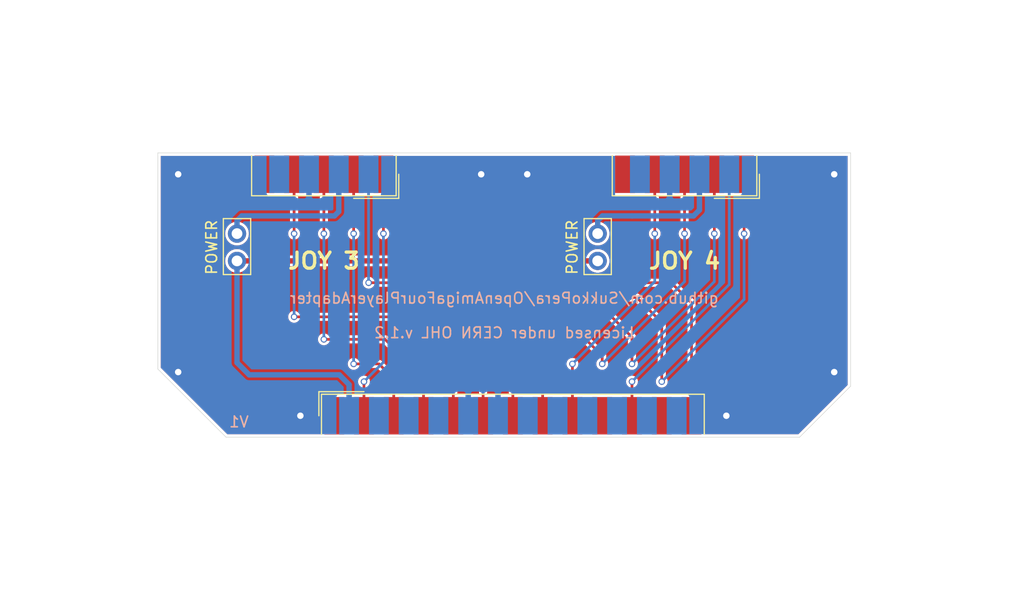
<source format=kicad_pcb>
(kicad_pcb (version 20171130) (host pcbnew 5.1.5)

  (general
    (thickness 1.6)
    (drawings 12)
    (tracks 119)
    (zones 0)
    (modules 6)
    (nets 15)
  )

  (page A4)
  (title_block
    (title OpenAmigaFourPlayerAdapter)
    (date 2020-01-02)
    (rev 1git)
    (company SukkoPera)
    (comment 1 "Licensed under CERN OHL v.1.2")
    (comment 2 "Thanks to Graham P.")
  )

  (layers
    (0 Top signal)
    (31 Bottom signal)
    (36 B.SilkS user)
    (37 F.SilkS user)
    (38 B.Mask user)
    (39 F.Mask user)
    (40 Dwgs.User user hide)
    (44 Edge.Cuts user)
    (45 Margin user)
    (46 B.CrtYd user hide)
    (47 F.CrtYd user hide)
    (49 F.Fab user hide)
  )

  (setup
    (last_trace_width 0.25)
    (trace_clearance 0.1524)
    (zone_clearance 0.254)
    (zone_45_only yes)
    (trace_min 0.2)
    (via_size 0.6)
    (via_drill 0.4)
    (via_min_size 0.4)
    (via_min_drill 0.3)
    (uvia_size 0.3)
    (uvia_drill 0.1)
    (uvias_allowed no)
    (uvia_min_size 0.2)
    (uvia_min_drill 0.1)
    (edge_width 0.05)
    (segment_width 0.2)
    (pcb_text_width 0.3)
    (pcb_text_size 1.5 1.5)
    (mod_edge_width 0.12)
    (mod_text_size 1 1)
    (mod_text_width 0.15)
    (pad_size 1.524 1.524)
    (pad_drill 0.762)
    (pad_to_mask_clearance 0)
    (solder_mask_min_width 0.25)
    (aux_axis_origin 0 0)
    (visible_elements FFFFFF7F)
    (pcbplotparams
      (layerselection 0x010f0_ffffffff)
      (usegerberextensions false)
      (usegerberattributes false)
      (usegerberadvancedattributes false)
      (creategerberjobfile false)
      (excludeedgelayer true)
      (linewidth 0.100000)
      (plotframeref false)
      (viasonmask false)
      (mode 1)
      (useauxorigin false)
      (hpglpennumber 1)
      (hpglpenspeed 20)
      (hpglpendiameter 15.000000)
      (psnegative false)
      (psa4output false)
      (plotreference true)
      (plotvalue true)
      (plotinvisibletext false)
      (padsonsilk false)
      (subtractmaskfromsilk false)
      (outputformat 1)
      (mirror false)
      (drillshape 0)
      (scaleselection 1)
      (outputdirectory "gerbers"))
  )

  (net 0 "")
  (net 1 "Net-(J3-Pad7)")
  (net 2 "Net-(J4-Pad7)")
  (net 3 /up3)
  (net 4 /down3)
  (net 5 /left3)
  (net 6 /right3)
  (net 7 /up4)
  (net 8 /down4)
  (net 9 /left4)
  (net 10 /fire4)
  (net 11 /fire3)
  (net 12 /+5v)
  (net 13 /gnd)
  (net 14 /right4)

  (net_class Default "This is the default net class."
    (clearance 0.1524)
    (trace_width 0.25)
    (via_dia 0.6)
    (via_drill 0.4)
    (uvia_dia 0.3)
    (uvia_drill 0.1)
    (add_net /down3)
    (add_net /down4)
    (add_net /fire3)
    (add_net /fire4)
    (add_net /left3)
    (add_net /left4)
    (add_net /right3)
    (add_net /right4)
    (add_net /up3)
    (add_net /up4)
  )

  (net_class Power ""
    (clearance 0.1524)
    (trace_width 0.5)
    (via_dia 0.8)
    (via_drill 0.6)
    (uvia_dia 0.3)
    (uvia_drill 0.1)
    (add_net /+5v)
    (add_net /gnd)
    (add_net "Net-(J3-Pad7)")
    (add_net "Net-(J4-Pad7)")
  )

  (module Connector_Dsub:DSUB-25_Male_EdgeMount_P2.77mm (layer Top) (tedit 59FEDEE2) (tstamp 5E0E5D94)
    (at 149.3055 111.6965)
    (descr "25-pin D-Sub connector, solder-cups edge-mounted, male, x-pin-pitch 2.77mm, distance of mounting holes 47.1mm, see https://disti-assets.s3.amazonaws.com/tonar/files/datasheets/16730.pdf")
    (tags "25-pin D-Sub connector edge mount solder cup male x-pin-pitch 2.77mm mounting holes distance 47.1mm")
    (path /753049C4)
    (attr smd)
    (fp_text reference J1 (at -20.543333 0) (layer F.SilkS) hide
      (effects (font (size 1 1) (thickness 0.15)))
    )
    (fp_text value F25HP (at 0 16.69) (layer F.Fab)
      (effects (font (size 1 1) (thickness 0.15)))
    )
    (fp_line (start -17.22 -0.91) (end -17.22 1.99) (layer F.Fab) (width 0.1))
    (fp_line (start -17.22 1.99) (end -16.02 1.99) (layer F.Fab) (width 0.1))
    (fp_line (start -16.02 1.99) (end -16.02 -0.91) (layer F.Fab) (width 0.1))
    (fp_line (start -16.02 -0.91) (end -17.22 -0.91) (layer F.Fab) (width 0.1))
    (fp_line (start -14.45 -0.91) (end -14.45 1.99) (layer F.Fab) (width 0.1))
    (fp_line (start -14.45 1.99) (end -13.25 1.99) (layer F.Fab) (width 0.1))
    (fp_line (start -13.25 1.99) (end -13.25 -0.91) (layer F.Fab) (width 0.1))
    (fp_line (start -13.25 -0.91) (end -14.45 -0.91) (layer F.Fab) (width 0.1))
    (fp_line (start -11.68 -0.91) (end -11.68 1.99) (layer F.Fab) (width 0.1))
    (fp_line (start -11.68 1.99) (end -10.48 1.99) (layer F.Fab) (width 0.1))
    (fp_line (start -10.48 1.99) (end -10.48 -0.91) (layer F.Fab) (width 0.1))
    (fp_line (start -10.48 -0.91) (end -11.68 -0.91) (layer F.Fab) (width 0.1))
    (fp_line (start -8.91 -0.91) (end -8.91 1.99) (layer F.Fab) (width 0.1))
    (fp_line (start -8.91 1.99) (end -7.71 1.99) (layer F.Fab) (width 0.1))
    (fp_line (start -7.71 1.99) (end -7.71 -0.91) (layer F.Fab) (width 0.1))
    (fp_line (start -7.71 -0.91) (end -8.91 -0.91) (layer F.Fab) (width 0.1))
    (fp_line (start -6.14 -0.91) (end -6.14 1.99) (layer F.Fab) (width 0.1))
    (fp_line (start -6.14 1.99) (end -4.94 1.99) (layer F.Fab) (width 0.1))
    (fp_line (start -4.94 1.99) (end -4.94 -0.91) (layer F.Fab) (width 0.1))
    (fp_line (start -4.94 -0.91) (end -6.14 -0.91) (layer F.Fab) (width 0.1))
    (fp_line (start -3.37 -0.91) (end -3.37 1.99) (layer F.Fab) (width 0.1))
    (fp_line (start -3.37 1.99) (end -2.17 1.99) (layer F.Fab) (width 0.1))
    (fp_line (start -2.17 1.99) (end -2.17 -0.91) (layer F.Fab) (width 0.1))
    (fp_line (start -2.17 -0.91) (end -3.37 -0.91) (layer F.Fab) (width 0.1))
    (fp_line (start -0.6 -0.91) (end -0.6 1.99) (layer F.Fab) (width 0.1))
    (fp_line (start -0.6 1.99) (end 0.6 1.99) (layer F.Fab) (width 0.1))
    (fp_line (start 0.6 1.99) (end 0.6 -0.91) (layer F.Fab) (width 0.1))
    (fp_line (start 0.6 -0.91) (end -0.6 -0.91) (layer F.Fab) (width 0.1))
    (fp_line (start 2.17 -0.91) (end 2.17 1.99) (layer F.Fab) (width 0.1))
    (fp_line (start 2.17 1.99) (end 3.37 1.99) (layer F.Fab) (width 0.1))
    (fp_line (start 3.37 1.99) (end 3.37 -0.91) (layer F.Fab) (width 0.1))
    (fp_line (start 3.37 -0.91) (end 2.17 -0.91) (layer F.Fab) (width 0.1))
    (fp_line (start 4.94 -0.91) (end 4.94 1.99) (layer F.Fab) (width 0.1))
    (fp_line (start 4.94 1.99) (end 6.14 1.99) (layer F.Fab) (width 0.1))
    (fp_line (start 6.14 1.99) (end 6.14 -0.91) (layer F.Fab) (width 0.1))
    (fp_line (start 6.14 -0.91) (end 4.94 -0.91) (layer F.Fab) (width 0.1))
    (fp_line (start 7.71 -0.91) (end 7.71 1.99) (layer F.Fab) (width 0.1))
    (fp_line (start 7.71 1.99) (end 8.91 1.99) (layer F.Fab) (width 0.1))
    (fp_line (start 8.91 1.99) (end 8.91 -0.91) (layer F.Fab) (width 0.1))
    (fp_line (start 8.91 -0.91) (end 7.71 -0.91) (layer F.Fab) (width 0.1))
    (fp_line (start 10.48 -0.91) (end 10.48 1.99) (layer F.Fab) (width 0.1))
    (fp_line (start 10.48 1.99) (end 11.68 1.99) (layer F.Fab) (width 0.1))
    (fp_line (start 11.68 1.99) (end 11.68 -0.91) (layer F.Fab) (width 0.1))
    (fp_line (start 11.68 -0.91) (end 10.48 -0.91) (layer F.Fab) (width 0.1))
    (fp_line (start 13.25 -0.91) (end 13.25 1.99) (layer F.Fab) (width 0.1))
    (fp_line (start 13.25 1.99) (end 14.45 1.99) (layer F.Fab) (width 0.1))
    (fp_line (start 14.45 1.99) (end 14.45 -0.91) (layer F.Fab) (width 0.1))
    (fp_line (start 14.45 -0.91) (end 13.25 -0.91) (layer F.Fab) (width 0.1))
    (fp_line (start 16.02 -0.91) (end 16.02 1.99) (layer F.Fab) (width 0.1))
    (fp_line (start 16.02 1.99) (end 17.22 1.99) (layer F.Fab) (width 0.1))
    (fp_line (start 17.22 1.99) (end 17.22 -0.91) (layer F.Fab) (width 0.1))
    (fp_line (start 17.22 -0.91) (end 16.02 -0.91) (layer F.Fab) (width 0.1))
    (fp_line (start -15.835 -0.91) (end -15.835 1.99) (layer B.Fab) (width 0.1))
    (fp_line (start -15.835 1.99) (end -14.635 1.99) (layer B.Fab) (width 0.1))
    (fp_line (start -14.635 1.99) (end -14.635 -0.91) (layer B.Fab) (width 0.1))
    (fp_line (start -14.635 -0.91) (end -15.835 -0.91) (layer B.Fab) (width 0.1))
    (fp_line (start -13.065 -0.91) (end -13.065 1.99) (layer B.Fab) (width 0.1))
    (fp_line (start -13.065 1.99) (end -11.865 1.99) (layer B.Fab) (width 0.1))
    (fp_line (start -11.865 1.99) (end -11.865 -0.91) (layer B.Fab) (width 0.1))
    (fp_line (start -11.865 -0.91) (end -13.065 -0.91) (layer B.Fab) (width 0.1))
    (fp_line (start -10.295 -0.91) (end -10.295 1.99) (layer B.Fab) (width 0.1))
    (fp_line (start -10.295 1.99) (end -9.095 1.99) (layer B.Fab) (width 0.1))
    (fp_line (start -9.095 1.99) (end -9.095 -0.91) (layer B.Fab) (width 0.1))
    (fp_line (start -9.095 -0.91) (end -10.295 -0.91) (layer B.Fab) (width 0.1))
    (fp_line (start -7.525 -0.91) (end -7.525 1.99) (layer B.Fab) (width 0.1))
    (fp_line (start -7.525 1.99) (end -6.325 1.99) (layer B.Fab) (width 0.1))
    (fp_line (start -6.325 1.99) (end -6.325 -0.91) (layer B.Fab) (width 0.1))
    (fp_line (start -6.325 -0.91) (end -7.525 -0.91) (layer B.Fab) (width 0.1))
    (fp_line (start -4.755 -0.91) (end -4.755 1.99) (layer B.Fab) (width 0.1))
    (fp_line (start -4.755 1.99) (end -3.555 1.99) (layer B.Fab) (width 0.1))
    (fp_line (start -3.555 1.99) (end -3.555 -0.91) (layer B.Fab) (width 0.1))
    (fp_line (start -3.555 -0.91) (end -4.755 -0.91) (layer B.Fab) (width 0.1))
    (fp_line (start -1.985 -0.91) (end -1.985 1.99) (layer B.Fab) (width 0.1))
    (fp_line (start -1.985 1.99) (end -0.785 1.99) (layer B.Fab) (width 0.1))
    (fp_line (start -0.785 1.99) (end -0.785 -0.91) (layer B.Fab) (width 0.1))
    (fp_line (start -0.785 -0.91) (end -1.985 -0.91) (layer B.Fab) (width 0.1))
    (fp_line (start 0.785 -0.91) (end 0.785 1.99) (layer B.Fab) (width 0.1))
    (fp_line (start 0.785 1.99) (end 1.985 1.99) (layer B.Fab) (width 0.1))
    (fp_line (start 1.985 1.99) (end 1.985 -0.91) (layer B.Fab) (width 0.1))
    (fp_line (start 1.985 -0.91) (end 0.785 -0.91) (layer B.Fab) (width 0.1))
    (fp_line (start 3.555 -0.91) (end 3.555 1.99) (layer B.Fab) (width 0.1))
    (fp_line (start 3.555 1.99) (end 4.755 1.99) (layer B.Fab) (width 0.1))
    (fp_line (start 4.755 1.99) (end 4.755 -0.91) (layer B.Fab) (width 0.1))
    (fp_line (start 4.755 -0.91) (end 3.555 -0.91) (layer B.Fab) (width 0.1))
    (fp_line (start 6.325 -0.91) (end 6.325 1.99) (layer B.Fab) (width 0.1))
    (fp_line (start 6.325 1.99) (end 7.525 1.99) (layer B.Fab) (width 0.1))
    (fp_line (start 7.525 1.99) (end 7.525 -0.91) (layer B.Fab) (width 0.1))
    (fp_line (start 7.525 -0.91) (end 6.325 -0.91) (layer B.Fab) (width 0.1))
    (fp_line (start 9.095 -0.91) (end 9.095 1.99) (layer B.Fab) (width 0.1))
    (fp_line (start 9.095 1.99) (end 10.295 1.99) (layer B.Fab) (width 0.1))
    (fp_line (start 10.295 1.99) (end 10.295 -0.91) (layer B.Fab) (width 0.1))
    (fp_line (start 10.295 -0.91) (end 9.095 -0.91) (layer B.Fab) (width 0.1))
    (fp_line (start 11.865 -0.91) (end 11.865 1.99) (layer B.Fab) (width 0.1))
    (fp_line (start 11.865 1.99) (end 13.065 1.99) (layer B.Fab) (width 0.1))
    (fp_line (start 13.065 1.99) (end 13.065 -0.91) (layer B.Fab) (width 0.1))
    (fp_line (start 13.065 -0.91) (end 11.865 -0.91) (layer B.Fab) (width 0.1))
    (fp_line (start 14.635 -0.91) (end 14.635 1.99) (layer B.Fab) (width 0.1))
    (fp_line (start 14.635 1.99) (end 15.835 1.99) (layer B.Fab) (width 0.1))
    (fp_line (start 15.835 1.99) (end 15.835 -0.91) (layer B.Fab) (width 0.1))
    (fp_line (start 15.835 -0.91) (end 14.635 -0.91) (layer B.Fab) (width 0.1))
    (fp_line (start -18.55 1.99) (end -18.55 4.79) (layer F.Fab) (width 0.1))
    (fp_line (start -18.55 4.79) (end 18.55 4.79) (layer F.Fab) (width 0.1))
    (fp_line (start 18.55 4.79) (end 18.55 1.99) (layer F.Fab) (width 0.1))
    (fp_line (start 18.55 1.99) (end -18.55 1.99) (layer F.Fab) (width 0.1))
    (fp_line (start -19.55 4.79) (end -19.55 9.29) (layer F.Fab) (width 0.1))
    (fp_line (start -19.55 9.29) (end 19.55 9.29) (layer F.Fab) (width 0.1))
    (fp_line (start 19.55 9.29) (end 19.55 4.79) (layer F.Fab) (width 0.1))
    (fp_line (start 19.55 4.79) (end -19.55 4.79) (layer F.Fab) (width 0.1))
    (fp_line (start -26.55 9.29) (end -26.55 9.69) (layer F.Fab) (width 0.1))
    (fp_line (start -26.55 9.69) (end 26.55 9.69) (layer F.Fab) (width 0.1))
    (fp_line (start 26.55 9.69) (end 26.55 9.29) (layer F.Fab) (width 0.1))
    (fp_line (start 26.55 9.29) (end -26.55 9.29) (layer F.Fab) (width 0.1))
    (fp_line (start -19.15 9.69) (end -19.15 15.69) (layer F.Fab) (width 0.1))
    (fp_line (start -19.15 15.69) (end 19.15 15.69) (layer F.Fab) (width 0.1))
    (fp_line (start 19.15 15.69) (end 19.15 9.69) (layer F.Fab) (width 0.1))
    (fp_line (start 19.15 9.69) (end -19.15 9.69) (layer F.Fab) (width 0.1))
    (fp_line (start -18.05 -2.25) (end 18.05 -2.25) (layer F.CrtYd) (width 0.05))
    (fp_line (start 18.05 -2.25) (end 18.05 1.5) (layer F.CrtYd) (width 0.05))
    (fp_line (start 18.05 1.5) (end 19.05 1.5) (layer F.CrtYd) (width 0.05))
    (fp_line (start 19.05 1.5) (end 19.05 4.3) (layer F.CrtYd) (width 0.05))
    (fp_line (start 19.05 4.3) (end 20.05 4.3) (layer F.CrtYd) (width 0.05))
    (fp_line (start 20.05 4.3) (end 20.05 8.8) (layer F.CrtYd) (width 0.05))
    (fp_line (start 20.05 8.8) (end 27.05 8.8) (layer F.CrtYd) (width 0.05))
    (fp_line (start 27.05 8.8) (end 27.05 10.2) (layer F.CrtYd) (width 0.05))
    (fp_line (start 27.05 10.2) (end 19.65 10.2) (layer F.CrtYd) (width 0.05))
    (fp_line (start 19.65 10.2) (end 19.65 16.2) (layer F.CrtYd) (width 0.05))
    (fp_line (start 19.65 16.2) (end -19.65 16.2) (layer F.CrtYd) (width 0.05))
    (fp_line (start -19.65 16.2) (end -19.65 10.2) (layer F.CrtYd) (width 0.05))
    (fp_line (start -19.65 10.2) (end -27.05 10.2) (layer F.CrtYd) (width 0.05))
    (fp_line (start -27.05 10.2) (end -27.05 8.8) (layer F.CrtYd) (width 0.05))
    (fp_line (start -27.05 8.8) (end -20.05 8.8) (layer F.CrtYd) (width 0.05))
    (fp_line (start -20.05 8.8) (end -20.05 4.3) (layer F.CrtYd) (width 0.05))
    (fp_line (start -20.05 4.3) (end -19.05 4.3) (layer F.CrtYd) (width 0.05))
    (fp_line (start -19.05 4.3) (end -19.05 1.5) (layer F.CrtYd) (width 0.05))
    (fp_line (start -19.05 1.5) (end -18.05 1.5) (layer F.CrtYd) (width 0.05))
    (fp_line (start -18.05 1.5) (end -18.05 -2.25) (layer F.CrtYd) (width 0.05))
    (fp_line (start 17.803333 1.74) (end 17.803333 -2) (layer F.SilkS) (width 0.12))
    (fp_line (start 17.803333 -2) (end -17.803333 -2) (layer F.SilkS) (width 0.12))
    (fp_line (start -17.803333 -2) (end -17.803333 1.74) (layer F.SilkS) (width 0.12))
    (fp_line (start -18.043333 0) (end -18.043333 -2.24) (layer F.SilkS) (width 0.12))
    (fp_line (start -18.043333 -2.24) (end -13.85 -2.24) (layer F.SilkS) (width 0.12))
    (fp_line (start -26.55 1.99) (end 26.55 1.99) (layer Dwgs.User) (width 0.05))
    (fp_text user %R (at 0 3.39) (layer F.Fab)
      (effects (font (size 1 1) (thickness 0.15)))
    )
    (fp_text user "PCB edge" (at -21.55 1.323333) (layer Dwgs.User)
      (effects (font (size 0.5 0.5) (thickness 0.075)))
    )
    (pad 1 smd rect (at -16.62 0) (size 1.846667 3.48) (layers Top F.Paste F.Mask))
    (pad 2 smd rect (at -13.85 0) (size 1.846667 3.48) (layers Top F.Paste F.Mask)
      (net 3 /up3))
    (pad 3 smd rect (at -11.08 0) (size 1.846667 3.48) (layers Top F.Paste F.Mask)
      (net 4 /down3))
    (pad 4 smd rect (at -8.31 0) (size 1.846667 3.48) (layers Top F.Paste F.Mask)
      (net 5 /left3))
    (pad 5 smd rect (at -5.54 0) (size 1.846667 3.48) (layers Top F.Paste F.Mask)
      (net 6 /right3))
    (pad 6 smd rect (at -2.77 0) (size 1.846667 3.48) (layers Top F.Paste F.Mask)
      (net 7 /up4))
    (pad 7 smd rect (at 0 0) (size 1.846667 3.48) (layers Top F.Paste F.Mask)
      (net 8 /down4))
    (pad 8 smd rect (at 2.77 0) (size 1.846667 3.48) (layers Top F.Paste F.Mask)
      (net 9 /left4))
    (pad 9 smd rect (at 5.54 0) (size 1.846667 3.48) (layers Top F.Paste F.Mask)
      (net 14 /right4))
    (pad 10 smd rect (at 8.31 0) (size 1.846667 3.48) (layers Top F.Paste F.Mask))
    (pad 11 smd rect (at 11.08 0) (size 1.846667 3.48) (layers Top F.Paste F.Mask)
      (net 10 /fire4))
    (pad 12 smd rect (at 13.85 0) (size 1.846667 3.48) (layers Top F.Paste F.Mask))
    (pad 13 smd rect (at 16.62 0) (size 1.846667 3.48) (layers Top F.Paste F.Mask)
      (net 11 /fire3))
    (pad 14 smd rect (at -15.235 0) (size 1.846667 3.48) (layers Bottom B.Paste B.Mask)
      (net 12 /+5v))
    (pad 15 smd rect (at -12.465 0) (size 1.846667 3.48) (layers Bottom B.Paste B.Mask))
    (pad 16 smd rect (at -9.695 0) (size 1.846667 3.48) (layers Bottom B.Paste B.Mask))
    (pad 17 smd rect (at -6.925 0) (size 1.846667 3.48) (layers Bottom B.Paste B.Mask))
    (pad 18 smd rect (at -4.155 0) (size 1.846667 3.48) (layers Bottom B.Paste B.Mask)
      (net 13 /gnd))
    (pad 19 smd rect (at -1.385 0) (size 1.846667 3.48) (layers Bottom B.Paste B.Mask)
      (net 13 /gnd))
    (pad 20 smd rect (at 1.385 0) (size 1.846667 3.48) (layers Bottom B.Paste B.Mask))
    (pad 21 smd rect (at 4.155 0) (size 1.846667 3.48) (layers Bottom B.Paste B.Mask))
    (pad 22 smd rect (at 6.925 0) (size 1.846667 3.48) (layers Bottom B.Paste B.Mask))
    (pad 23 smd rect (at 9.695 0) (size 1.846667 3.48) (layers Bottom B.Paste B.Mask))
    (pad 24 smd rect (at 12.465 0) (size 1.846667 3.48) (layers Bottom B.Paste B.Mask))
    (pad 25 smd rect (at 15.235 0) (size 1.846667 3.48) (layers Bottom B.Paste B.Mask))
    (model ${KISYS3DMOD}/Connector_Dsub.3dshapes/DSUB-25_Male_Vertical_P2.77x2.84mm.wrl
      (offset (xyz -16.5 -2.5 0.5))
      (scale (xyz 1 1 1))
      (rotate (xyz 90 180 180))
    )
  )

  (module Connector_Dsub:DSUB-9_Male_EdgeMount_P2.77mm (layer Top) (tedit 59FEDEE2) (tstamp 5E0E5E40)
    (at 131.7265 89.2175 180)
    (descr "9-pin D-Sub connector, solder-cups edge-mounted, male, x-pin-pitch 2.77mm, distance of mounting holes 25mm, see https://disti-assets.s3.amazonaws.com/tonar/files/datasheets/16730.pdf")
    (tags "9-pin D-Sub connector edge mount solder cup male x-pin-pitch 2.77mm mounting holes distance 25mm")
    (path /DDF2E3E2)
    (attr smd)
    (fp_text reference J3 (at -9.463333 0) (layer F.SilkS) hide
      (effects (font (size 1 1) (thickness 0.15)))
    )
    (fp_text value F09HP (at 0 16.69) (layer F.Fab)
      (effects (font (size 1 1) (thickness 0.15)))
    )
    (fp_line (start -6.14 -0.91) (end -6.14 1.99) (layer F.Fab) (width 0.1))
    (fp_line (start -6.14 1.99) (end -4.94 1.99) (layer F.Fab) (width 0.1))
    (fp_line (start -4.94 1.99) (end -4.94 -0.91) (layer F.Fab) (width 0.1))
    (fp_line (start -4.94 -0.91) (end -6.14 -0.91) (layer F.Fab) (width 0.1))
    (fp_line (start -3.37 -0.91) (end -3.37 1.99) (layer F.Fab) (width 0.1))
    (fp_line (start -3.37 1.99) (end -2.17 1.99) (layer F.Fab) (width 0.1))
    (fp_line (start -2.17 1.99) (end -2.17 -0.91) (layer F.Fab) (width 0.1))
    (fp_line (start -2.17 -0.91) (end -3.37 -0.91) (layer F.Fab) (width 0.1))
    (fp_line (start -0.6 -0.91) (end -0.6 1.99) (layer F.Fab) (width 0.1))
    (fp_line (start -0.6 1.99) (end 0.6 1.99) (layer F.Fab) (width 0.1))
    (fp_line (start 0.6 1.99) (end 0.6 -0.91) (layer F.Fab) (width 0.1))
    (fp_line (start 0.6 -0.91) (end -0.6 -0.91) (layer F.Fab) (width 0.1))
    (fp_line (start 2.17 -0.91) (end 2.17 1.99) (layer F.Fab) (width 0.1))
    (fp_line (start 2.17 1.99) (end 3.37 1.99) (layer F.Fab) (width 0.1))
    (fp_line (start 3.37 1.99) (end 3.37 -0.91) (layer F.Fab) (width 0.1))
    (fp_line (start 3.37 -0.91) (end 2.17 -0.91) (layer F.Fab) (width 0.1))
    (fp_line (start 4.94 -0.91) (end 4.94 1.99) (layer F.Fab) (width 0.1))
    (fp_line (start 4.94 1.99) (end 6.14 1.99) (layer F.Fab) (width 0.1))
    (fp_line (start 6.14 1.99) (end 6.14 -0.91) (layer F.Fab) (width 0.1))
    (fp_line (start 6.14 -0.91) (end 4.94 -0.91) (layer F.Fab) (width 0.1))
    (fp_line (start -4.755 -0.91) (end -4.755 1.99) (layer B.Fab) (width 0.1))
    (fp_line (start -4.755 1.99) (end -3.555 1.99) (layer B.Fab) (width 0.1))
    (fp_line (start -3.555 1.99) (end -3.555 -0.91) (layer B.Fab) (width 0.1))
    (fp_line (start -3.555 -0.91) (end -4.755 -0.91) (layer B.Fab) (width 0.1))
    (fp_line (start -1.985 -0.91) (end -1.985 1.99) (layer B.Fab) (width 0.1))
    (fp_line (start -1.985 1.99) (end -0.785 1.99) (layer B.Fab) (width 0.1))
    (fp_line (start -0.785 1.99) (end -0.785 -0.91) (layer B.Fab) (width 0.1))
    (fp_line (start -0.785 -0.91) (end -1.985 -0.91) (layer B.Fab) (width 0.1))
    (fp_line (start 0.785 -0.91) (end 0.785 1.99) (layer B.Fab) (width 0.1))
    (fp_line (start 0.785 1.99) (end 1.985 1.99) (layer B.Fab) (width 0.1))
    (fp_line (start 1.985 1.99) (end 1.985 -0.91) (layer B.Fab) (width 0.1))
    (fp_line (start 1.985 -0.91) (end 0.785 -0.91) (layer B.Fab) (width 0.1))
    (fp_line (start 3.555 -0.91) (end 3.555 1.99) (layer B.Fab) (width 0.1))
    (fp_line (start 3.555 1.99) (end 4.755 1.99) (layer B.Fab) (width 0.1))
    (fp_line (start 4.755 1.99) (end 4.755 -0.91) (layer B.Fab) (width 0.1))
    (fp_line (start 4.755 -0.91) (end 3.555 -0.91) (layer B.Fab) (width 0.1))
    (fp_line (start -7.55 1.99) (end -7.55 4.79) (layer F.Fab) (width 0.1))
    (fp_line (start -7.55 4.79) (end 7.55 4.79) (layer F.Fab) (width 0.1))
    (fp_line (start 7.55 4.79) (end 7.55 1.99) (layer F.Fab) (width 0.1))
    (fp_line (start 7.55 1.99) (end -7.55 1.99) (layer F.Fab) (width 0.1))
    (fp_line (start -8.55 4.79) (end -8.55 9.29) (layer F.Fab) (width 0.1))
    (fp_line (start -8.55 9.29) (end 8.55 9.29) (layer F.Fab) (width 0.1))
    (fp_line (start 8.55 9.29) (end 8.55 4.79) (layer F.Fab) (width 0.1))
    (fp_line (start 8.55 4.79) (end -8.55 4.79) (layer F.Fab) (width 0.1))
    (fp_line (start -15.425 9.29) (end -15.425 9.69) (layer F.Fab) (width 0.1))
    (fp_line (start -15.425 9.69) (end 15.425 9.69) (layer F.Fab) (width 0.1))
    (fp_line (start 15.425 9.69) (end 15.425 9.29) (layer F.Fab) (width 0.1))
    (fp_line (start 15.425 9.29) (end -15.425 9.29) (layer F.Fab) (width 0.1))
    (fp_line (start -8.15 9.69) (end -8.15 15.69) (layer F.Fab) (width 0.1))
    (fp_line (start -8.15 15.69) (end 8.15 15.69) (layer F.Fab) (width 0.1))
    (fp_line (start 8.15 15.69) (end 8.15 9.69) (layer F.Fab) (width 0.1))
    (fp_line (start 8.15 9.69) (end -8.15 9.69) (layer F.Fab) (width 0.1))
    (fp_line (start -7 -2.25) (end 7 -2.25) (layer F.CrtYd) (width 0.05))
    (fp_line (start 7 -2.25) (end 7 1.5) (layer F.CrtYd) (width 0.05))
    (fp_line (start 7 1.5) (end 8.05 1.5) (layer F.CrtYd) (width 0.05))
    (fp_line (start 8.05 1.5) (end 8.05 4.3) (layer F.CrtYd) (width 0.05))
    (fp_line (start 8.05 4.3) (end 9.05 4.3) (layer F.CrtYd) (width 0.05))
    (fp_line (start 9.05 4.3) (end 9.05 8.8) (layer F.CrtYd) (width 0.05))
    (fp_line (start 9.05 8.8) (end 15.95 8.8) (layer F.CrtYd) (width 0.05))
    (fp_line (start 15.95 8.8) (end 15.95 10.2) (layer F.CrtYd) (width 0.05))
    (fp_line (start 15.95 10.2) (end 8.65 10.2) (layer F.CrtYd) (width 0.05))
    (fp_line (start 8.65 10.2) (end 8.65 16.2) (layer F.CrtYd) (width 0.05))
    (fp_line (start 8.65 16.2) (end -8.65 16.2) (layer F.CrtYd) (width 0.05))
    (fp_line (start -8.65 16.2) (end -8.65 10.2) (layer F.CrtYd) (width 0.05))
    (fp_line (start -8.65 10.2) (end -15.95 10.2) (layer F.CrtYd) (width 0.05))
    (fp_line (start -15.95 10.2) (end -15.95 8.8) (layer F.CrtYd) (width 0.05))
    (fp_line (start -15.95 8.8) (end -9.05 8.8) (layer F.CrtYd) (width 0.05))
    (fp_line (start -9.05 8.8) (end -9.05 4.3) (layer F.CrtYd) (width 0.05))
    (fp_line (start -9.05 4.3) (end -8.05 4.3) (layer F.CrtYd) (width 0.05))
    (fp_line (start -8.05 4.3) (end -8.05 1.5) (layer F.CrtYd) (width 0.05))
    (fp_line (start -8.05 1.5) (end -7 1.5) (layer F.CrtYd) (width 0.05))
    (fp_line (start -7 1.5) (end -7 -2.25) (layer F.CrtYd) (width 0.05))
    (fp_line (start 6.723333 1.74) (end 6.723333 -2) (layer F.SilkS) (width 0.12))
    (fp_line (start 6.723333 -2) (end -6.723333 -2) (layer F.SilkS) (width 0.12))
    (fp_line (start -6.723333 -2) (end -6.723333 1.74) (layer F.SilkS) (width 0.12))
    (fp_line (start -6.963333 0) (end -6.963333 -2.24) (layer F.SilkS) (width 0.12))
    (fp_line (start -6.963333 -2.24) (end -2.77 -2.24) (layer F.SilkS) (width 0.12))
    (fp_line (start -15.425 1.99) (end 15.425 1.99) (layer Dwgs.User) (width 0.05))
    (fp_text user %R (at 0 3.39) (layer F.Fab)
      (effects (font (size 1 1) (thickness 0.15)))
    )
    (fp_text user "PCB edge" (at -10.425 1.323333) (layer Dwgs.User)
      (effects (font (size 0.5 0.5) (thickness 0.075)))
    )
    (pad 1 smd rect (at -5.54 0 180) (size 1.846667 3.48) (layers Top F.Paste F.Mask)
      (net 3 /up3))
    (pad 2 smd rect (at -2.77 0 180) (size 1.846667 3.48) (layers Top F.Paste F.Mask)
      (net 4 /down3))
    (pad 3 smd rect (at 0 0 180) (size 1.846667 3.48) (layers Top F.Paste F.Mask)
      (net 5 /left3))
    (pad 4 smd rect (at 2.77 0 180) (size 1.846667 3.48) (layers Top F.Paste F.Mask)
      (net 6 /right3))
    (pad 5 smd rect (at 5.54 0 180) (size 1.846667 3.48) (layers Top F.Paste F.Mask))
    (pad 6 smd rect (at -4.155 0 180) (size 1.846667 3.48) (layers Bottom B.Paste B.Mask)
      (net 11 /fire3))
    (pad 7 smd rect (at -1.385 0 180) (size 1.846667 3.48) (layers Bottom B.Paste B.Mask)
      (net 1 "Net-(J3-Pad7)"))
    (pad 8 smd rect (at 1.385 0 180) (size 1.846667 3.48) (layers Bottom B.Paste B.Mask)
      (net 13 /gnd))
    (pad 9 smd rect (at 4.155 0 180) (size 1.846667 3.48) (layers Bottom B.Paste B.Mask))
    (model ${KISYS3DMOD}/Connector_Dsub.3dshapes/DSUB-9_Male_EdgeMount_P2.77mm.wrl
      (at (xyz 0 0 0))
      (scale (xyz 1 1 1))
      (rotate (xyz 0 0 0))
    )
  )

  (module Connector_Dsub:DSUB-9_Male_EdgeMount_P2.77mm (layer Top) (tedit 59FEDEE2) (tstamp 5E0E5E9C)
    (at 165.275 89.2175 180)
    (descr "9-pin D-Sub connector, solder-cups edge-mounted, male, x-pin-pitch 2.77mm, distance of mounting holes 25mm, see https://disti-assets.s3.amazonaws.com/tonar/files/datasheets/16730.pdf")
    (tags "9-pin D-Sub connector edge mount solder cup male x-pin-pitch 2.77mm mounting holes distance 25mm")
    (path /03A3F618)
    (attr smd)
    (fp_text reference J4 (at -9.463333 0) (layer F.SilkS) hide
      (effects (font (size 1 1) (thickness 0.15)))
    )
    (fp_text value F09HP (at 0 16.69) (layer F.Fab)
      (effects (font (size 1 1) (thickness 0.15)))
    )
    (fp_text user "PCB edge" (at -10.425 1.323333) (layer Dwgs.User)
      (effects (font (size 0.5 0.5) (thickness 0.075)))
    )
    (fp_text user %R (at 0 3.39) (layer F.Fab)
      (effects (font (size 1 1) (thickness 0.15)))
    )
    (fp_line (start -15.425 1.99) (end 15.425 1.99) (layer Dwgs.User) (width 0.05))
    (fp_line (start -6.963333 -2.24) (end -2.77 -2.24) (layer F.SilkS) (width 0.12))
    (fp_line (start -6.963333 0) (end -6.963333 -2.24) (layer F.SilkS) (width 0.12))
    (fp_line (start -6.723333 -2) (end -6.723333 1.74) (layer F.SilkS) (width 0.12))
    (fp_line (start 6.723333 -2) (end -6.723333 -2) (layer F.SilkS) (width 0.12))
    (fp_line (start 6.723333 1.74) (end 6.723333 -2) (layer F.SilkS) (width 0.12))
    (fp_line (start -7 1.5) (end -7 -2.25) (layer F.CrtYd) (width 0.05))
    (fp_line (start -8.05 1.5) (end -7 1.5) (layer F.CrtYd) (width 0.05))
    (fp_line (start -8.05 4.3) (end -8.05 1.5) (layer F.CrtYd) (width 0.05))
    (fp_line (start -9.05 4.3) (end -8.05 4.3) (layer F.CrtYd) (width 0.05))
    (fp_line (start -9.05 8.8) (end -9.05 4.3) (layer F.CrtYd) (width 0.05))
    (fp_line (start -15.95 8.8) (end -9.05 8.8) (layer F.CrtYd) (width 0.05))
    (fp_line (start -15.95 10.2) (end -15.95 8.8) (layer F.CrtYd) (width 0.05))
    (fp_line (start -8.65 10.2) (end -15.95 10.2) (layer F.CrtYd) (width 0.05))
    (fp_line (start -8.65 16.2) (end -8.65 10.2) (layer F.CrtYd) (width 0.05))
    (fp_line (start 8.65 16.2) (end -8.65 16.2) (layer F.CrtYd) (width 0.05))
    (fp_line (start 8.65 10.2) (end 8.65 16.2) (layer F.CrtYd) (width 0.05))
    (fp_line (start 15.95 10.2) (end 8.65 10.2) (layer F.CrtYd) (width 0.05))
    (fp_line (start 15.95 8.8) (end 15.95 10.2) (layer F.CrtYd) (width 0.05))
    (fp_line (start 9.05 8.8) (end 15.95 8.8) (layer F.CrtYd) (width 0.05))
    (fp_line (start 9.05 4.3) (end 9.05 8.8) (layer F.CrtYd) (width 0.05))
    (fp_line (start 8.05 4.3) (end 9.05 4.3) (layer F.CrtYd) (width 0.05))
    (fp_line (start 8.05 1.5) (end 8.05 4.3) (layer F.CrtYd) (width 0.05))
    (fp_line (start 7 1.5) (end 8.05 1.5) (layer F.CrtYd) (width 0.05))
    (fp_line (start 7 -2.25) (end 7 1.5) (layer F.CrtYd) (width 0.05))
    (fp_line (start -7 -2.25) (end 7 -2.25) (layer F.CrtYd) (width 0.05))
    (fp_line (start 8.15 9.69) (end -8.15 9.69) (layer F.Fab) (width 0.1))
    (fp_line (start 8.15 15.69) (end 8.15 9.69) (layer F.Fab) (width 0.1))
    (fp_line (start -8.15 15.69) (end 8.15 15.69) (layer F.Fab) (width 0.1))
    (fp_line (start -8.15 9.69) (end -8.15 15.69) (layer F.Fab) (width 0.1))
    (fp_line (start 15.425 9.29) (end -15.425 9.29) (layer F.Fab) (width 0.1))
    (fp_line (start 15.425 9.69) (end 15.425 9.29) (layer F.Fab) (width 0.1))
    (fp_line (start -15.425 9.69) (end 15.425 9.69) (layer F.Fab) (width 0.1))
    (fp_line (start -15.425 9.29) (end -15.425 9.69) (layer F.Fab) (width 0.1))
    (fp_line (start 8.55 4.79) (end -8.55 4.79) (layer F.Fab) (width 0.1))
    (fp_line (start 8.55 9.29) (end 8.55 4.79) (layer F.Fab) (width 0.1))
    (fp_line (start -8.55 9.29) (end 8.55 9.29) (layer F.Fab) (width 0.1))
    (fp_line (start -8.55 4.79) (end -8.55 9.29) (layer F.Fab) (width 0.1))
    (fp_line (start 7.55 1.99) (end -7.55 1.99) (layer F.Fab) (width 0.1))
    (fp_line (start 7.55 4.79) (end 7.55 1.99) (layer F.Fab) (width 0.1))
    (fp_line (start -7.55 4.79) (end 7.55 4.79) (layer F.Fab) (width 0.1))
    (fp_line (start -7.55 1.99) (end -7.55 4.79) (layer F.Fab) (width 0.1))
    (fp_line (start 4.755 -0.91) (end 3.555 -0.91) (layer B.Fab) (width 0.1))
    (fp_line (start 4.755 1.99) (end 4.755 -0.91) (layer B.Fab) (width 0.1))
    (fp_line (start 3.555 1.99) (end 4.755 1.99) (layer B.Fab) (width 0.1))
    (fp_line (start 3.555 -0.91) (end 3.555 1.99) (layer B.Fab) (width 0.1))
    (fp_line (start 1.985 -0.91) (end 0.785 -0.91) (layer B.Fab) (width 0.1))
    (fp_line (start 1.985 1.99) (end 1.985 -0.91) (layer B.Fab) (width 0.1))
    (fp_line (start 0.785 1.99) (end 1.985 1.99) (layer B.Fab) (width 0.1))
    (fp_line (start 0.785 -0.91) (end 0.785 1.99) (layer B.Fab) (width 0.1))
    (fp_line (start -0.785 -0.91) (end -1.985 -0.91) (layer B.Fab) (width 0.1))
    (fp_line (start -0.785 1.99) (end -0.785 -0.91) (layer B.Fab) (width 0.1))
    (fp_line (start -1.985 1.99) (end -0.785 1.99) (layer B.Fab) (width 0.1))
    (fp_line (start -1.985 -0.91) (end -1.985 1.99) (layer B.Fab) (width 0.1))
    (fp_line (start -3.555 -0.91) (end -4.755 -0.91) (layer B.Fab) (width 0.1))
    (fp_line (start -3.555 1.99) (end -3.555 -0.91) (layer B.Fab) (width 0.1))
    (fp_line (start -4.755 1.99) (end -3.555 1.99) (layer B.Fab) (width 0.1))
    (fp_line (start -4.755 -0.91) (end -4.755 1.99) (layer B.Fab) (width 0.1))
    (fp_line (start 6.14 -0.91) (end 4.94 -0.91) (layer F.Fab) (width 0.1))
    (fp_line (start 6.14 1.99) (end 6.14 -0.91) (layer F.Fab) (width 0.1))
    (fp_line (start 4.94 1.99) (end 6.14 1.99) (layer F.Fab) (width 0.1))
    (fp_line (start 4.94 -0.91) (end 4.94 1.99) (layer F.Fab) (width 0.1))
    (fp_line (start 3.37 -0.91) (end 2.17 -0.91) (layer F.Fab) (width 0.1))
    (fp_line (start 3.37 1.99) (end 3.37 -0.91) (layer F.Fab) (width 0.1))
    (fp_line (start 2.17 1.99) (end 3.37 1.99) (layer F.Fab) (width 0.1))
    (fp_line (start 2.17 -0.91) (end 2.17 1.99) (layer F.Fab) (width 0.1))
    (fp_line (start 0.6 -0.91) (end -0.6 -0.91) (layer F.Fab) (width 0.1))
    (fp_line (start 0.6 1.99) (end 0.6 -0.91) (layer F.Fab) (width 0.1))
    (fp_line (start -0.6 1.99) (end 0.6 1.99) (layer F.Fab) (width 0.1))
    (fp_line (start -0.6 -0.91) (end -0.6 1.99) (layer F.Fab) (width 0.1))
    (fp_line (start -2.17 -0.91) (end -3.37 -0.91) (layer F.Fab) (width 0.1))
    (fp_line (start -2.17 1.99) (end -2.17 -0.91) (layer F.Fab) (width 0.1))
    (fp_line (start -3.37 1.99) (end -2.17 1.99) (layer F.Fab) (width 0.1))
    (fp_line (start -3.37 -0.91) (end -3.37 1.99) (layer F.Fab) (width 0.1))
    (fp_line (start -4.94 -0.91) (end -6.14 -0.91) (layer F.Fab) (width 0.1))
    (fp_line (start -4.94 1.99) (end -4.94 -0.91) (layer F.Fab) (width 0.1))
    (fp_line (start -6.14 1.99) (end -4.94 1.99) (layer F.Fab) (width 0.1))
    (fp_line (start -6.14 -0.91) (end -6.14 1.99) (layer F.Fab) (width 0.1))
    (pad 9 smd rect (at 4.155 0 180) (size 1.846667 3.48) (layers Bottom B.Paste B.Mask))
    (pad 8 smd rect (at 1.385 0 180) (size 1.846667 3.48) (layers Bottom B.Paste B.Mask)
      (net 13 /gnd))
    (pad 7 smd rect (at -1.385 0 180) (size 1.846667 3.48) (layers Bottom B.Paste B.Mask)
      (net 2 "Net-(J4-Pad7)"))
    (pad 6 smd rect (at -4.155 0 180) (size 1.846667 3.48) (layers Bottom B.Paste B.Mask)
      (net 10 /fire4))
    (pad 5 smd rect (at 5.54 0 180) (size 1.846667 3.48) (layers Top F.Paste F.Mask))
    (pad 4 smd rect (at 2.77 0 180) (size 1.846667 3.48) (layers Top F.Paste F.Mask)
      (net 14 /right4))
    (pad 3 smd rect (at 0 0 180) (size 1.846667 3.48) (layers Top F.Paste F.Mask)
      (net 9 /left4))
    (pad 2 smd rect (at -2.77 0 180) (size 1.846667 3.48) (layers Top F.Paste F.Mask)
      (net 8 /down4))
    (pad 1 smd rect (at -5.54 0 180) (size 1.846667 3.48) (layers Top F.Paste F.Mask)
      (net 7 /up4))
    (model ${KISYS3DMOD}/Connector_Dsub.3dshapes/DSUB-9_Male_EdgeMount_P2.77mm.wrl
      (at (xyz 0 0 0))
      (scale (xyz 1 1 1))
      (rotate (xyz 0 0 0))
    )
  )

  (module "4 Player Adapter:PinHeader_1x02_P2.54mm_Vertical" (layer Top) (tedit 5E0D26A8) (tstamp 5E0EF42F)
    (at 123.6465 94.742)
    (descr "Through hole straight pin header, 1x02, 2.54mm pitch, single row")
    (tags "Through hole pin header THT 1x02 2.54mm single row")
    (path /5E0E9126)
    (fp_text reference JP3 (at -0.127 5.6635 270) (layer F.SilkS) hide
      (effects (font (size 1 1) (thickness 0.15)))
    )
    (fp_text value J3POWER (at 0 4.87) (layer F.Fab)
      (effects (font (size 1 1) (thickness 0.15)))
    )
    (fp_line (start -0.635 -1.27) (end 1.27 -1.27) (layer F.Fab) (width 0.1))
    (fp_line (start 1.27 -1.27) (end 1.27 3.81) (layer F.Fab) (width 0.1))
    (fp_line (start 1.27 3.81) (end -1.27 3.81) (layer F.Fab) (width 0.1))
    (fp_line (start -1.27 3.81) (end -1.27 -0.635) (layer F.Fab) (width 0.1))
    (fp_line (start -1.27 -0.635) (end -0.635 -1.27) (layer F.Fab) (width 0.1))
    (fp_line (start -1.27 3.81) (end 1.27 3.81) (layer F.SilkS) (width 0.12))
    (fp_line (start -1.27 -1.397) (end -1.27 3.81) (layer F.SilkS) (width 0.12))
    (fp_line (start 1.27 -1.397) (end 1.27 3.81) (layer F.SilkS) (width 0.12))
    (fp_line (start -1.27 -1.397) (end 1.27 -1.397) (layer F.SilkS) (width 0.12))
    (fp_line (start -1.8 -1.8) (end -1.8 4.35) (layer F.CrtYd) (width 0.05))
    (fp_line (start -1.8 4.35) (end 1.8 4.35) (layer F.CrtYd) (width 0.05))
    (fp_line (start 1.8 4.35) (end 1.8 -1.8) (layer F.CrtYd) (width 0.05))
    (fp_line (start 1.8 -1.8) (end -1.8 -1.8) (layer F.CrtYd) (width 0.05))
    (fp_text user %R (at 0 1.27 90) (layer F.Fab)
      (effects (font (size 1 1) (thickness 0.15)))
    )
    (pad 1 thru_hole circle (at 0 0 45) (size 1.7 1.7) (drill 1) (layers *.Cu *.Mask)
      (net 1 "Net-(J3-Pad7)"))
    (pad 2 thru_hole oval (at 0 2.54) (size 1.7 1.7) (drill 1) (layers *.Cu *.Mask)
      (net 12 /+5v))
    (model ${KISYS3DMOD}/Connector_PinHeader_2.54mm.3dshapes/PinHeader_1x02_P2.54mm_Vertical.wrl
      (at (xyz 0 0 0))
      (scale (xyz 1 1 1))
      (rotate (xyz 0 0 0))
    )
  )

  (module "4 Player Adapter:PinHeader_1x02_P2.54mm_Vertical" (layer Top) (tedit 5E0D26A8) (tstamp 5E0EF442)
    (at 157.195 94.742)
    (descr "Through hole straight pin header, 1x02, 2.54mm pitch, single row")
    (tags "Through hole pin header THT 1x02 2.54mm single row")
    (path /5E0F1A6F)
    (fp_text reference JP4 (at 0 5.811 270) (layer F.SilkS) hide
      (effects (font (size 1 1) (thickness 0.15)))
    )
    (fp_text value J4POWER (at 0 4.87) (layer F.Fab)
      (effects (font (size 1 1) (thickness 0.15)))
    )
    (fp_text user %R (at 0 1.27 90) (layer F.Fab)
      (effects (font (size 1 1) (thickness 0.15)))
    )
    (fp_line (start 1.8 -1.8) (end -1.8 -1.8) (layer F.CrtYd) (width 0.05))
    (fp_line (start 1.8 4.35) (end 1.8 -1.8) (layer F.CrtYd) (width 0.05))
    (fp_line (start -1.8 4.35) (end 1.8 4.35) (layer F.CrtYd) (width 0.05))
    (fp_line (start -1.8 -1.8) (end -1.8 4.35) (layer F.CrtYd) (width 0.05))
    (fp_line (start -1.27 -1.397) (end 1.27 -1.397) (layer F.SilkS) (width 0.12))
    (fp_line (start 1.27 -1.397) (end 1.27 3.81) (layer F.SilkS) (width 0.12))
    (fp_line (start -1.27 -1.397) (end -1.27 3.81) (layer F.SilkS) (width 0.12))
    (fp_line (start -1.27 3.81) (end 1.27 3.81) (layer F.SilkS) (width 0.12))
    (fp_line (start -1.27 -0.635) (end -0.635 -1.27) (layer F.Fab) (width 0.1))
    (fp_line (start -1.27 3.81) (end -1.27 -0.635) (layer F.Fab) (width 0.1))
    (fp_line (start 1.27 3.81) (end -1.27 3.81) (layer F.Fab) (width 0.1))
    (fp_line (start 1.27 -1.27) (end 1.27 3.81) (layer F.Fab) (width 0.1))
    (fp_line (start -0.635 -1.27) (end 1.27 -1.27) (layer F.Fab) (width 0.1))
    (pad 2 thru_hole oval (at 0 2.54) (size 1.7 1.7) (drill 1) (layers *.Cu *.Mask)
      (net 12 /+5v))
    (pad 1 thru_hole circle (at 0 0 45) (size 1.7 1.7) (drill 1) (layers *.Cu *.Mask)
      (net 2 "Net-(J4-Pad7)"))
    (model ${KISYS3DMOD}/Connector_PinHeader_2.54mm.3dshapes/PinHeader_1x02_P2.54mm_Vertical.wrl
      (at (xyz 0 0 0))
      (scale (xyz 1 1 1))
      (rotate (xyz 0 0 0))
    )
  )

  (module Symbol:OSHW-Logo_5.7x6mm_Copper (layer Top) (tedit 0) (tstamp 5E0F17CA)
    (at 173.482 102.87)
    (descr "Open Source Hardware Logo")
    (tags "Logo OSHW")
    (path /5E13B066)
    (attr virtual)
    (fp_text reference J99 (at 0 0) (layer F.SilkS) hide
      (effects (font (size 1 1) (thickness 0.15)))
    )
    (fp_text value OSHW_LOGO (at 0.75 0) (layer F.Fab) hide
      (effects (font (size 1 1) (thickness 0.15)))
    )
    (fp_poly (pts (xy -1.908759 1.469184) (xy -1.882247 1.482282) (xy -1.849553 1.505106) (xy -1.825725 1.529996)
      (xy -1.809406 1.561249) (xy -1.79924 1.603166) (xy -1.793872 1.660044) (xy -1.791944 1.736184)
      (xy -1.791831 1.768917) (xy -1.792161 1.840656) (xy -1.793527 1.891927) (xy -1.7965 1.927404)
      (xy -1.801649 1.951763) (xy -1.809543 1.96968) (xy -1.817757 1.981902) (xy -1.870187 2.033905)
      (xy -1.93193 2.065184) (xy -1.998536 2.074592) (xy -2.065558 2.06098) (xy -2.086792 2.051354)
      (xy -2.137624 2.024859) (xy -2.137624 2.440052) (xy -2.100525 2.420868) (xy -2.051643 2.406025)
      (xy -1.991561 2.402222) (xy -1.931564 2.409243) (xy -1.886256 2.425013) (xy -1.848675 2.455047)
      (xy -1.816564 2.498024) (xy -1.81415 2.502436) (xy -1.803967 2.523221) (xy -1.79653 2.54417)
      (xy -1.791411 2.569548) (xy -1.788181 2.603618) (xy -1.786413 2.650641) (xy -1.785677 2.714882)
      (xy -1.785544 2.787176) (xy -1.785544 3.017822) (xy -1.923861 3.017822) (xy -1.923861 2.592533)
      (xy -1.962549 2.559979) (xy -2.002738 2.53394) (xy -2.040797 2.529205) (xy -2.079066 2.541389)
      (xy -2.099462 2.55332) (xy -2.114642 2.570313) (xy -2.125438 2.595995) (xy -2.132683 2.633991)
      (xy -2.137208 2.687926) (xy -2.139844 2.761425) (xy -2.140772 2.810347) (xy -2.143911 3.011535)
      (xy -2.209926 3.015336) (xy -2.27594 3.019136) (xy -2.27594 1.77065) (xy -2.137624 1.77065)
      (xy -2.134097 1.840254) (xy -2.122215 1.888569) (xy -2.10002 1.918631) (xy -2.065559 1.933471)
      (xy -2.030742 1.936436) (xy -1.991329 1.933028) (xy -1.965171 1.919617) (xy -1.948814 1.901896)
      (xy -1.935937 1.882835) (xy -1.928272 1.861601) (xy -1.924861 1.831849) (xy -1.924749 1.787236)
      (xy -1.925897 1.74988) (xy -1.928532 1.693604) (xy -1.932456 1.656658) (xy -1.939063 1.633223)
      (xy -1.949749 1.61748) (xy -1.959833 1.60838) (xy -2.00197 1.588537) (xy -2.05184 1.585332)
      (xy -2.080476 1.592168) (xy -2.108828 1.616464) (xy -2.127609 1.663728) (xy -2.136712 1.733624)
      (xy -2.137624 1.77065) (xy -2.27594 1.77065) (xy -2.27594 1.458614) (xy -2.206782 1.458614)
      (xy -2.16526 1.460256) (xy -2.143838 1.466087) (xy -2.137626 1.477461) (xy -2.137624 1.477798)
      (xy -2.134742 1.488938) (xy -2.12203 1.487673) (xy -2.096757 1.475433) (xy -2.037869 1.456707)
      (xy -1.971615 1.454739) (xy -1.908759 1.469184)) (layer Top) (width 0.01))
    (fp_poly (pts (xy -1.38421 2.406555) (xy -1.325055 2.422339) (xy -1.280023 2.450948) (xy -1.248246 2.488419)
      (xy -1.238366 2.504411) (xy -1.231073 2.521163) (xy -1.225974 2.542592) (xy -1.222679 2.572616)
      (xy -1.220797 2.615154) (xy -1.219937 2.674122) (xy -1.219707 2.75344) (xy -1.219703 2.774484)
      (xy -1.219703 3.017822) (xy -1.280059 3.017822) (xy -1.318557 3.015126) (xy -1.347023 3.008295)
      (xy -1.354155 3.004083) (xy -1.373652 2.996813) (xy -1.393566 3.004083) (xy -1.426353 3.01316)
      (xy -1.473978 3.016813) (xy -1.526764 3.015228) (xy -1.575036 3.008589) (xy -1.603218 3.000072)
      (xy -1.657753 2.965063) (xy -1.691835 2.916479) (xy -1.707157 2.851882) (xy -1.707299 2.850223)
      (xy -1.705955 2.821566) (xy -1.584356 2.821566) (xy -1.573726 2.854161) (xy -1.55641 2.872505)
      (xy -1.521652 2.886379) (xy -1.475773 2.891917) (xy -1.428988 2.889191) (xy -1.391514 2.878274)
      (xy -1.381015 2.871269) (xy -1.362668 2.838904) (xy -1.35802 2.802111) (xy -1.35802 2.753763)
      (xy -1.427582 2.753763) (xy -1.493667 2.75885) (xy -1.543764 2.773263) (xy -1.574929 2.795729)
      (xy -1.584356 2.821566) (xy -1.705955 2.821566) (xy -1.703987 2.779647) (xy -1.68071 2.723845)
      (xy -1.636948 2.681647) (xy -1.630899 2.677808) (xy -1.604907 2.665309) (xy -1.572735 2.65774)
      (xy -1.52776 2.654061) (xy -1.474331 2.653216) (xy -1.35802 2.653169) (xy -1.35802 2.604411)
      (xy -1.362953 2.566581) (xy -1.375543 2.541236) (xy -1.377017 2.539887) (xy -1.405034 2.5288)
      (xy -1.447326 2.524503) (xy -1.494064 2.526615) (xy -1.535418 2.534756) (xy -1.559957 2.546965)
      (xy -1.573253 2.556746) (xy -1.587294 2.558613) (xy -1.606671 2.5506) (xy -1.635976 2.530739)
      (xy -1.679803 2.497063) (xy -1.683825 2.493909) (xy -1.681764 2.482236) (xy -1.664568 2.462822)
      (xy -1.638433 2.441248) (xy -1.609552 2.423096) (xy -1.600478 2.418809) (xy -1.56738 2.410256)
      (xy -1.51888 2.404155) (xy -1.464695 2.401708) (xy -1.462161 2.401703) (xy -1.38421 2.406555)) (layer Top) (width 0.01))
    (fp_poly (pts (xy -0.993356 2.40302) (xy -0.974539 2.40866) (xy -0.968473 2.421053) (xy -0.968218 2.426647)
      (xy -0.967129 2.44223) (xy -0.959632 2.444676) (xy -0.939381 2.433993) (xy -0.927351 2.426694)
      (xy -0.8894 2.411063) (xy -0.844072 2.403334) (xy -0.796544 2.40274) (xy -0.751995 2.408513)
      (xy -0.715602 2.419884) (xy -0.692543 2.436088) (xy -0.687996 2.456355) (xy -0.690291 2.461843)
      (xy -0.70702 2.484626) (xy -0.732963 2.512647) (xy -0.737655 2.517177) (xy -0.762383 2.538005)
      (xy -0.783718 2.544735) (xy -0.813555 2.540038) (xy -0.825508 2.536917) (xy -0.862705 2.529421)
      (xy -0.888859 2.532792) (xy -0.910946 2.544681) (xy -0.931178 2.560635) (xy -0.946079 2.5807)
      (xy -0.956434 2.608702) (xy -0.963029 2.648467) (xy -0.966649 2.703823) (xy -0.968078 2.778594)
      (xy -0.968218 2.82374) (xy -0.968218 3.017822) (xy -1.09396 3.017822) (xy -1.09396 2.401683)
      (xy -1.031089 2.401683) (xy -0.993356 2.40302)) (layer Top) (width 0.01))
    (fp_poly (pts (xy -0.201188 3.017822) (xy -0.270346 3.017822) (xy -0.310488 3.016645) (xy -0.331394 3.011772)
      (xy -0.338922 3.001186) (xy -0.339505 2.994029) (xy -0.340774 2.979676) (xy -0.348779 2.976923)
      (xy -0.369815 2.985771) (xy -0.386173 2.994029) (xy -0.448977 3.013597) (xy -0.517248 3.014729)
      (xy -0.572752 3.000135) (xy -0.624438 2.964877) (xy -0.663838 2.912835) (xy -0.685413 2.85145)
      (xy -0.685962 2.848018) (xy -0.689167 2.810571) (xy -0.690761 2.756813) (xy -0.690633 2.716155)
      (xy -0.553279 2.716155) (xy -0.550097 2.770194) (xy -0.542859 2.814735) (xy -0.53306 2.839888)
      (xy -0.495989 2.87426) (xy -0.451974 2.886582) (xy -0.406584 2.876618) (xy -0.367797 2.846895)
      (xy -0.353108 2.826905) (xy -0.344519 2.80305) (xy -0.340496 2.76823) (xy -0.339505 2.71593)
      (xy -0.341278 2.664139) (xy -0.345963 2.618634) (xy -0.352603 2.588181) (xy -0.35371 2.585452)
      (xy -0.380491 2.553) (xy -0.419579 2.535183) (xy -0.463315 2.532306) (xy -0.504038 2.544674)
      (xy -0.534087 2.572593) (xy -0.537204 2.578148) (xy -0.546961 2.612022) (xy -0.552277 2.660728)
      (xy -0.553279 2.716155) (xy -0.690633 2.716155) (xy -0.690568 2.69554) (xy -0.689664 2.662563)
      (xy -0.683514 2.580981) (xy -0.670733 2.51973) (xy -0.649471 2.474449) (xy -0.617878 2.440779)
      (xy -0.587207 2.421014) (xy -0.544354 2.40712) (xy -0.491056 2.402354) (xy -0.43648 2.406236)
      (xy -0.389792 2.418282) (xy -0.365124 2.432693) (xy -0.339505 2.455878) (xy -0.339505 2.162773)
      (xy -0.201188 2.162773) (xy -0.201188 3.017822)) (layer Top) (width 0.01))
    (fp_poly (pts (xy 0.281524 2.404237) (xy 0.331255 2.407971) (xy 0.461291 2.797773) (xy 0.481678 2.728614)
      (xy 0.493946 2.685874) (xy 0.510085 2.628115) (xy 0.527512 2.564625) (xy 0.536726 2.53057)
      (xy 0.571388 2.401683) (xy 0.714391 2.401683) (xy 0.671646 2.536857) (xy 0.650596 2.603342)
      (xy 0.625167 2.683539) (xy 0.59861 2.767193) (xy 0.574902 2.841782) (xy 0.520902 3.011535)
      (xy 0.462598 3.015328) (xy 0.404295 3.019122) (xy 0.372679 2.914734) (xy 0.353182 2.849889)
      (xy 0.331904 2.7784) (xy 0.313308 2.715263) (xy 0.312574 2.71275) (xy 0.298684 2.669969)
      (xy 0.286429 2.640779) (xy 0.277846 2.629741) (xy 0.276082 2.631018) (xy 0.269891 2.64813)
      (xy 0.258128 2.684787) (xy 0.242225 2.736378) (xy 0.223614 2.798294) (xy 0.213543 2.832352)
      (xy 0.159007 3.017822) (xy 0.043264 3.017822) (xy -0.049263 2.725471) (xy -0.075256 2.643462)
      (xy -0.098934 2.568987) (xy -0.11918 2.505544) (xy -0.134874 2.456632) (xy -0.144898 2.425749)
      (xy -0.147945 2.416726) (xy -0.145533 2.407487) (xy -0.126592 2.403441) (xy -0.087177 2.403846)
      (xy -0.081007 2.404152) (xy -0.007914 2.407971) (xy 0.039957 2.58401) (xy 0.057553 2.648211)
      (xy 0.073277 2.704649) (xy 0.085746 2.748422) (xy 0.093574 2.77463) (xy 0.09502 2.778903)
      (xy 0.101014 2.77399) (xy 0.113101 2.748532) (xy 0.129893 2.705997) (xy 0.150003 2.64985)
      (xy 0.167003 2.59913) (xy 0.231794 2.400504) (xy 0.281524 2.404237)) (layer Top) (width 0.01))
    (fp_poly (pts (xy 1.038411 2.405417) (xy 1.091411 2.41829) (xy 1.106731 2.42511) (xy 1.136428 2.442974)
      (xy 1.15922 2.463093) (xy 1.176083 2.488962) (xy 1.187998 2.524073) (xy 1.195942 2.57192)
      (xy 1.200894 2.635996) (xy 1.203831 2.719794) (xy 1.204947 2.775768) (xy 1.209052 3.017822)
      (xy 1.138932 3.017822) (xy 1.096393 3.016038) (xy 1.074476 3.009942) (xy 1.068812 2.999706)
      (xy 1.065821 2.988637) (xy 1.052451 2.990754) (xy 1.034233 2.999629) (xy 0.988624 3.013233)
      (xy 0.930007 3.016899) (xy 0.868354 3.010903) (xy 0.813638 2.995521) (xy 0.80873 2.993386)
      (xy 0.758723 2.958255) (xy 0.725756 2.909419) (xy 0.710587 2.852333) (xy 0.711746 2.831824)
      (xy 0.835508 2.831824) (xy 0.846413 2.859425) (xy 0.878745 2.879204) (xy 0.93091 2.889819)
      (xy 0.958787 2.891228) (xy 1.005247 2.88762) (xy 1.036129 2.873597) (xy 1.043664 2.866931)
      (xy 1.064076 2.830666) (xy 1.068812 2.797773) (xy 1.068812 2.753763) (xy 1.007513 2.753763)
      (xy 0.936256 2.757395) (xy 0.886276 2.768818) (xy 0.854696 2.788824) (xy 0.847626 2.797743)
      (xy 0.835508 2.831824) (xy 0.711746 2.831824) (xy 0.713971 2.792456) (xy 0.736663 2.735244)
      (xy 0.767624 2.69658) (xy 0.786376 2.679864) (xy 0.804733 2.668878) (xy 0.828619 2.66218)
      (xy 0.863957 2.658326) (xy 0.916669 2.655873) (xy 0.937577 2.655168) (xy 1.068812 2.650879)
      (xy 1.06862 2.611158) (xy 1.063537 2.569405) (xy 1.045162 2.544158) (xy 1.008039 2.52803)
      (xy 1.007043 2.527742) (xy 0.95441 2.5214) (xy 0.902906 2.529684) (xy 0.86463 2.549827)
      (xy 0.849272 2.559773) (xy 0.83273 2.558397) (xy 0.807275 2.543987) (xy 0.792328 2.533817)
      (xy 0.763091 2.512088) (xy 0.74498 2.4958) (xy 0.742074 2.491137) (xy 0.75404 2.467005)
      (xy 0.789396 2.438185) (xy 0.804753 2.428461) (xy 0.848901 2.411714) (xy 0.908398 2.402227)
      (xy 0.974487 2.400095) (xy 1.038411 2.405417)) (layer Top) (width 0.01))
    (fp_poly (pts (xy 1.635255 2.401486) (xy 1.683595 2.411015) (xy 1.711114 2.425125) (xy 1.740064 2.448568)
      (xy 1.698876 2.500571) (xy 1.673482 2.532064) (xy 1.656238 2.547428) (xy 1.639102 2.549776)
      (xy 1.614027 2.542217) (xy 1.602257 2.537941) (xy 1.55427 2.531631) (xy 1.510324 2.545156)
      (xy 1.47806 2.57571) (xy 1.472819 2.585452) (xy 1.467112 2.611258) (xy 1.462706 2.658817)
      (xy 1.459811 2.724758) (xy 1.458631 2.80571) (xy 1.458614 2.817226) (xy 1.458614 3.017822)
      (xy 1.320297 3.017822) (xy 1.320297 2.401683) (xy 1.389456 2.401683) (xy 1.429333 2.402725)
      (xy 1.450107 2.407358) (xy 1.457789 2.417849) (xy 1.458614 2.427745) (xy 1.458614 2.453806)
      (xy 1.491745 2.427745) (xy 1.529735 2.409965) (xy 1.58077 2.401174) (xy 1.635255 2.401486)) (layer Top) (width 0.01))
    (fp_poly (pts (xy 2.032581 2.40497) (xy 2.092685 2.420597) (xy 2.143021 2.452848) (xy 2.167393 2.47694)
      (xy 2.207345 2.533895) (xy 2.230242 2.599965) (xy 2.238108 2.681182) (xy 2.238148 2.687748)
      (xy 2.238218 2.753763) (xy 1.858264 2.753763) (xy 1.866363 2.788342) (xy 1.880987 2.819659)
      (xy 1.906581 2.852291) (xy 1.911935 2.8575) (xy 1.957943 2.885694) (xy 2.01041 2.890475)
      (xy 2.070803 2.871926) (xy 2.08104 2.866931) (xy 2.112439 2.851745) (xy 2.13347 2.843094)
      (xy 2.137139 2.842293) (xy 2.149948 2.850063) (xy 2.174378 2.869072) (xy 2.186779 2.87946)
      (xy 2.212476 2.903321) (xy 2.220915 2.919077) (xy 2.215058 2.933571) (xy 2.211928 2.937534)
      (xy 2.190725 2.954879) (xy 2.155738 2.975959) (xy 2.131337 2.988265) (xy 2.062072 3.009946)
      (xy 1.985388 3.016971) (xy 1.912765 3.008647) (xy 1.892426 3.002686) (xy 1.829476 2.968952)
      (xy 1.782815 2.917045) (xy 1.752173 2.846459) (xy 1.737282 2.756692) (xy 1.735647 2.709753)
      (xy 1.740421 2.641413) (xy 1.86099 2.641413) (xy 1.872652 2.646465) (xy 1.903998 2.650429)
      (xy 1.949571 2.652768) (xy 1.980446 2.653169) (xy 2.035981 2.652783) (xy 2.071033 2.650975)
      (xy 2.090262 2.646773) (xy 2.09833 2.639203) (xy 2.099901 2.628218) (xy 2.089121 2.594381)
      (xy 2.06198 2.56094) (xy 2.026277 2.535272) (xy 1.99056 2.524772) (xy 1.942048 2.534086)
      (xy 1.900053 2.561013) (xy 1.870936 2.599827) (xy 1.86099 2.641413) (xy 1.740421 2.641413)
      (xy 1.742599 2.610236) (xy 1.764055 2.530949) (xy 1.80047 2.471263) (xy 1.852297 2.430549)
      (xy 1.91999 2.408179) (xy 1.956662 2.403871) (xy 2.032581 2.40497)) (layer Top) (width 0.01))
    (fp_poly (pts (xy -2.538261 1.465148) (xy -2.472479 1.494231) (xy -2.42254 1.542793) (xy -2.388374 1.610908)
      (xy -2.369907 1.698651) (xy -2.368583 1.712351) (xy -2.367546 1.808939) (xy -2.380993 1.893602)
      (xy -2.408108 1.962221) (xy -2.422627 1.984294) (xy -2.473201 2.031011) (xy -2.537609 2.061268)
      (xy -2.609666 2.073824) (xy -2.683185 2.067439) (xy -2.739072 2.047772) (xy -2.787132 2.014629)
      (xy -2.826412 1.971175) (xy -2.827092 1.970158) (xy -2.843044 1.943338) (xy -2.85341 1.916368)
      (xy -2.859688 1.882332) (xy -2.863373 1.83431) (xy -2.864997 1.794931) (xy -2.865672 1.759219)
      (xy -2.739955 1.759219) (xy -2.738726 1.79477) (xy -2.734266 1.842094) (xy -2.726397 1.872465)
      (xy -2.712207 1.894072) (xy -2.698917 1.906694) (xy -2.651802 1.933122) (xy -2.602505 1.936653)
      (xy -2.556593 1.917639) (xy -2.533638 1.896331) (xy -2.517096 1.874859) (xy -2.507421 1.854313)
      (xy -2.503174 1.827574) (xy -2.50292 1.787523) (xy -2.504228 1.750638) (xy -2.507043 1.697947)
      (xy -2.511505 1.663772) (xy -2.519548 1.64148) (xy -2.533103 1.624442) (xy -2.543845 1.614703)
      (xy -2.588777 1.589123) (xy -2.637249 1.587847) (xy -2.677894 1.602999) (xy -2.712567 1.634642)
      (xy -2.733224 1.68662) (xy -2.739955 1.759219) (xy -2.865672 1.759219) (xy -2.866479 1.716621)
      (xy -2.863948 1.658056) (xy -2.856362 1.614007) (xy -2.842681 1.579248) (xy -2.821865 1.548551)
      (xy -2.814147 1.539436) (xy -2.765889 1.494021) (xy -2.714128 1.467493) (xy -2.650828 1.456379)
      (xy -2.619961 1.455471) (xy -2.538261 1.465148)) (layer Top) (width 0.01))
    (fp_poly (pts (xy -1.356699 1.472614) (xy -1.344168 1.478514) (xy -1.300799 1.510283) (xy -1.25979 1.556646)
      (xy -1.229168 1.607696) (xy -1.220459 1.631166) (xy -1.212512 1.673091) (xy -1.207774 1.723757)
      (xy -1.207199 1.744679) (xy -1.207129 1.810693) (xy -1.587083 1.810693) (xy -1.578983 1.845273)
      (xy -1.559104 1.88617) (xy -1.524347 1.921514) (xy -1.482998 1.944282) (xy -1.456649 1.94901)
      (xy -1.420916 1.943273) (xy -1.378282 1.928882) (xy -1.363799 1.922262) (xy -1.31024 1.895513)
      (xy -1.264533 1.930376) (xy -1.238158 1.953955) (xy -1.224124 1.973417) (xy -1.223414 1.979129)
      (xy -1.235951 1.992973) (xy -1.263428 2.014012) (xy -1.288366 2.030425) (xy -1.355664 2.05993)
      (xy -1.43111 2.073284) (xy -1.505888 2.069812) (xy -1.565495 2.051663) (xy -1.626941 2.012784)
      (xy -1.670608 1.961595) (xy -1.697926 1.895367) (xy -1.710322 1.811371) (xy -1.711421 1.772936)
      (xy -1.707022 1.684861) (xy -1.706482 1.682299) (xy -1.580582 1.682299) (xy -1.577115 1.690558)
      (xy -1.562863 1.695113) (xy -1.53347 1.697065) (xy -1.484575 1.697517) (xy -1.465748 1.697525)
      (xy -1.408467 1.696843) (xy -1.372141 1.694364) (xy -1.352604 1.689443) (xy -1.34569 1.681434)
      (xy -1.345445 1.678862) (xy -1.353336 1.658423) (xy -1.373085 1.629789) (xy -1.381575 1.619763)
      (xy -1.413094 1.591408) (xy -1.445949 1.580259) (xy -1.463651 1.579327) (xy -1.511539 1.590981)
      (xy -1.551699 1.622285) (xy -1.577173 1.667752) (xy -1.577625 1.669233) (xy -1.580582 1.682299)
      (xy -1.706482 1.682299) (xy -1.692392 1.61551) (xy -1.666038 1.560025) (xy -1.633807 1.520639)
      (xy -1.574217 1.477931) (xy -1.504168 1.455109) (xy -1.429661 1.453046) (xy -1.356699 1.472614)) (layer Top) (width 0.01))
    (fp_poly (pts (xy 0.014017 1.456452) (xy 0.061634 1.465482) (xy 0.111034 1.48437) (xy 0.116312 1.486777)
      (xy 0.153774 1.506476) (xy 0.179717 1.524781) (xy 0.188103 1.536508) (xy 0.180117 1.555632)
      (xy 0.16072 1.58385) (xy 0.15211 1.594384) (xy 0.116628 1.635847) (xy 0.070885 1.608858)
      (xy 0.02735 1.590878) (xy -0.02295 1.581267) (xy -0.071188 1.58066) (xy -0.108533 1.589691)
      (xy -0.117495 1.595327) (xy -0.134563 1.621171) (xy -0.136637 1.650941) (xy -0.123866 1.674197)
      (xy -0.116312 1.678708) (xy -0.093675 1.684309) (xy -0.053885 1.690892) (xy -0.004834 1.697183)
      (xy 0.004215 1.69817) (xy 0.082996 1.711798) (xy 0.140136 1.734946) (xy 0.17803 1.769752)
      (xy 0.199079 1.818354) (xy 0.205635 1.877718) (xy 0.196577 1.945198) (xy 0.167164 1.998188)
      (xy 0.117278 2.036783) (xy 0.0468 2.061081) (xy -0.031435 2.070667) (xy -0.095234 2.070552)
      (xy -0.146984 2.061845) (xy -0.182327 2.049825) (xy -0.226983 2.02888) (xy -0.268253 2.004574)
      (xy -0.282921 1.993876) (xy -0.320643 1.963084) (xy -0.275148 1.917049) (xy -0.229653 1.871013)
      (xy -0.177928 1.905243) (xy -0.126048 1.930952) (xy -0.070649 1.944399) (xy -0.017395 1.945818)
      (xy 0.028049 1.935443) (xy 0.060016 1.913507) (xy 0.070338 1.894998) (xy 0.068789 1.865314)
      (xy 0.04314 1.842615) (xy -0.00654 1.82694) (xy -0.060969 1.819695) (xy -0.144736 1.805873)
      (xy -0.206967 1.779796) (xy -0.248493 1.740699) (xy -0.270147 1.68782) (xy -0.273147 1.625126)
      (xy -0.258329 1.559642) (xy -0.224546 1.510144) (xy -0.171495 1.476408) (xy -0.098874 1.458207)
      (xy -0.045072 1.454639) (xy 0.014017 1.456452)) (layer Top) (width 0.01))
    (fp_poly (pts (xy 0.610762 1.466055) (xy 0.674363 1.500692) (xy 0.724123 1.555372) (xy 0.747568 1.599842)
      (xy 0.757634 1.639121) (xy 0.764156 1.695116) (xy 0.766951 1.759621) (xy 0.765836 1.824429)
      (xy 0.760626 1.881334) (xy 0.754541 1.911727) (xy 0.734014 1.953306) (xy 0.698463 1.997468)
      (xy 0.655619 2.036087) (xy 0.613211 2.061034) (xy 0.612177 2.06143) (xy 0.559553 2.072331)
      (xy 0.497188 2.072601) (xy 0.437924 2.062676) (xy 0.41504 2.054722) (xy 0.356102 2.0213)
      (xy 0.31389 1.977511) (xy 0.286156 1.919538) (xy 0.270651 1.843565) (xy 0.267143 1.803771)
      (xy 0.26759 1.753766) (xy 0.402376 1.753766) (xy 0.406917 1.826732) (xy 0.419986 1.882334)
      (xy 0.440756 1.917861) (xy 0.455552 1.92802) (xy 0.493464 1.935104) (xy 0.538527 1.933007)
      (xy 0.577487 1.922812) (xy 0.587704 1.917204) (xy 0.614659 1.884538) (xy 0.632451 1.834545)
      (xy 0.640024 1.773705) (xy 0.636325 1.708497) (xy 0.628057 1.669253) (xy 0.60432 1.623805)
      (xy 0.566849 1.595396) (xy 0.52172 1.585573) (xy 0.475011 1.595887) (xy 0.439132 1.621112)
      (xy 0.420277 1.641925) (xy 0.409272 1.662439) (xy 0.404026 1.690203) (xy 0.402449 1.732762)
      (xy 0.402376 1.753766) (xy 0.26759 1.753766) (xy 0.268094 1.69758) (xy 0.285388 1.610501)
      (xy 0.319029 1.54253) (xy 0.369018 1.493664) (xy 0.435356 1.463899) (xy 0.449601 1.460448)
      (xy 0.53521 1.452345) (xy 0.610762 1.466055)) (layer Top) (width 0.01))
    (fp_poly (pts (xy 0.993367 1.654342) (xy 0.994555 1.746563) (xy 0.998897 1.81661) (xy 1.007558 1.867381)
      (xy 1.021704 1.901772) (xy 1.0425 1.922679) (xy 1.07111 1.933) (xy 1.106535 1.935636)
      (xy 1.143636 1.932682) (xy 1.171818 1.921889) (xy 1.192243 1.90036) (xy 1.206079 1.865199)
      (xy 1.214491 1.81351) (xy 1.218643 1.742394) (xy 1.219703 1.654342) (xy 1.219703 1.458614)
      (xy 1.35802 1.458614) (xy 1.35802 2.062179) (xy 1.288862 2.062179) (xy 1.24717 2.060489)
      (xy 1.225701 2.054556) (xy 1.219703 2.043293) (xy 1.216091 2.033261) (xy 1.201714 2.035383)
      (xy 1.172736 2.04958) (xy 1.106319 2.07148) (xy 1.035875 2.069928) (xy 0.968377 2.046147)
      (xy 0.936233 2.027362) (xy 0.911715 2.007022) (xy 0.893804 1.981573) (xy 0.881479 1.947458)
      (xy 0.873723 1.901121) (xy 0.869516 1.839007) (xy 0.86784 1.757561) (xy 0.867624 1.694578)
      (xy 0.867624 1.458614) (xy 0.993367 1.458614) (xy 0.993367 1.654342)) (layer Top) (width 0.01))
    (fp_poly (pts (xy 2.217226 1.46388) (xy 2.29008 1.49483) (xy 2.313027 1.509895) (xy 2.342354 1.533048)
      (xy 2.360764 1.551253) (xy 2.363961 1.557183) (xy 2.354935 1.57034) (xy 2.331837 1.592667)
      (xy 2.313344 1.60825) (xy 2.262728 1.648926) (xy 2.22276 1.615295) (xy 2.191874 1.593584)
      (xy 2.161759 1.58609) (xy 2.127292 1.58792) (xy 2.072561 1.601528) (xy 2.034886 1.629772)
      (xy 2.011991 1.675433) (xy 2.001597 1.741289) (xy 2.001595 1.741331) (xy 2.002494 1.814939)
      (xy 2.016463 1.868946) (xy 2.044328 1.905716) (xy 2.063325 1.918168) (xy 2.113776 1.933673)
      (xy 2.167663 1.933683) (xy 2.214546 1.918638) (xy 2.225644 1.911287) (xy 2.253476 1.892511)
      (xy 2.275236 1.889434) (xy 2.298704 1.903409) (xy 2.324649 1.92851) (xy 2.365716 1.97088)
      (xy 2.320121 2.008464) (xy 2.249674 2.050882) (xy 2.170233 2.071785) (xy 2.087215 2.070272)
      (xy 2.032694 2.056411) (xy 1.96897 2.022135) (xy 1.918005 1.968212) (xy 1.894851 1.930149)
      (xy 1.876099 1.875536) (xy 1.866715 1.806369) (xy 1.866643 1.731407) (xy 1.875824 1.659409)
      (xy 1.894199 1.599137) (xy 1.897093 1.592958) (xy 1.939952 1.532351) (xy 1.997979 1.488224)
      (xy 2.066591 1.461493) (xy 2.141201 1.453073) (xy 2.217226 1.46388)) (layer Top) (width 0.01))
    (fp_poly (pts (xy 2.677898 1.456457) (xy 2.710096 1.464279) (xy 2.771825 1.492921) (xy 2.82461 1.536667)
      (xy 2.861141 1.589117) (xy 2.86616 1.600893) (xy 2.873045 1.63174) (xy 2.877864 1.677371)
      (xy 2.879505 1.723492) (xy 2.879505 1.810693) (xy 2.697178 1.810693) (xy 2.621979 1.810978)
      (xy 2.569003 1.812704) (xy 2.535325 1.817181) (xy 2.51802 1.82572) (xy 2.514163 1.83963)
      (xy 2.520829 1.860222) (xy 2.53277 1.884315) (xy 2.56608 1.924525) (xy 2.612368 1.944558)
      (xy 2.668944 1.943905) (xy 2.733031 1.922101) (xy 2.788417 1.895193) (xy 2.834375 1.931532)
      (xy 2.880333 1.967872) (xy 2.837096 2.007819) (xy 2.779374 2.045563) (xy 2.708386 2.06832)
      (xy 2.632029 2.074688) (xy 2.558199 2.063268) (xy 2.546287 2.059393) (xy 2.481399 2.025506)
      (xy 2.43313 1.974986) (xy 2.400465 1.906325) (xy 2.382385 1.818014) (xy 2.382175 1.816121)
      (xy 2.380556 1.719878) (xy 2.3871 1.685542) (xy 2.514852 1.685542) (xy 2.526584 1.690822)
      (xy 2.558438 1.694867) (xy 2.605397 1.697176) (xy 2.635154 1.697525) (xy 2.690648 1.697306)
      (xy 2.725346 1.695916) (xy 2.743601 1.692251) (xy 2.749766 1.68521) (xy 2.748195 1.67369)
      (xy 2.746878 1.669233) (xy 2.724382 1.627355) (xy 2.689003 1.593604) (xy 2.65778 1.578773)
      (xy 2.616301 1.579668) (xy 2.574269 1.598164) (xy 2.539012 1.628786) (xy 2.517854 1.666062)
      (xy 2.514852 1.685542) (xy 2.3871 1.685542) (xy 2.39669 1.635229) (xy 2.428698 1.564191)
      (xy 2.474701 1.508779) (xy 2.532821 1.471009) (xy 2.60118 1.452896) (xy 2.677898 1.456457)) (layer Top) (width 0.01))
    (fp_poly (pts (xy -0.754012 1.469002) (xy -0.722717 1.48395) (xy -0.692409 1.505541) (xy -0.669318 1.530391)
      (xy -0.6525 1.562087) (xy -0.641006 1.604214) (xy -0.633891 1.660358) (xy -0.630207 1.734106)
      (xy -0.629008 1.829044) (xy -0.628989 1.838985) (xy -0.628713 2.062179) (xy -0.76703 2.062179)
      (xy -0.76703 1.856418) (xy -0.767128 1.780189) (xy -0.767809 1.724939) (xy -0.769651 1.686501)
      (xy -0.773233 1.660706) (xy -0.779132 1.643384) (xy -0.787927 1.630368) (xy -0.80018 1.617507)
      (xy -0.843047 1.589873) (xy -0.889843 1.584745) (xy -0.934424 1.602217) (xy -0.949928 1.615221)
      (xy -0.96131 1.627447) (xy -0.969481 1.64054) (xy -0.974974 1.658615) (xy -0.97832 1.685787)
      (xy -0.980051 1.72617) (xy -0.980697 1.783879) (xy -0.980792 1.854132) (xy -0.980792 2.062179)
      (xy -1.119109 2.062179) (xy -1.119109 1.458614) (xy -1.04995 1.458614) (xy -1.008428 1.460256)
      (xy -0.987006 1.466087) (xy -0.980795 1.477461) (xy -0.980792 1.477798) (xy -0.97791 1.488938)
      (xy -0.965199 1.487674) (xy -0.939926 1.475434) (xy -0.882605 1.457424) (xy -0.817037 1.455421)
      (xy -0.754012 1.469002)) (layer Top) (width 0.01))
    (fp_poly (pts (xy 1.79946 1.45803) (xy 1.842711 1.471245) (xy 1.870558 1.487941) (xy 1.879629 1.501145)
      (xy 1.877132 1.516797) (xy 1.860931 1.541385) (xy 1.847232 1.5588) (xy 1.818992 1.590283)
      (xy 1.797775 1.603529) (xy 1.779688 1.602664) (xy 1.726035 1.58901) (xy 1.68663 1.58963)
      (xy 1.654632 1.605104) (xy 1.64389 1.614161) (xy 1.609505 1.646027) (xy 1.609505 2.062179)
      (xy 1.471188 2.062179) (xy 1.471188 1.458614) (xy 1.540347 1.458614) (xy 1.581869 1.460256)
      (xy 1.603291 1.466087) (xy 1.609502 1.477461) (xy 1.609505 1.477798) (xy 1.612439 1.489713)
      (xy 1.625704 1.488159) (xy 1.644084 1.479563) (xy 1.682046 1.463568) (xy 1.712872 1.453945)
      (xy 1.752536 1.451478) (xy 1.79946 1.45803)) (layer Top) (width 0.01))
    (fp_poly (pts (xy 0.376964 -2.709982) (xy 0.433812 -2.40843) (xy 0.853338 -2.235488) (xy 1.104984 -2.406605)
      (xy 1.175458 -2.45425) (xy 1.239163 -2.49679) (xy 1.293126 -2.532285) (xy 1.334373 -2.55879)
      (xy 1.359934 -2.574364) (xy 1.366895 -2.577722) (xy 1.379435 -2.569086) (xy 1.406231 -2.545208)
      (xy 1.44428 -2.509141) (xy 1.490579 -2.463933) (xy 1.542123 -2.412636) (xy 1.595909 -2.358299)
      (xy 1.648935 -2.303972) (xy 1.698195 -2.252705) (xy 1.740687 -2.207549) (xy 1.773407 -2.171554)
      (xy 1.793351 -2.14777) (xy 1.798119 -2.13981) (xy 1.791257 -2.125135) (xy 1.77202 -2.092986)
      (xy 1.74243 -2.046508) (xy 1.70451 -1.988844) (xy 1.660282 -1.92314) (xy 1.634654 -1.885664)
      (xy 1.587941 -1.817232) (xy 1.546432 -1.75548) (xy 1.51214 -1.703481) (xy 1.48708 -1.664308)
      (xy 1.473264 -1.641035) (xy 1.471188 -1.636145) (xy 1.475895 -1.622245) (xy 1.488723 -1.58985)
      (xy 1.507738 -1.543515) (xy 1.531003 -1.487794) (xy 1.556584 -1.427242) (xy 1.582545 -1.366414)
      (xy 1.60695 -1.309864) (xy 1.627863 -1.262148) (xy 1.643349 -1.227819) (xy 1.651472 -1.211432)
      (xy 1.651952 -1.210788) (xy 1.664707 -1.207659) (xy 1.698677 -1.200679) (xy 1.75034 -1.190533)
      (xy 1.816176 -1.177908) (xy 1.892664 -1.163491) (xy 1.93729 -1.155177) (xy 2.019021 -1.139616)
      (xy 2.092843 -1.124808) (xy 2.155021 -1.111564) (xy 2.201822 -1.100695) (xy 2.229509 -1.093011)
      (xy 2.235074 -1.090573) (xy 2.240526 -1.07407) (xy 2.244924 -1.0368) (xy 2.248272 -0.98312)
      (xy 2.250574 -0.917388) (xy 2.251832 -0.843963) (xy 2.252048 -0.767204) (xy 2.251227 -0.691468)
      (xy 2.249371 -0.621114) (xy 2.246482 -0.5605) (xy 2.242565 -0.513984) (xy 2.237622 -0.485925)
      (xy 2.234657 -0.480084) (xy 2.216934 -0.473083) (xy 2.179381 -0.463073) (xy 2.126964 -0.451231)
      (xy 2.064652 -0.438733) (xy 2.0429 -0.43469) (xy 1.938024 -0.41548) (xy 1.85518 -0.400009)
      (xy 1.79163 -0.387663) (xy 1.744637 -0.377827) (xy 1.711463 -0.369886) (xy 1.689371 -0.363224)
      (xy 1.675624 -0.357227) (xy 1.667484 -0.351281) (xy 1.666345 -0.350106) (xy 1.654977 -0.331174)
      (xy 1.637635 -0.294331) (xy 1.61605 -0.244087) (xy 1.591954 -0.184954) (xy 1.567079 -0.121444)
      (xy 1.543157 -0.058068) (xy 1.521919 0.000662) (xy 1.505097 0.050235) (xy 1.494422 0.086139)
      (xy 1.491627 0.103862) (xy 1.49186 0.104483) (xy 1.501331 0.11897) (xy 1.522818 0.150844)
      (xy 1.554063 0.196789) (xy 1.592807 0.253485) (xy 1.636793 0.317617) (xy 1.649319 0.335842)
      (xy 1.693984 0.401914) (xy 1.733288 0.4622) (xy 1.765088 0.513235) (xy 1.787245 0.55156)
      (xy 1.797617 0.573711) (xy 1.798119 0.576432) (xy 1.789405 0.590736) (xy 1.765325 0.619072)
      (xy 1.728976 0.658396) (xy 1.683453 0.705661) (xy 1.631852 0.757823) (xy 1.577267 0.811835)
      (xy 1.522794 0.864653) (xy 1.471529 0.913231) (xy 1.426567 0.954523) (xy 1.391004 0.985485)
      (xy 1.367935 1.00307) (xy 1.361554 1.005941) (xy 1.346699 0.999178) (xy 1.316286 0.980939)
      (xy 1.275268 0.954297) (xy 1.243709 0.932852) (xy 1.186525 0.893503) (xy 1.118806 0.847171)
      (xy 1.05088 0.800913) (xy 1.014361 0.776155) (xy 0.890752 0.692547) (xy 0.786991 0.74865)
      (xy 0.73972 0.773228) (xy 0.699523 0.792331) (xy 0.672326 0.803227) (xy 0.665402 0.804743)
      (xy 0.657077 0.793549) (xy 0.640654 0.761917) (xy 0.617357 0.712765) (xy 0.588414 0.64901)
      (xy 0.55505 0.573571) (xy 0.518491 0.489364) (xy 0.479964 0.399308) (xy 0.440694 0.306321)
      (xy 0.401908 0.21332) (xy 0.36483 0.123223) (xy 0.330689 0.038948) (xy 0.300708 -0.036587)
      (xy 0.276116 -0.100466) (xy 0.258136 -0.149769) (xy 0.247997 -0.181579) (xy 0.246366 -0.192504)
      (xy 0.259291 -0.206439) (xy 0.287589 -0.22906) (xy 0.325346 -0.255667) (xy 0.328515 -0.257772)
      (xy 0.4261 -0.335886) (xy 0.504786 -0.427018) (xy 0.563891 -0.528255) (xy 0.602732 -0.636682)
      (xy 0.620628 -0.749386) (xy 0.616897 -0.863452) (xy 0.590857 -0.975966) (xy 0.541825 -1.084015)
      (xy 0.5274 -1.107655) (xy 0.452369 -1.203113) (xy 0.36373 -1.279768) (xy 0.264549 -1.33722)
      (xy 0.157895 -1.375071) (xy 0.046836 -1.392922) (xy -0.065561 -1.390375) (xy -0.176227 -1.36703)
      (xy -0.282094 -1.32249) (xy -0.380095 -1.256355) (xy -0.41041 -1.229513) (xy -0.487562 -1.145488)
      (xy -0.543782 -1.057034) (xy -0.582347 -0.957885) (xy -0.603826 -0.859697) (xy -0.609128 -0.749303)
      (xy -0.591448 -0.63836) (xy -0.552581 -0.530619) (xy -0.494323 -0.429831) (xy -0.418469 -0.339744)
      (xy -0.326817 -0.264108) (xy -0.314772 -0.256136) (xy -0.276611 -0.230026) (xy -0.247601 -0.207405)
      (xy -0.233732 -0.192961) (xy -0.233531 -0.192504) (xy -0.236508 -0.176879) (xy -0.248311 -0.141418)
      (xy -0.267714 -0.089038) (xy -0.293488 -0.022655) (xy -0.324409 0.054814) (xy -0.359249 0.14045)
      (xy -0.396783 0.231337) (xy -0.435783 0.324559) (xy -0.475023 0.417197) (xy -0.513276 0.506335)
      (xy -0.549317 0.589055) (xy -0.581917 0.662441) (xy -0.609852 0.723575) (xy -0.631895 0.769541)
      (xy -0.646818 0.797421) (xy -0.652828 0.804743) (xy -0.671191 0.799041) (xy -0.705552 0.783749)
      (xy -0.749984 0.761599) (xy -0.774417 0.74865) (xy -0.878178 0.692547) (xy -1.001787 0.776155)
      (xy -1.064886 0.818987) (xy -1.13397 0.866122) (xy -1.198707 0.910503) (xy -1.231134 0.932852)
      (xy -1.276741 0.963477) (xy -1.31536 0.987747) (xy -1.341952 1.002587) (xy -1.35059 1.005724)
      (xy -1.363161 0.997261) (xy -1.390984 0.973636) (xy -1.431361 0.937302) (xy -1.481595 0.890711)
      (xy -1.538988 0.836317) (xy -1.575286 0.801392) (xy -1.63879 0.738996) (xy -1.693673 0.683188)
      (xy -1.737714 0.636354) (xy -1.768695 0.600882) (xy -1.784398 0.579161) (xy -1.785905 0.574752)
      (xy -1.778914 0.557985) (xy -1.759594 0.524082) (xy -1.730091 0.476476) (xy -1.692545 0.418599)
      (xy -1.6491 0.353884) (xy -1.636745 0.335842) (xy -1.591727 0.270267) (xy -1.55134 0.211228)
      (xy -1.51784 0.162042) (xy -1.493486 0.126028) (xy -1.480536 0.106502) (xy -1.479285 0.104483)
      (xy -1.481156 0.088922) (xy -1.491087 0.054709) (xy -1.507347 0.006355) (xy -1.528205 -0.051629)
      (xy -1.551927 -0.11473) (xy -1.576784 -0.178437) (xy -1.601042 -0.238239) (xy -1.622971 -0.289624)
      (xy -1.640838 -0.328081) (xy -1.652913 -0.349098) (xy -1.653771 -0.350106) (xy -1.661154 -0.356112)
      (xy -1.673625 -0.362052) (xy -1.69392 -0.36854) (xy -1.724778 -0.376191) (xy -1.768934 -0.38562)
      (xy -1.829126 -0.397441) (xy -1.908093 -0.412271) (xy -2.00857 -0.430723) (xy -2.030325 -0.43469)
      (xy -2.094802 -0.447147) (xy -2.151011 -0.459334) (xy -2.193987 -0.470074) (xy -2.21876 -0.478191)
      (xy -2.222082 -0.480084) (xy -2.227556 -0.496862) (xy -2.232006 -0.534355) (xy -2.235428 -0.588206)
      (xy -2.237819 -0.654056) (xy -2.239177 -0.727547) (xy -2.239499 -0.80432) (xy -2.238781 -0.880017)
      (xy -2.237021 -0.95028) (xy -2.234216 -1.01075) (xy -2.230362 -1.05707) (xy -2.225457 -1.084881)
      (xy -2.2225 -1.090573) (xy -2.206037 -1.096314) (xy -2.168551 -1.105655) (xy -2.113775 -1.117785)
      (xy -2.045445 -1.131893) (xy -1.967294 -1.14717) (xy -1.924716 -1.155177) (xy -1.843929 -1.170279)
      (xy -1.771887 -1.18396) (xy -1.712111 -1.195533) (xy -1.668121 -1.204313) (xy -1.643439 -1.209613)
      (xy -1.639377 -1.210788) (xy -1.632511 -1.224035) (xy -1.617998 -1.255943) (xy -1.597771 -1.301953)
      (xy -1.573766 -1.357508) (xy -1.547918 -1.418047) (xy -1.52216 -1.479014) (xy -1.498427 -1.535849)
      (xy -1.478654 -1.583994) (xy -1.464776 -1.61889) (xy -1.458726 -1.635979) (xy -1.458614 -1.636726)
      (xy -1.465472 -1.650207) (xy -1.484698 -1.68123) (xy -1.514272 -1.726711) (xy -1.552173 -1.783568)
      (xy -1.59638 -1.848717) (xy -1.622079 -1.886138) (xy -1.668907 -1.954753) (xy -1.710499 -2.017048)
      (xy -1.744825 -2.069871) (xy -1.769857 -2.110073) (xy -1.783565 -2.1345) (xy -1.785544 -2.139976)
      (xy -1.777034 -2.152722) (xy -1.753507 -2.179937) (xy -1.717968 -2.218572) (xy -1.673423 -2.265577)
      (xy -1.622877 -2.317905) (xy -1.569336 -2.372505) (xy -1.515805 -2.42633) (xy -1.465289 -2.47633)
      (xy -1.420794 -2.519457) (xy -1.385325 -2.552661) (xy -1.361887 -2.572894) (xy -1.354046 -2.577722)
      (xy -1.34128 -2.570933) (xy -1.310744 -2.551858) (xy -1.26541 -2.522439) (xy -1.208244 -2.484619)
      (xy -1.142216 -2.440339) (xy -1.09241 -2.406605) (xy -0.840764 -2.235488) (xy -0.631001 -2.321959)
      (xy -0.421237 -2.40843) (xy -0.364389 -2.709982) (xy -0.30754 -3.011534) (xy 0.320115 -3.011534)
      (xy 0.376964 -2.709982)) (layer Top) (width 0.01))
  )

  (gr_text "github.com/SukkoPera/OpenAmigaFourPlayerAdapter\n\nLicensed under CERN OHL v.1.2" (at 148.501099 102.362) (layer B.SilkS)
    (effects (font (size 1 1) (thickness 0.15)) (justify mirror))
  )
  (gr_text V1 (at 123.825 112.268) (layer B.SilkS)
    (effects (font (size 1 1) (thickness 0.15)) (justify mirror))
  )
  (gr_text POWER (at 154.813 96.012 90) (layer F.SilkS) (tstamp 5E0EF886)
    (effects (font (size 1 1) (thickness 0.15)))
  )
  (gr_text POWER (at 121.285 96.017 90) (layer F.SilkS)
    (effects (font (size 1 1) (thickness 0.15)))
  )
  (gr_text "JOY 4" (at 165.275 97.282) (layer F.SilkS) (tstamp 5E0EF46C)
    (effects (font (size 1.5 1.5) (thickness 0.3)))
  )
  (gr_text "JOY 3" (at 131.7265 97.282) (layer F.SilkS)
    (effects (font (size 1.5 1.5) (thickness 0.3)))
  )
  (gr_line (start 116.2811 87.2286) (end 116.2811 107.3481) (layer Edge.Cuts) (width 0.05) (tstamp 6C4F1B0))
  (gr_line (start 116.2811 107.3481) (end 122.6311 113.6981) (layer Edge.Cuts) (width 0.05) (tstamp 6C4F620))
  (gr_line (start 122.6311 113.6981) (end 175.9711 113.6981) (layer Edge.Cuts) (width 0.05) (tstamp 6C4FA60))
  (gr_line (start 175.9711 113.6981) (end 180.7211 108.9481) (layer Edge.Cuts) (width 0.05) (tstamp 6EEF800))
  (gr_line (start 180.7211 108.9481) (end 180.7211 87.2286) (layer Edge.Cuts) (width 0.05) (tstamp 6EEFC60))
  (gr_line (start 180.7211 87.2286) (end 116.2811 87.2286) (layer Edge.Cuts) (width 0.05) (tstamp 6EF00E0))

  (segment (start 133.1115 92.6945) (end 133.1115 89.2175) (width 0.5) (layer Bottom) (net 1) (status 20))
  (segment (start 132.715 93.091) (end 133.1115 92.6945) (width 0.5) (layer Bottom) (net 1))
  (segment (start 124.095419 93.091) (end 132.715 93.091) (width 0.5) (layer Bottom) (net 1))
  (segment (start 123.6465 93.539919) (end 124.095419 93.091) (width 0.5) (layer Bottom) (net 1))
  (segment (start 123.6465 94.742) (end 123.6465 93.539919) (width 0.5) (layer Bottom) (net 1) (status 10))
  (segment (start 166.116 93.091) (end 166.66 92.547) (width 0.5) (layer Bottom) (net 2))
  (segment (start 166.66 89.2175) (end 166.66 92.547) (width 0.5) (layer Bottom) (net 2) (status 10))
  (segment (start 157.643919 93.091) (end 160.401 93.091) (width 0.5) (layer Bottom) (net 2))
  (segment (start 157.195 93.539919) (end 157.643919 93.091) (width 0.5) (layer Bottom) (net 2))
  (segment (start 157.195 94.742) (end 157.195 93.539919) (width 0.5) (layer Bottom) (net 2) (status 10))
  (segment (start 166.116 93.091) (end 160.401 93.091) (width 0.5) (layer Bottom) (net 2))
  (via (at 137.2665 94.742) (size 0.6) (drill 0.4) (layers Top Bottom) (net 3))
  (segment (start 137.2665 89.2175) (end 137.2665 92.6895) (width 0.25) (layer Top) (net 3) (status 10))
  (segment (start 135.4555 111.6965) (end 135.4555 108.5315) (width 0.25) (layer Top) (net 3) (status 10))
  (via (at 135.4555 108.5215) (size 0.6) (drill 0.4) (layers Top Bottom) (net 3))
  (segment (start 135.4555 108.5315) (end 135.4455 108.5215) (width 0.25) (layer Top) (net 3))
  (segment (start 137.2665 92.6895) (end 137.2665 94.742) (width 0.25) (layer Top) (net 3))
  (segment (start 137.2665 106.7105) (end 136.9745 107.0025) (width 0.25) (layer Bottom) (net 3))
  (segment (start 137.2665 94.742) (end 137.2665 106.7105) (width 0.25) (layer Bottom) (net 3))
  (segment (start 135.4555 108.5215) (end 136.9745 107.0025) (width 0.25) (layer Bottom) (net 3))
  (segment (start 134.4965 89.2175) (end 134.4965 92.7065) (width 0.25) (layer Top) (net 4) (status 10))
  (via (at 134.4965 94.742) (size 0.6) (drill 0.4) (layers Top Bottom) (net 4))
  (segment (start 138.2255 111.6965) (end 138.2255 108.2535) (width 0.25) (layer Top) (net 4) (status 10))
  (via (at 134.4965 106.8705) (size 0.6) (drill 0.4) (layers Top Bottom) (net 4))
  (segment (start 138.2255 108.2535) (end 136.8425 106.8705) (width 0.25) (layer Top) (net 4))
  (segment (start 136.8425 106.8705) (end 134.493 106.8705) (width 0.25) (layer Top) (net 4))
  (segment (start 134.4965 92.7065) (end 134.4965 94.742) (width 0.25) (layer Top) (net 4))
  (segment (start 134.4965 106.446236) (end 134.4965 94.742) (width 0.25) (layer Bottom) (net 4))
  (segment (start 134.4965 106.8705) (end 134.4965 106.446236) (width 0.25) (layer Bottom) (net 4))
  (via (at 131.7265 94.742) (size 0.6) (drill 0.4) (layers Top Bottom) (net 5))
  (segment (start 131.7265 89.2175) (end 131.7265 92.6825) (width 0.25) (layer Top) (net 5) (status 10))
  (segment (start 140.9955 111.6965) (end 140.9955 108.166) (width 0.25) (layer Top) (net 5) (status 10))
  (segment (start 140.9955 108.166) (end 137.414 104.5845) (width 0.25) (layer Top) (net 5))
  (via (at 131.7265 104.5845) (size 0.6) (drill 0.4) (layers Top Bottom) (net 5))
  (segment (start 137.414 104.5845) (end 131.699 104.5845) (width 0.25) (layer Top) (net 5))
  (segment (start 131.7265 92.6825) (end 131.7265 94.742) (width 0.25) (layer Top) (net 5))
  (segment (start 131.7265 94.742) (end 131.7265 104.5845) (width 0.25) (layer Bottom) (net 5))
  (via (at 128.9565 94.742) (size 0.6) (drill 0.4) (layers Top Bottom) (net 6))
  (segment (start 128.9565 89.2175) (end 128.9565 92.698) (width 0.25) (layer Top) (net 6) (status 10))
  (segment (start 143.7655 111.6965) (end 143.7655 106.9355) (width 0.25) (layer Top) (net 6) (status 10))
  (via (at 128.9565 102.489) (size 0.6) (drill 0.4) (layers Top Bottom) (net 6))
  (segment (start 143.7655 106.9355) (end 139.319 102.489) (width 0.25) (layer Top) (net 6))
  (segment (start 139.319 102.489) (end 128.9685 102.489) (width 0.25) (layer Top) (net 6))
  (segment (start 128.9565 92.698) (end 128.9565 94.742) (width 0.25) (layer Top) (net 6))
  (segment (start 128.9565 94.742) (end 128.9565 102.489) (width 0.25) (layer Bottom) (net 6))
  (via (at 170.815 94.742) (size 0.6) (drill 0.4) (layers Top Bottom) (net 7))
  (segment (start 170.815 89.2175) (end 170.815 92.71) (width 0.25) (layer Top) (net 7) (status 10))
  (via (at 163.1555 108.5215) (size 0.6) (drill 0.4) (layers Top Bottom) (net 7))
  (segment (start 170.815 100.862) (end 163.1555 108.5215) (width 0.25) (layer Bottom) (net 7))
  (segment (start 148.5392 100.6856) (end 160.8201 100.6856) (width 0.25) (layer Top) (net 7))
  (segment (start 163.1555 103.021) (end 163.1555 106.807) (width 0.25) (layer Top) (net 7))
  (segment (start 160.8201 100.6856) (end 163.1555 103.021) (width 0.25) (layer Top) (net 7))
  (segment (start 146.5355 102.6893) (end 148.5392 100.6856) (width 0.25) (layer Top) (net 7))
  (segment (start 146.5355 111.6965) (end 146.5355 102.6893) (width 0.25) (layer Top) (net 7) (status 10))
  (segment (start 163.1555 106.807) (end 163.1555 108.5215) (width 0.25) (layer Top) (net 7))
  (segment (start 170.815 92.71) (end 170.815 94.742) (width 0.25) (layer Top) (net 7))
  (segment (start 170.815 100.862) (end 170.815 94.742) (width 0.25) (layer Bottom) (net 7))
  (segment (start 149.3055 111.6965) (end 149.3055 104.25) (width 0.25) (layer Top) (net 8) (status 10))
  (via (at 168.045 94.742) (size 0.6) (drill 0.4) (layers Top Bottom) (net 8))
  (via (at 160.3855 106.8705) (size 0.6) (drill 0.4) (layers Top Bottom) (net 8))
  (segment (start 149.3055 104.25) (end 151.0665 102.489) (width 0.25) (layer Top) (net 8))
  (segment (start 168.045 89.2175) (end 168.045 92.6225) (width 0.25) (layer Top) (net 8) (status 10))
  (segment (start 160.3855 104.3785) (end 158.496 102.489) (width 0.25) (layer Top) (net 8))
  (segment (start 160.3855 106.8705) (end 160.3855 104.3785) (width 0.25) (layer Top) (net 8))
  (segment (start 151.0665 102.489) (end 158.496 102.489) (width 0.25) (layer Top) (net 8))
  (segment (start 168.045 92.6225) (end 168.045 94.742) (width 0.25) (layer Top) (net 8))
  (segment (start 168.045 99.211) (end 168.045 94.742) (width 0.25) (layer Bottom) (net 8))
  (segment (start 160.3855 106.8705) (end 168.045 99.211) (width 0.25) (layer Bottom) (net 8))
  (segment (start 152.0755 111.6965) (end 152.0755 106.052) (width 0.25) (layer Top) (net 9) (status 10))
  (segment (start 152.0755 106.052) (end 153.543 104.5845) (width 0.25) (layer Top) (net 9))
  (via (at 157.6155 106.8705) (size 0.6) (drill 0.4) (layers Top Bottom) (net 9))
  (via (at 165.275 94.742) (size 0.6) (drill 0.4) (layers Top Bottom) (net 9))
  (segment (start 165.275 89.2175) (end 165.275 92.662) (width 0.25) (layer Top) (net 9) (status 10))
  (segment (start 153.543 104.5845) (end 156.083 104.5845) (width 0.25) (layer Top) (net 9))
  (segment (start 157.6155 106.117) (end 157.6155 106.8705) (width 0.25) (layer Top) (net 9))
  (segment (start 156.083 104.5845) (end 157.6155 106.117) (width 0.25) (layer Top) (net 9))
  (segment (start 165.275 99.211) (end 157.6155 106.8705) (width 0.25) (layer Bottom) (net 9))
  (segment (start 165.275 92.662) (end 165.275 94.742) (width 0.25) (layer Top) (net 9))
  (segment (start 165.275 99.211) (end 165.275 94.742) (width 0.25) (layer Bottom) (net 9))
  (via (at 162.505 94.742) (size 0.6) (drill 0.4) (layers Top Bottom) (net 14))
  (segment (start 162.505 89.2175) (end 162.505 92.7015) (width 0.25) (layer Top) (net 14) (status 10))
  (via (at 160.3855 108.5215) (size 0.6) (drill 0.4) (layers Top Bottom) (net 10))
  (segment (start 160.3855 111.6965) (end 160.3855 108.537) (width 0.25) (layer Top) (net 10) (status 10))
  (segment (start 169.43 99.477) (end 160.3855 108.5215) (width 0.25) (layer Bottom) (net 10))
  (segment (start 169.43 89.2175) (end 169.43 99.477) (width 0.25) (layer Bottom) (net 10) (status 10))
  (via (at 135.89 99.314) (size 0.6) (drill 0.4) (layers Top Bottom) (net 11))
  (segment (start 135.8815 99.3225) (end 135.89 99.314) (width 0.25) (layer Bottom) (net 11))
  (segment (start 135.8815 89.2175) (end 135.8815 99.3225) (width 0.25) (layer Bottom) (net 11) (status 10))
  (segment (start 135.89 99.314) (end 164.0332 99.314) (width 0.25) (layer Top) (net 11))
  (segment (start 165.9255 101.2063) (end 165.9255 102.9081) (width 0.25) (layer Top) (net 11))
  (segment (start 164.0332 99.314) (end 165.9255 101.2063) (width 0.25) (layer Top) (net 11))
  (segment (start 165.9255 111.6965) (end 165.9255 102.9081) (width 0.25) (layer Top) (net 11) (status 10))
  (segment (start 126.1865 97.282) (end 123.6465 97.282) (width 0.5) (layer Top) (net 12) (status 20))
  (segment (start 123.6465 97.282) (end 123.6465 106.7555) (width 0.5) (layer Bottom) (net 12) (status 10))
  (segment (start 123.6465 106.7555) (end 124.7775 107.8865) (width 0.5) (layer Bottom) (net 12))
  (segment (start 124.7775 107.8865) (end 133.1595 107.8865) (width 0.5) (layer Bottom) (net 12))
  (segment (start 133.1595 107.8865) (end 134.0705 108.7975) (width 0.5) (layer Bottom) (net 12))
  (segment (start 134.0705 109.8135) (end 134.0705 111.6965) (width 0.5) (layer Bottom) (net 12) (status 20))
  (segment (start 134.0705 108.7975) (end 134.0705 109.8135) (width 0.5) (layer Bottom) (net 12))
  (segment (start 154.655 97.282) (end 153.797 97.282) (width 0.5) (layer Top) (net 12))
  (segment (start 157.195 97.282) (end 153.797 97.282) (width 0.5) (layer Top) (net 12) (status 10))
  (segment (start 153.797 97.282) (end 126.1865 97.282) (width 0.5) (layer Top) (net 12))
  (segment (start 130.3415 89.2175) (end 130.3415 92.1625) (width 0.5) (layer Bottom) (net 13) (status 10))
  (via (at 118.1735 89.2175) (size 0.8) (drill 0.6) (layers Top Bottom) (net 13))
  (segment (start 163.89 89.2175) (end 163.89 92.1985) (width 0.5) (layer Bottom) (net 13) (status 10))
  (segment (start 147.9205 111.6965) (end 147.9205 109.0585) (width 0.5) (layer Bottom) (net 13) (status 10))
  (segment (start 145.1505 111.6965) (end 145.1505 109.1035) (width 0.5) (layer Bottom) (net 13) (status 10))
  (via (at 179.197 89.2175) (size 0.8) (drill 0.6) (layers Top Bottom) (net 13) (tstamp 5E0F0AE3))
  (via (at 118.1735 107.6325) (size 0.8) (drill 0.6) (layers Top Bottom) (net 13) (tstamp 5E0F0B9F))
  (via (at 179.197 107.6325) (size 0.8) (drill 0.6) (layers Top Bottom) (net 13) (tstamp 5E0F0BA0))
  (via (at 129.54 111.6965) (size 0.8) (drill 0.6) (layers Top Bottom) (net 13) (tstamp 5E0F0BA4))
  (via (at 169.164 111.6965) (size 0.8) (drill 0.6) (layers Top Bottom) (net 13) (tstamp 5E0F0BA6))
  (via (at 150.642933 89.2175) (size 0.8) (drill 0.6) (layers Top Bottom) (net 13) (tstamp 5E0F1229))
  (via (at 146.358566 89.2175) (size 0.8) (drill 0.6) (layers Top Bottom) (net 13) (tstamp 5E0F122B))
  (via (at 154.8455 106.8705) (size 0.6) (drill 0.4) (layers Top Bottom) (net 14))
  (segment (start 154.8455 106.8705) (end 154.8455 111.6965) (width 0.25) (layer Top) (net 14) (status 20))
  (segment (start 162.505 92.7015) (end 162.505 94.742) (width 0.25) (layer Top) (net 14))
  (segment (start 162.505 99.211) (end 162.505 94.742) (width 0.25) (layer Bottom) (net 14))
  (segment (start 154.8455 106.8705) (end 162.505 99.211) (width 0.25) (layer Bottom) (net 14))

  (zone (net 13) (net_name /gnd) (layer Top) (tstamp 5E0F1917) (hatch edge 0.508)
    (connect_pads (clearance 0.254))
    (min_thickness 0.0254)
    (fill yes (arc_segments 32) (thermal_gap 0.508) (thermal_bridge_width 0.508))
    (polygon
      (pts
        (xy 190.5 120.65) (xy 107.95 120.65) (xy 107.95 82.55) (xy 190.5 82.55)
      )
    )
    (filled_polygon
      (pts
        (xy 124.9553 91.186) (xy 124.955544 91.188478) (xy 124.956267 91.19086) (xy 124.95744 91.193056) (xy 124.95902 91.19498)
        (xy 124.960944 91.19656) (xy 124.96314 91.197733) (xy 124.965522 91.198456) (xy 124.968 91.1987) (xy 125.148657 91.1987)
        (xy 125.160612 91.20509) (xy 125.210885 91.220341) (xy 125.263167 91.22549) (xy 127.109833 91.22549) (xy 127.162115 91.220341)
        (xy 127.212388 91.20509) (xy 127.224343 91.1987) (xy 127.918657 91.1987) (xy 127.930612 91.20509) (xy 127.980885 91.220341)
        (xy 128.033167 91.22549) (xy 128.564801 91.22549) (xy 128.564801 92.678751) (xy 128.5648 92.678761) (xy 128.564801 94.332264)
        (xy 128.516315 94.38075) (xy 128.454297 94.473567) (xy 128.411578 94.5767) (xy 128.3898 94.686185) (xy 128.3898 94.797815)
        (xy 128.411578 94.9073) (xy 128.454297 95.010433) (xy 128.516315 95.10325) (xy 128.59525 95.182185) (xy 128.688067 95.244203)
        (xy 128.7912 95.286922) (xy 128.900685 95.3087) (xy 129.012315 95.3087) (xy 129.1218 95.286922) (xy 129.224933 95.244203)
        (xy 129.31775 95.182185) (xy 129.396685 95.10325) (xy 129.458703 95.010433) (xy 129.501422 94.9073) (xy 129.5232 94.797815)
        (xy 129.5232 94.686185) (xy 129.501422 94.5767) (xy 129.458703 94.473567) (xy 129.396685 94.38075) (xy 129.3482 94.332265)
        (xy 129.3482 91.22549) (xy 129.879833 91.22549) (xy 129.932115 91.220341) (xy 129.982388 91.20509) (xy 129.994343 91.1987)
        (xy 130.688657 91.1987) (xy 130.700612 91.20509) (xy 130.750885 91.220341) (xy 130.803167 91.22549) (xy 131.334801 91.22549)
        (xy 131.334801 92.663251) (xy 131.3348 92.663261) (xy 131.334801 94.332264) (xy 131.286315 94.38075) (xy 131.224297 94.473567)
        (xy 131.181578 94.5767) (xy 131.1598 94.686185) (xy 131.1598 94.797815) (xy 131.181578 94.9073) (xy 131.224297 95.010433)
        (xy 131.286315 95.10325) (xy 131.36525 95.182185) (xy 131.458067 95.244203) (xy 131.5612 95.286922) (xy 131.670685 95.3087)
        (xy 131.782315 95.3087) (xy 131.8918 95.286922) (xy 131.994933 95.244203) (xy 132.08775 95.182185) (xy 132.166685 95.10325)
        (xy 132.228703 95.010433) (xy 132.271422 94.9073) (xy 132.2932 94.797815) (xy 132.2932 94.686185) (xy 132.271422 94.5767)
        (xy 132.228703 94.473567) (xy 132.166685 94.38075) (xy 132.1182 94.332265) (xy 132.1182 91.22549) (xy 132.649833 91.22549)
        (xy 132.702115 91.220341) (xy 132.752388 91.20509) (xy 132.764343 91.1987) (xy 133.458657 91.1987) (xy 133.470612 91.20509)
        (xy 133.520885 91.220341) (xy 133.573167 91.22549) (xy 134.104801 91.22549) (xy 134.104801 92.687251) (xy 134.1048 92.687261)
        (xy 134.104801 94.332264) (xy 134.056315 94.38075) (xy 133.994297 94.473567) (xy 133.951578 94.5767) (xy 133.9298 94.686185)
        (xy 133.9298 94.797815) (xy 133.951578 94.9073) (xy 133.994297 95.010433) (xy 134.056315 95.10325) (xy 134.13525 95.182185)
        (xy 134.228067 95.244203) (xy 134.3312 95.286922) (xy 134.440685 95.3087) (xy 134.552315 95.3087) (xy 134.6618 95.286922)
        (xy 134.764933 95.244203) (xy 134.85775 95.182185) (xy 134.936685 95.10325) (xy 134.998703 95.010433) (xy 135.041422 94.9073)
        (xy 135.0632 94.797815) (xy 135.0632 94.686185) (xy 135.041422 94.5767) (xy 134.998703 94.473567) (xy 134.936685 94.38075)
        (xy 134.8882 94.332265) (xy 134.8882 91.22549) (xy 135.419833 91.22549) (xy 135.472115 91.220341) (xy 135.522388 91.20509)
        (xy 135.534343 91.1987) (xy 136.228657 91.1987) (xy 136.240612 91.20509) (xy 136.290885 91.220341) (xy 136.343167 91.22549)
        (xy 136.874801 91.22549) (xy 136.874801 92.670251) (xy 136.8748 92.670261) (xy 136.874801 94.332264) (xy 136.826315 94.38075)
        (xy 136.764297 94.473567) (xy 136.721578 94.5767) (xy 136.6998 94.686185) (xy 136.6998 94.797815) (xy 136.721578 94.9073)
        (xy 136.764297 95.010433) (xy 136.826315 95.10325) (xy 136.90525 95.182185) (xy 136.998067 95.244203) (xy 137.1012 95.286922)
        (xy 137.210685 95.3087) (xy 137.322315 95.3087) (xy 137.4318 95.286922) (xy 137.534933 95.244203) (xy 137.62775 95.182185)
        (xy 137.706685 95.10325) (xy 137.768703 95.010433) (xy 137.811422 94.9073) (xy 137.8332 94.797815) (xy 137.8332 94.686185)
        (xy 137.822425 94.632015) (xy 156.0783 94.632015) (xy 156.0783 94.851985) (xy 156.121214 95.067729) (xy 156.205394 95.270956)
        (xy 156.327603 95.453855) (xy 156.483145 95.609397) (xy 156.666044 95.731606) (xy 156.869271 95.815786) (xy 157.085015 95.8587)
        (xy 157.304985 95.8587) (xy 157.520729 95.815786) (xy 157.723956 95.731606) (xy 157.906855 95.609397) (xy 158.062397 95.453855)
        (xy 158.184606 95.270956) (xy 158.268786 95.067729) (xy 158.3117 94.851985) (xy 158.3117 94.632015) (xy 158.268786 94.416271)
        (xy 158.184606 94.213044) (xy 158.062397 94.030145) (xy 157.906855 93.874603) (xy 157.723956 93.752394) (xy 157.520729 93.668214)
        (xy 157.304985 93.6253) (xy 157.085015 93.6253) (xy 156.869271 93.668214) (xy 156.666044 93.752394) (xy 156.483145 93.874603)
        (xy 156.327603 94.030145) (xy 156.205394 94.213044) (xy 156.121214 94.416271) (xy 156.0783 94.632015) (xy 137.822425 94.632015)
        (xy 137.811422 94.5767) (xy 137.768703 94.473567) (xy 137.706685 94.38075) (xy 137.6582 94.332265) (xy 137.6582 91.22549)
        (xy 138.189833 91.22549) (xy 138.242115 91.220341) (xy 138.292388 91.20509) (xy 138.304343 91.1987) (xy 138.43 91.1987)
        (xy 138.432478 91.198456) (xy 138.43486 91.197733) (xy 138.437056 91.19656) (xy 138.43898 91.19498) (xy 138.44056 91.193056)
        (xy 138.441733 91.19086) (xy 138.442456 91.188478) (xy 138.4427 91.186) (xy 138.4427 91.04266) (xy 138.452674 91.009782)
        (xy 138.457823 90.9575) (xy 138.457823 87.5203) (xy 158.543677 87.5203) (xy 158.543677 90.9575) (xy 158.5468 90.98921)
        (xy 158.5468 91.186) (xy 158.547044 91.188478) (xy 158.547767 91.19086) (xy 158.54894 91.193056) (xy 158.55052 91.19498)
        (xy 158.552444 91.19656) (xy 158.55464 91.197733) (xy 158.557022 91.198456) (xy 158.5595 91.1987) (xy 158.697157 91.1987)
        (xy 158.709112 91.20509) (xy 158.759385 91.220341) (xy 158.811667 91.22549) (xy 160.658333 91.22549) (xy 160.710615 91.220341)
        (xy 160.760888 91.20509) (xy 160.772843 91.1987) (xy 161.467157 91.1987) (xy 161.479112 91.20509) (xy 161.529385 91.220341)
        (xy 161.581667 91.22549) (xy 162.113301 91.22549) (xy 162.113301 92.682251) (xy 162.1133 92.682261) (xy 162.113301 94.332264)
        (xy 162.064815 94.38075) (xy 162.002797 94.473567) (xy 161.960078 94.5767) (xy 161.9383 94.686185) (xy 161.9383 94.797815)
        (xy 161.960078 94.9073) (xy 162.002797 95.010433) (xy 162.064815 95.10325) (xy 162.14375 95.182185) (xy 162.236567 95.244203)
        (xy 162.3397 95.286922) (xy 162.449185 95.3087) (xy 162.560815 95.3087) (xy 162.6703 95.286922) (xy 162.773433 95.244203)
        (xy 162.86625 95.182185) (xy 162.945185 95.10325) (xy 163.007203 95.010433) (xy 163.049922 94.9073) (xy 163.0717 94.797815)
        (xy 163.0717 94.686185) (xy 163.049922 94.5767) (xy 163.007203 94.473567) (xy 162.945185 94.38075) (xy 162.8967 94.332265)
        (xy 162.8967 91.22549) (xy 163.428333 91.22549) (xy 163.480615 91.220341) (xy 163.530888 91.20509) (xy 163.542843 91.1987)
        (xy 164.237157 91.1987) (xy 164.249112 91.20509) (xy 164.299385 91.220341) (xy 164.351667 91.22549) (xy 164.883301 91.22549)
        (xy 164.883301 92.642751) (xy 164.8833 92.642761) (xy 164.883301 94.332264) (xy 164.834815 94.38075) (xy 164.772797 94.473567)
        (xy 164.730078 94.5767) (xy 164.7083 94.686185) (xy 164.7083 94.797815) (xy 164.730078 94.9073) (xy 164.772797 95.010433)
        (xy 164.834815 95.10325) (xy 164.91375 95.182185) (xy 165.006567 95.244203) (xy 165.1097 95.286922) (xy 165.219185 95.3087)
        (xy 165.330815 95.3087) (xy 165.4403 95.286922) (xy 165.543433 95.244203) (xy 165.63625 95.182185) (xy 165.715185 95.10325)
        (xy 165.777203 95.010433) (xy 165.819922 94.9073) (xy 165.8417 94.797815) (xy 165.8417 94.686185) (xy 165.819922 94.5767)
        (xy 165.777203 94.473567) (xy 165.715185 94.38075) (xy 165.6667 94.332265) (xy 165.6667 91.22549) (xy 166.198333 91.22549)
        (xy 166.250615 91.220341) (xy 166.300888 91.20509) (xy 166.312843 91.1987) (xy 167.007157 91.1987) (xy 167.019112 91.20509)
        (xy 167.069385 91.220341) (xy 167.121667 91.22549) (xy 167.653301 91.22549) (xy 167.653301 92.603251) (xy 167.6533 92.603261)
        (xy 167.653301 94.332264) (xy 167.604815 94.38075) (xy 167.542797 94.473567) (xy 167.500078 94.5767) (xy 167.4783 94.686185)
        (xy 167.4783 94.797815) (xy 167.500078 94.9073) (xy 167.542797 95.010433) (xy 167.604815 95.10325) (xy 167.68375 95.182185)
        (xy 167.776567 95.244203) (xy 167.8797 95.286922) (xy 167.989185 95.3087) (xy 168.100815 95.3087) (xy 168.2103 95.286922)
        (xy 168.313433 95.244203) (xy 168.40625 95.182185) (xy 168.485185 95.10325) (xy 168.547203 95.010433) (xy 168.589922 94.9073)
        (xy 168.6117 94.797815) (xy 168.6117 94.686185) (xy 168.589922 94.5767) (xy 168.547203 94.473567) (xy 168.485185 94.38075)
        (xy 168.4367 94.332265) (xy 168.4367 91.22549) (xy 168.968333 91.22549) (xy 169.020615 91.220341) (xy 169.070888 91.20509)
        (xy 169.082843 91.1987) (xy 169.777157 91.1987) (xy 169.789112 91.20509) (xy 169.839385 91.220341) (xy 169.891667 91.22549)
        (xy 170.423301 91.22549) (xy 170.423301 92.690751) (xy 170.4233 92.690761) (xy 170.423301 94.332264) (xy 170.374815 94.38075)
        (xy 170.312797 94.473567) (xy 170.270078 94.5767) (xy 170.2483 94.686185) (xy 170.2483 94.797815) (xy 170.270078 94.9073)
        (xy 170.312797 95.010433) (xy 170.374815 95.10325) (xy 170.45375 95.182185) (xy 170.546567 95.244203) (xy 170.6497 95.286922)
        (xy 170.759185 95.3087) (xy 170.870815 95.3087) (xy 170.9803 95.286922) (xy 171.083433 95.244203) (xy 171.17625 95.182185)
        (xy 171.255185 95.10325) (xy 171.317203 95.010433) (xy 171.359922 94.9073) (xy 171.3817 94.797815) (xy 171.3817 94.686185)
        (xy 171.359922 94.5767) (xy 171.317203 94.473567) (xy 171.255185 94.38075) (xy 171.2067 94.332265) (xy 171.2067 91.22549)
        (xy 171.738333 91.22549) (xy 171.790615 91.220341) (xy 171.840888 91.20509) (xy 171.852843 91.1987) (xy 172.0215 91.1987)
        (xy 172.023978 91.198456) (xy 172.02636 91.197733) (xy 172.028556 91.19656) (xy 172.03048 91.19498) (xy 172.03206 91.193056)
        (xy 172.033233 91.19086) (xy 172.033956 91.188478) (xy 172.0342 91.186) (xy 172.0342 87.5203) (xy 180.429401 87.5203)
        (xy 180.4294 108.827274) (xy 175.850274 113.4064) (xy 167.116823 113.4064) (xy 167.116823 109.9565) (xy 167.111674 109.904218)
        (xy 167.096423 109.853945) (xy 167.0939 109.849225) (xy 167.0939 109.728) (xy 167.093656 109.725522) (xy 167.092933 109.72314)
        (xy 167.09176 109.720944) (xy 167.09018 109.71902) (xy 167.088256 109.71744) (xy 167.08606 109.716267) (xy 167.083678 109.715544)
        (xy 167.0812 109.7153) (xy 166.963343 109.7153) (xy 166.951388 109.70891) (xy 166.901115 109.693659) (xy 166.848833 109.68851)
        (xy 166.3172 109.68851) (xy 166.3172 104.587973) (xy 170.343824 104.587973) (xy 170.34387 104.591767) (xy 170.344677 104.634344)
        (xy 170.344677 104.634354) (xy 170.345352 104.670065) (xy 170.345484 104.67119) (xy 170.345403 104.672335) (xy 170.345534 104.676126)
        (xy 170.347158 104.715505) (xy 170.347562 104.718391) (xy 170.347459 104.721313) (xy 170.347723 104.725098) (xy 170.351408 104.77312)
        (xy 170.353575 104.785424) (xy 170.354457 104.79788) (xy 170.355119 104.801616) (xy 170.361397 104.835652) (xy 170.367797 104.857899)
        (xy 170.373641 104.880294) (xy 170.374978 104.883845) (xy 170.385344 104.910815) (xy 170.394806 104.929691) (xy 170.403522 104.948955)
        (xy 170.405439 104.952229) (xy 170.421391 104.979049) (xy 170.424525 104.983308) (xy 170.426958 104.988009) (xy 170.429045 104.991177)
        (xy 170.429725 104.992194) (xy 170.441062 105.006012) (xy 170.451506 105.02054) (xy 170.454031 105.023372) (xy 170.493311 105.066825)
        (xy 170.495592 105.0689) (xy 170.497487 105.071342) (xy 170.515198 105.086733) (xy 170.532537 105.102505) (xy 170.53518 105.104099)
        (xy 170.537512 105.106125) (xy 170.540621 105.1083) (xy 170.588681 105.141443) (xy 170.59534 105.145133) (xy 170.601421 105.149713)
        (xy 170.618489 105.15796) (xy 170.635062 105.167143) (xy 170.642306 105.169468) (xy 170.649166 105.172782) (xy 170.652737 105.174066)
        (xy 170.708623 105.193732) (xy 170.714214 105.195104) (xy 170.719542 105.197318) (xy 170.739941 105.201418) (xy 170.760121 105.20637)
        (xy 170.765876 105.20663) (xy 170.771529 105.207766) (xy 170.775307 105.20812) (xy 170.848826 105.214505) (xy 170.855595 105.21443)
        (xy 170.862305 105.215339) (xy 170.882052 105.214137) (xy 170.901849 105.213917) (xy 170.90848 105.212527) (xy 170.915233 105.212116)
        (xy 170.918975 105.211491) (xy 170.93436 105.20881) (xy 170.93436 105.889136) (xy 170.935032 105.895985) (xy 170.934707 105.902856)
        (xy 170.937612 105.922308) (xy 170.939534 105.941909) (xy 170.941524 105.948501) (xy 170.94254 105.955301) (xy 170.94917 105.973823)
        (xy 170.954861 105.992673) (xy 170.958092 105.998749) (xy 170.96041 106.005226) (xy 170.970518 106.022119) (xy 170.979755 106.039492)
        (xy 170.9841 106.04482) (xy 170.987636 106.050729) (xy 171.00084 106.065344) (xy 171.01327 106.080585) (xy 171.01857 106.084969)
        (xy 171.023184 106.090077) (xy 171.038961 106.101839) (xy 171.054127 106.114386) (xy 171.060181 106.11766) (xy 171.065695 106.12177)
        (xy 171.083456 106.130243) (xy 171.100772 106.139606) (xy 171.107345 106.141641) (xy 171.113554 106.144603) (xy 171.132621 106.149465)
        (xy 171.151427 106.155287) (xy 171.15827 106.156006) (xy 171.164936 106.157706) (xy 171.184597 106.158773) (xy 171.204163 106.160829)
        (xy 171.211009 106.160206) (xy 171.217885 106.160579) (xy 171.221674 106.160387) (xy 171.287659 106.156589) (xy 171.287692 106.156587)
        (xy 171.353707 106.152786) (xy 171.369205 106.15036) (xy 171.384831 106.149184) (xy 171.395325 106.146272) (xy 171.406095 106.144587)
        (xy 171.420821 106.139199) (xy 171.435928 106.135008) (xy 171.441437 106.132236) (xy 171.451105 106.137551) (xy 171.452014 106.137839)
        (xy 171.452851 106.138292) (xy 171.477267 106.14585) (xy 171.501649 106.153585) (xy 171.502596 106.153691) (xy 171.503506 106.153973)
        (xy 171.528879 106.156639) (xy 171.554345 106.159496) (xy 171.556181 106.159509) (xy 171.556242 106.159515) (xy 171.556303 106.159509)
        (xy 171.558139 106.159522) (xy 171.696456 106.159522) (xy 171.72199 106.157019) (xy 171.747368 106.154709) (xy 171.748278 106.154441)
        (xy 171.749229 106.154348) (xy 171.773725 106.146952) (xy 171.798237 106.139738) (xy 171.799083 106.139296) (xy 171.799993 106.139021)
        (xy 171.810694 106.133331) (xy 171.828364 106.138671) (xy 171.847369 106.14244) (xy 171.86619 106.147213) (xy 171.869945 106.147755)
        (xy 171.918216 106.154394) (xy 171.930805 106.154885) (xy 171.94329 106.156666) (xy 171.947081 106.156806) (xy 171.999868 106.158391)
        (xy 172.012435 106.157539) (xy 172.025016 106.157981) (xy 172.028801 106.157717) (xy 172.076426 106.154064) (xy 172.100377 106.149847)
        (xy 172.101971 106.149592) (xy 172.120433 106.152153) (xy 172.14068 106.155871) (xy 172.144462 106.156162) (xy 172.18296 106.158858)
        (xy 172.190571 106.158646) (xy 172.198147 106.159496) (xy 172.201941 106.159522) (xy 172.262297 106.159522) (xy 172.287831 106.157019)
        (xy 172.313209 106.154709) (xy 172.314119 106.154441) (xy 172.31507 106.154348) (xy 172.324746 106.151427) (xy 172.33155 106.153585)
        (xy 172.332497 106.153691) (xy 172.333407 106.153973) (xy 172.35878 106.156639) (xy 172.384246 106.159496) (xy 172.386082 106.159509)
        (xy 172.386143 106.159515) (xy 172.386204 106.159509) (xy 172.38804 106.159522) (xy 172.513782 106.159522) (xy 172.539316 106.157019)
        (xy 172.564694 106.154709) (xy 172.565604 106.154441) (xy 172.566555 106.154348) (xy 172.591051 106.146952) (xy 172.615563 106.139738)
        (xy 172.616409 106.139296) (xy 172.617319 106.139021) (xy 172.639865 106.127033) (xy 172.662555 106.115171) (xy 172.663298 106.114574)
        (xy 172.664138 106.114127) (xy 172.683915 106.097997) (xy 172.703881 106.081944) (xy 172.704495 106.081212) (xy 172.705231 106.080612)
        (xy 172.716206 106.067346) (xy 172.756138 106.094586) (xy 172.77187 106.103199) (xy 172.787033 106.112797) (xy 172.795082 106.115908)
        (xy 172.802649 106.120051) (xy 172.819755 106.125444) (xy 172.836494 106.131914) (xy 172.840157 106.132903) (xy 172.895661 106.147498)
        (xy 172.904297 106.148886) (xy 172.912676 106.151392) (xy 172.930424 106.153086) (xy 172.948015 106.155913) (xy 172.956749 106.155598)
        (xy 172.965463 106.156429) (xy 172.969256 106.156392) (xy 173.037527 106.15526) (xy 173.047806 106.15408) (xy 173.058146 106.154133)
        (xy 173.074083 106.151062) (xy 173.090207 106.149211) (xy 173.094788 106.147745) (xy 173.109834 106.151252) (xy 173.134829 106.154552)
        (xy 173.159757 106.158091) (xy 173.162338 106.158184) (xy 173.162404 106.158193) (xy 173.162467 106.158189) (xy 173.163549 106.158228)
        (xy 173.203691 106.159405) (xy 173.205775 106.159262) (xy 173.20786 106.159496) (xy 173.211654 106.159522) (xy 173.280812 106.159522)
        (xy 173.306346 106.157019) (xy 173.331724 106.154709) (xy 173.332634 106.154441) (xy 173.333585 106.154348) (xy 173.358081 106.146952)
        (xy 173.382593 106.139738) (xy 173.383439 106.139296) (xy 173.384349 106.139021) (xy 173.401992 106.12964) (xy 173.409 106.132477)
        (xy 173.41823 106.137551) (xy 173.433507 106.142397) (xy 173.44838 106.148418) (xy 173.458735 106.1504) (xy 173.468774 106.153585)
        (xy 173.484708 106.155372) (xy 173.500461 106.158388) (xy 173.510999 106.158321) (xy 173.52147 106.159496) (xy 173.525264 106.159522)
        (xy 173.641007 106.159522) (xy 173.654264 106.158222) (xy 173.667589 106.158219) (xy 173.680591 106.155641) (xy 173.69378 106.154348)
        (xy 173.706534 106.150497) (xy 173.719603 106.147906) (xy 173.731858 106.142851) (xy 173.744544 106.139021) (xy 173.756304 106.132768)
        (xy 173.762244 106.130318) (xy 173.776666 106.136366) (xy 173.795703 106.145274) (xy 173.80107 106.1466) (xy 173.806178 106.148742)
        (xy 173.826785 106.152953) (xy 173.847182 106.157992) (xy 173.85271 106.158251) (xy 173.85813 106.159358) (xy 173.879148 106.159487)
        (xy 173.900151 106.160469) (xy 173.903938 106.160249) (xy 173.962241 106.156455) (xy 173.962244 106.156454) (xy 174.02054 106.152662)
        (xy 174.022025 106.152418) (xy 174.023528 106.152451) (xy 174.048138 106.148132) (xy 174.072866 106.144073) (xy 174.074278 106.143544)
        (xy 174.075756 106.143285) (xy 174.099084 106.134259) (xy 174.122528 106.125483) (xy 174.123805 106.124694) (xy 174.12521 106.12415)
        (xy 174.146373 106.110743) (xy 174.161831 106.101188) (xy 174.162294 106.101455) (xy 174.169332 106.106078) (xy 174.172731 106.107458)
        (xy 174.178881 106.110996) (xy 174.180643 106.111777) (xy 174.180701 106.11181) (xy 174.180764 106.111831) (xy 174.18235 106.112534)
        (xy 174.187257 106.114669) (xy 174.20307 106.119779) (xy 174.218462 106.12603) (xy 174.222107 106.127082) (xy 174.276823 106.142464)
        (xy 174.298614 106.146346) (xy 174.320281 106.150934) (xy 174.324054 106.151327) (xy 174.385707 106.157323) (xy 174.405449 106.157308)
        (xy 174.425178 106.15828) (xy 174.428966 106.158069) (xy 174.487584 106.154403) (xy 174.490001 106.154013) (xy 174.492454 106.154055)
        (xy 174.515437 106.149916) (xy 174.534375 106.152848) (xy 174.557816 106.156958) (xy 174.560534 106.156898) (xy 174.563219 106.157314)
        (xy 174.567008 106.157499) (xy 174.609547 106.159283) (xy 174.613347 106.159071) (xy 174.617138 106.159496) (xy 174.620932 106.159522)
        (xy 174.691052 106.159522) (xy 174.692409 106.159389) (xy 174.693762 106.159508) (xy 174.718742 106.156807) (xy 174.743825 106.154348)
        (xy 174.745129 106.153954) (xy 174.746482 106.153808) (xy 174.746805 106.153707) (xy 174.747664 106.153973) (xy 174.773037 106.156639)
        (xy 174.798503 106.159496) (xy 174.800339 106.159509) (xy 174.8004 106.159515) (xy 174.800461 106.159509) (xy 174.802297 106.159522)
        (xy 174.940614 106.159522) (xy 174.966148 106.157019) (xy 174.991526 106.154709) (xy 174.992436 106.154441) (xy 174.993387 106.154348)
        (xy 175.017883 106.146952) (xy 175.042395 106.139738) (xy 175.043241 106.139296) (xy 175.044151 106.139021) (xy 175.066697 106.127033)
        (xy 175.089387 106.115171) (xy 175.09013 106.114574) (xy 175.09097 106.114127) (xy 175.110747 106.097997) (xy 175.130713 106.081944)
        (xy 175.131327 106.081212) (xy 175.132063 106.080612) (xy 175.14836 106.060913) (xy 175.150943 106.057835) (xy 175.164475 106.066045)
        (xy 175.17981 106.076618) (xy 175.183142 106.078433) (xy 175.246091 106.112167) (xy 175.270136 106.122169) (xy 175.294376 106.132327)
        (xy 175.29502 106.132521) (xy 175.29505 106.132533) (xy 175.295085 106.13254) (xy 175.29801 106.133419) (xy 175.318349 106.13938)
        (xy 175.33928 106.143348) (xy 175.360059 106.148122) (xy 175.363825 106.14858) (xy 175.436448 106.156904) (xy 175.462504 106.157331)
        (xy 175.488394 106.157858) (xy 175.489409 106.157772) (xy 175.489467 106.157773) (xy 175.489527 106.157762) (xy 175.492175 106.157538)
        (xy 175.568858 106.150513) (xy 175.569199 106.150448) (xy 175.569551 106.150449) (xy 175.595455 106.145423) (xy 175.620939 106.140546)
        (xy 175.62126 106.140416) (xy 175.621606 106.140349) (xy 175.625235 106.13924) (xy 175.6945 106.117559) (xy 175.713218 106.109621)
        (xy 175.732284 106.102545) (xy 175.735683 106.10086) (xy 175.760084 106.088554) (xy 175.76712 106.084095) (xy 175.774693 106.080617)
        (xy 175.777956 106.078682) (xy 175.812943 106.057602) (xy 175.827048 106.0471) (xy 175.841805 106.037559) (xy 175.844758 106.035177)
        (xy 175.865962 106.017832) (xy 175.866659 106.017138) (xy 175.867474 106.016586) (xy 175.883224 106.000672) (xy 175.888495 105.996373)
        (xy 175.89312 105.990783) (xy 175.903532 105.980413) (xy 175.904081 105.979596) (xy 175.904774 105.978896) (xy 175.907146 105.975935)
        (xy 175.910276 105.971972) (xy 175.915791 105.963383) (xy 175.922298 105.955518) (xy 175.930083 105.941123) (xy 175.932911 105.936718)
        (xy 175.93312 105.936407) (xy 175.933138 105.936365) (xy 175.938925 105.927351) (xy 175.942666 105.917854) (xy 175.947522 105.908875)
        (xy 175.948968 105.905367) (xy 175.954825 105.890873) (xy 175.957895 105.880446) (xy 175.962145 105.870445) (xy 175.965362 105.855079)
        (xy 175.9698 105.840005) (xy 175.970786 105.829175) (xy 175.973012 105.818545) (xy 175.973184 105.802848) (xy 175.974609 105.787196)
        (xy 175.973473 105.776384) (xy 175.973592 105.765521) (xy 175.97071 105.750081) (xy 175.969069 105.734461) (xy 175.968649 105.733105)
        (xy 175.97006 105.730532) (xy 175.970303 105.729763) (xy 175.970688 105.729051) (xy 175.978313 105.70442) (xy 175.986041 105.679971)
        (xy 175.98613 105.679167) (xy 175.986369 105.678396) (xy 175.989046 105.652921) (xy 175.991896 105.627269) (xy 175.991905 105.625717)
        (xy 175.991911 105.62566) (xy 175.991906 105.625601) (xy 175.991918 105.623475) (xy 175.991848 105.55746) (xy 175.991842 105.557399)
        (xy 175.991843 105.556093) (xy 175.991803 105.549527) (xy 175.990724 105.539175) (xy 175.990882 105.528769) (xy 175.990543 105.52499)
        (xy 175.982677 105.443773) (xy 175.98195 105.440081) (xy 175.981851 105.436316) (xy 175.976835 105.414086) (xy 175.972439 105.391745)
        (xy 175.971009 105.388263) (xy 175.97018 105.38459) (xy 175.968963 105.380997) (xy 175.946066 105.314927) (xy 175.94216 105.30644)
        (xy 175.939357 105.297522) (xy 175.931091 105.282391) (xy 175.923896 105.266757) (xy 175.918415 105.25919) (xy 175.913934 105.250987)
        (xy 175.911777 105.247866) (xy 175.871825 105.190911) (xy 175.857202 105.173879) (xy 175.850273 105.165302) (xy 175.850531 105.165206)
        (xy 175.859256 105.159851) (xy 175.868563 105.155579) (xy 175.871325 105.153941) (xy 175.902514 105.170229) (xy 175.921741 105.177988)
        (xy 175.940638 105.186568) (xy 175.944238 105.187766) (xy 175.956149 105.191641) (xy 175.975655 105.195937) (xy 175.994921 105.201169)
        (xy 175.998666 105.201775) (xy 176.072496 105.213195) (xy 176.076204 105.213402) (xy 176.079822 105.214226) (xy 176.102625 105.214876)
        (xy 176.12544 105.216149) (xy 176.12912 105.215631) (xy 176.132827 105.215737) (xy 176.13661 105.215448) (xy 176.212967 105.20908)
        (xy 176.215321 105.208649) (xy 176.217723 105.208642) (xy 176.241415 105.203876) (xy 176.265127 105.199538) (xy 176.267355 105.198657)
        (xy 176.269708 105.198184) (xy 176.273329 105.19705) (xy 176.344316 105.174294) (xy 176.351749 105.171081) (xy 176.35954 105.168909)
        (xy 176.376026 105.160588) (xy 176.392991 105.153256) (xy 176.399655 105.148663) (xy 176.406879 105.145017) (xy 176.410069 105.142963)
        (xy 176.467791 105.105219) (xy 176.48396 105.092228) (xy 176.50067 105.079938) (xy 176.503474 105.077382) (xy 176.546711 105.037435)
        (xy 176.560147 105.022337) (xy 176.574274 105.007877) (xy 176.57774 105.002568) (xy 176.581962 104.997823) (xy 176.592215 104.980393)
        (xy 176.603259 104.963473) (xy 176.60563 104.957585) (xy 176.608847 104.952116) (xy 176.615513 104.933043) (xy 176.623067 104.914285)
        (xy 176.624249 104.908047) (xy 176.626342 104.90206) (xy 176.629176 104.882058) (xy 176.632943 104.862186) (xy 176.632891 104.855836)
        (xy 176.633781 104.849557) (xy 176.632676 104.829382) (xy 176.632512 104.809161) (xy 176.631229 104.802947) (xy 176.630882 104.79661)
        (xy 176.625878 104.77703) (xy 176.62179 104.757231) (xy 176.621287 104.756038) (xy 176.627268 104.737183) (xy 176.627374 104.736236)
        (xy 176.627656 104.735326) (xy 176.630322 104.709953) (xy 176.633179 104.684487) (xy 176.633192 104.682651) (xy 176.633198 104.68259)
        (xy 176.633192 104.682529) (xy 176.633205 104.680693) (xy 176.633205 104.593492) (xy 176.632918 104.590562) (xy 176.633142 104.587623)
        (xy 176.633033 104.583831) (xy 176.631392 104.53771) (xy 176.630385 104.530198) (xy 176.630434 104.522612) (xy 176.630061 104.518836)
        (xy 176.625242 104.473205) (xy 176.622491 104.459837) (xy 176.621021 104.446262) (xy 176.62022 104.442553) (xy 176.613335 104.411706)
        (xy 176.606169 104.389889) (xy 176.599569 104.367865) (xy 176.598105 104.364365) (xy 176.593086 104.352589) (xy 176.580635 104.329831)
        (xy 176.56824 104.306961) (xy 176.567661 104.306117) (xy 176.567635 104.30607) (xy 176.567598 104.306026) (xy 176.566093 104.303833)
        (xy 176.529562 104.251383) (xy 176.524178 104.245069) (xy 176.519688 104.238089) (xy 176.50701 104.224937) (xy 176.495155 104.211035)
        (xy 176.488647 104.205888) (xy 176.482887 104.199912) (xy 176.479982 104.197471) (xy 176.427198 104.153725) (xy 176.421763 104.150052)
        (xy 176.416926 104.145621) (xy 176.399834 104.135233) (xy 176.383263 104.124034) (xy 176.377218 104.121487) (xy 176.371613 104.11808)
        (xy 176.368182 104.116459) (xy 176.306453 104.087817) (xy 176.283123 104.079651) (xy 176.259916 104.071179) (xy 176.25642 104.070304)
        (xy 176.256405 104.070299) (xy 176.256391 104.070297) (xy 176.256235 104.070258) (xy 176.224038 104.062436) (xy 176.200146 104.059055)
        (xy 176.176285 104.055251) (xy 176.172496 104.055049) (xy 176.095778 104.051488) (xy 176.082751 104.052158) (xy 176.069716 104.051529)
        (xy 176.056328 104.053516) (xy 176.042822 104.05421) (xy 176.030171 104.057398) (xy 176.017264 104.059313) (xy 176.013589 104.060259)
        (xy 175.94523 104.078372) (xy 175.931495 104.083491) (xy 175.917372 104.087386) (xy 175.90672 104.092725) (xy 175.895543 104.09689)
        (xy 175.883061 104.104581) (xy 175.869966 104.111144) (xy 175.869901 104.111185) (xy 175.805461 104.08381) (xy 175.798827 104.081729)
        (xy 175.792556 104.078712) (xy 175.773566 104.073804) (xy 175.754866 104.067938) (xy 175.747953 104.067185) (xy 175.741216 104.065444)
        (xy 175.737464 104.064884) (xy 175.661439 104.054077) (xy 175.655436 104.053816) (xy 175.649532 104.052651) (xy 175.628972 104.052665)
        (xy 175.608463 104.051773) (xy 175.602524 104.052683) (xy 175.596505 104.052687) (xy 175.592733 104.053087) (xy 175.518122 104.061507)
        (xy 175.511506 104.062918) (xy 175.50475 104.063353) (xy 175.48562 104.068438) (xy 175.466262 104.072566) (xy 175.460042 104.075237)
        (xy 175.453503 104.076975) (xy 175.449958 104.078328) (xy 175.42327 104.088726) (xy 175.416503 104.08552) (xy 175.411995 104.084384)
        (xy 175.407725 104.082537) (xy 175.404104 104.081403) (xy 175.360853 104.068188) (xy 175.341711 104.064332) (xy 175.322787 104.059491)
        (xy 175.319033 104.05894) (xy 175.272109 104.052388) (xy 175.246797 104.05135) (xy 175.221458 104.050092) (xy 175.219192 104.050218)
        (xy 175.219128 104.050215) (xy 175.219066 104.050225) (xy 175.21767 104.050302) (xy 175.178006 104.052769) (xy 175.173835 104.053441)
        (xy 175.169601 104.053422) (xy 175.147678 104.057659) (xy 175.125656 104.061209) (xy 175.121691 104.062681) (xy 175.117538 104.063483)
        (xy 175.114417 104.064434) (xy 175.106871 104.063284) (xy 175.082949 104.059226) (xy 175.080658 104.059289) (xy 175.078395 104.058944)
        (xy 175.074605 104.058768) (xy 175.054216 104.057962) (xy 175.086975 104.029442) (xy 175.088154 104.028194) (xy 175.089535 104.027184)
        (xy 175.092347 104.024637) (xy 175.137309 103.983345) (xy 175.137456 103.983181) (xy 175.13764 103.983042) (xy 175.140412 103.980451)
        (xy 175.191677 103.931873) (xy 175.191701 103.931845) (xy 175.193929 103.929714) (xy 175.248402 103.876896) (xy 175.248436 103.876856)
        (xy 175.250372 103.874967) (xy 175.304957 103.820955) (xy 175.304991 103.820914) (xy 175.307009 103.818902) (xy 175.358492 103.766859)
        (xy 175.358496 103.766856) (xy 175.358553 103.766797) (xy 175.358614 103.766736) (xy 175.361146 103.764142) (xy 175.40667 103.716877)
        (xy 175.407226 103.716174) (xy 175.407901 103.71559) (xy 175.410496 103.712821) (xy 175.446845 103.673498) (xy 175.449131 103.670481)
        (xy 175.451887 103.667889) (xy 175.454364 103.665014) (xy 175.478444 103.636678) (xy 175.489524 103.620711) (xy 175.501443 103.605318)
        (xy 175.503439 103.602091) (xy 175.512153 103.587787) (xy 175.519779 103.571976) (xy 175.528431 103.556713) (xy 175.531269 103.548157)
        (xy 175.53519 103.540027) (xy 175.5396 103.523034) (xy 175.545123 103.506382) (xy 175.546246 103.497429) (xy 175.548511 103.4887)
        (xy 175.549536 103.471185) (xy 175.55172 103.453767) (xy 175.551082 103.444765) (xy 175.551609 103.435765) (xy 175.549214 103.418399)
        (xy 175.547973 103.400874) (xy 175.54731 103.397138) (xy 175.546808 103.394417) (xy 175.54508 103.38841) (xy 175.545008 103.387893)
        (xy 175.544256 103.382172) (xy 175.537754 103.362953) (xy 175.532145 103.343458) (xy 175.529274 103.337884) (xy 175.527264 103.331942)
        (xy 175.525678 103.328495) (xy 175.515306 103.306344) (xy 175.510288 103.29789) (xy 175.506341 103.288869) (xy 175.504464 103.285572)
        (xy 175.482307 103.247247) (xy 175.480793 103.245135) (xy 175.47967 103.242783) (xy 175.477686 103.23955) (xy 175.445886 103.188514)
        (xy 175.445343 103.187807) (xy 175.44494 103.187006) (xy 175.442889 103.183814) (xy 175.403585 103.123527) (xy 175.403355 103.12324)
        (xy 175.403181 103.122908) (xy 175.401077 103.11975) (xy 175.356412 103.053678) (xy 175.356373 103.053631) (xy 175.355233 103.051947)
        (xy 175.342856 103.03394) (xy 175.299004 102.970003) (xy 175.27148 102.929726) (xy 175.28003 102.906082) (xy 175.302694 102.846042)
        (xy 175.326258 102.785876) (xy 175.342624 102.745714) (xy 175.388054 102.736888) (xy 175.469412 102.721694) (xy 175.573853 102.702564)
        (xy 175.573893 102.702552) (xy 175.57455 102.702435) (xy 175.596302 102.698392) (xy 175.596327 102.698385) (xy 175.596358 102.698382)
        (xy 175.600083 102.697661) (xy 175.662395 102.685163) (xy 175.66373 102.684756) (xy 175.665131 102.684601) (xy 175.668837 102.68379)
        (xy 175.721254 102.671948) (xy 175.724405 102.670904) (xy 175.727688 102.670412) (xy 175.731361 102.66946) (xy 175.768914 102.65945)
        (xy 175.781862 102.654603) (xy 175.795218 102.650985) (xy 175.798756 102.649615) (xy 175.816479 102.642614) (xy 175.831522 102.634898)
        (xy 175.847078 102.628267) (xy 175.855058 102.622826) (xy 175.86366 102.618414) (xy 175.876924 102.607918) (xy 175.890891 102.598395)
        (xy 175.897666 102.591504) (xy 175.905243 102.585508) (xy 175.916212 102.57264) (xy 175.928066 102.560583) (xy 175.933373 102.552508)
        (xy 175.939642 102.545154) (xy 175.945538 102.534623) (xy 175.946994 102.532812) (xy 175.94962 102.527788) (xy 175.95719 102.51627)
        (xy 175.95893 102.512898) (xy 175.961895 102.507058) (xy 175.964016 102.50162) (xy 175.965548 102.498885) (xy 175.966912 102.494699)
        (xy 175.971554 102.485816) (xy 175.975757 102.471526) (xy 175.981168 102.457658) (xy 175.983218 102.446162) (xy 175.986518 102.434945)
        (xy 175.987202 102.431213) (xy 175.992145 102.403154) (xy 175.992941 102.392794) (xy 175.994963 102.382593) (xy 175.995307 102.378815)
        (xy 175.999224 102.332298) (xy 175.999182 102.329242) (xy 175.999667 102.326224) (xy 175.999874 102.322435) (xy 176.002763 102.261821)
        (xy 176.002713 102.260828) (xy 176.00285 102.259843) (xy 176.002977 102.256051) (xy 176.004832 102.185698) (xy 176.004817 102.185489)
        (xy 176.004844 102.185271) (xy 176.004911 102.181477) (xy 176.005731 102.105834) (xy 176.005732 102.105825) (xy 176.005747 102.102031)
        (xy 176.005531 102.025272) (xy 176.005526 102.025226) (xy 176.005531 102.025177) (xy 176.005492 102.021383) (xy 176.004234 101.947958)
        (xy 176.004173 101.947429) (xy 176.004214 101.946895) (xy 176.004108 101.943102) (xy 176.001806 101.877371) (xy 176.001565 101.875568)
        (xy 176.001655 101.873755) (xy 176.001445 101.869967) (xy 175.998097 101.816287) (xy 175.997203 101.81075) (xy 175.997171 101.805131)
        (xy 175.996752 101.80136) (xy 175.992354 101.764089) (xy 175.986914 101.7392) (xy 175.981677 101.714311) (xy 175.981046 101.712356)
        (xy 175.981031 101.712286) (xy 175.981003 101.712221) (xy 175.980512 101.7107) (xy 175.97506 101.694198) (xy 175.972693 101.688852)
        (xy 175.971164 101.683201) (xy 175.961974 101.664641) (xy 175.953593 101.645711) (xy 175.95023 101.640923) (xy 175.947635 101.635682)
        (xy 175.935012 101.619256) (xy 175.923115 101.602318) (xy 175.918891 101.598279) (xy 175.915323 101.593636) (xy 175.899744 101.57997)
        (xy 175.884791 101.565671) (xy 175.879862 101.562528) (xy 175.875461 101.558668) (xy 175.857528 101.54829) (xy 175.840078 101.537165)
        (xy 175.834631 101.535039) (xy 175.829566 101.532108) (xy 175.826101 101.530562) (xy 175.820536 101.528123) (xy 175.803973 101.522723)
        (xy 175.787816 101.516224) (xy 175.784167 101.515184) (xy 175.756481 101.507501) (xy 175.752652 101.506832) (xy 175.748976 101.505532)
        (xy 175.745286 101.504648) (xy 175.698484 101.493779) (xy 175.697896 101.493702) (xy 175.697329 101.493513) (xy 175.693624 101.492697)
        (xy 175.631446 101.479453) (xy 175.631412 101.479449) (xy 175.628279 101.478799) (xy 175.554457 101.463991) (xy 175.554407 101.463986)
        (xy 175.551838 101.463478) (xy 175.470107 101.447918) (xy 175.470061 101.447914) (xy 175.469053 101.447719) (xy 175.424484 101.439416)
        (xy 175.348762 101.425142) (xy 175.324615 101.420512) (xy 175.314193 101.396362) (xy 175.288732 101.336706) (xy 175.263472 101.276912)
        (xy 175.257027 101.261477) (xy 175.294939 101.205076) (xy 175.341057 101.137517) (xy 175.366556 101.10023) (xy 175.36659 101.100168)
        (xy 175.367674 101.098581) (xy 175.411902 101.032877) (xy 175.411923 101.032837) (xy 175.413523 101.030441) (xy 175.451443 100.972776)
        (xy 175.451493 100.972681) (xy 175.451564 100.972593) (xy 175.453624 100.969407) (xy 175.483214 100.922929) (xy 175.484062 100.921257)
        (xy 175.485198 100.919765) (xy 175.487168 100.916523) (xy 175.506405 100.884374) (xy 175.51151 100.873572) (xy 175.517748 100.863377)
        (xy 175.519379 100.859951) (xy 175.526241 100.845276) (xy 175.534433 100.822094) (xy 175.542952 100.799038) (xy 175.543259 100.797117)
        (xy 175.543908 100.79528) (xy 175.547442 100.770937) (xy 175.551318 100.746676) (xy 175.551246 100.744731) (xy 175.551526 100.742802)
        (xy 175.550266 100.718258) (xy 175.549356 100.693686) (xy 175.548907 100.691789) (xy 175.548807 100.689846) (xy 175.542814 100.666055)
        (xy 175.537138 100.642086) (xy 175.536327 100.640309) (xy 175.535853 100.638426) (xy 175.525358 100.616262) (xy 175.515131 100.593842)
        (xy 175.513203 100.590574) (xy 175.513163 100.590507) (xy 175.51316 100.590501) (xy 175.513156 100.590496) (xy 175.508435 100.582614)
        (xy 175.496793 100.566892) (xy 175.48596 100.550576) (xy 175.483542 100.547652) (xy 175.463598 100.523868) (xy 175.461067 100.521388)
        (xy 175.458989 100.518514) (xy 175.456456 100.515689) (xy 175.423736 100.479694) (xy 175.423408 100.479397) (xy 175.423137 100.479036)
        (xy 175.420556 100.476255) (xy 175.378064 100.431099) (xy 175.378022 100.431062) (xy 175.376112 100.429047) (xy 175.326853 100.37778)
        (xy 175.326799 100.377734) (xy 175.32537 100.37625) (xy 175.272344 100.321922) (xy 175.272293 100.321879) (xy 175.271006 100.320561)
        (xy 175.21722 100.266225) (xy 175.217176 100.266188) (xy 175.215782 100.264782) (xy 175.164238 100.213485) (xy 175.16419 100.213446)
        (xy 175.162396 100.211669) (xy 175.116097 100.166461) (xy 175.116007 100.166389) (xy 175.115932 100.1663) (xy 175.113197 100.163671)
        (xy 175.075147 100.127604) (xy 175.073339 100.126198) (xy 175.071804 100.124487) (xy 175.068989 100.121944) (xy 175.042193 100.098066)
        (xy 175.030027 100.089193) (xy 175.018649 100.079318) (xy 175.01554 100.077145) (xy 175.003 100.068509) (xy 174.99571 100.064476)
        (xy 174.989023 100.059501) (xy 174.972557 100.051665) (xy 174.956602 100.042838) (xy 174.948667 100.040297) (xy 174.941141 100.036716)
        (xy 174.923461 100.032227) (xy 174.9061 100.026668) (xy 174.897825 100.025717) (xy 174.889746 100.023666) (xy 174.871532 100.022697)
        (xy 174.853421 100.020616) (xy 174.845116 100.021291) (xy 174.836794 100.020848) (xy 174.818738 100.023434) (xy 174.800568 100.024911)
        (xy 174.792556 100.027185) (xy 174.784304 100.028367) (xy 174.767095 100.034411) (xy 174.749556 100.039389) (xy 174.742135 100.043178)
        (xy 174.734273 100.045939) (xy 174.730845 100.047564) (xy 174.723883 100.050922) (xy 174.714153 100.05685) (xy 174.703818 100.061659)
        (xy 174.700564 100.063611) (xy 174.675003 100.079185) (xy 174.673917 100.080002) (xy 174.672698 100.080605) (xy 174.669492 100.082634)
        (xy 174.628245 100.109139) (xy 174.628203 100.109172) (xy 174.625815 100.110719) (xy 174.571853 100.146214) (xy 174.571808 100.14625)
        (xy 174.570279 100.147256) (xy 174.506574 100.189797) (xy 174.506529 100.189834) (xy 174.505284 100.190663) (xy 174.434811 100.238308)
        (xy 174.434782 100.238332) (xy 174.434206 100.238718) (xy 174.303583 100.327541) (xy 174.155525 100.266507) (xy 174.125961 100.109684)
        (xy 174.125961 100.109683) (xy 174.069112 99.808131) (xy 174.069028 99.807845) (xy 174.069002 99.807554) (xy 174.061668 99.782636)
        (xy 174.054251 99.75723) (xy 174.054114 99.756966) (xy 174.054031 99.756685) (xy 174.04191 99.7335) (xy 174.029785 99.710185)
        (xy 174.029601 99.709955) (xy 174.029464 99.709693) (xy 174.012983 99.689195) (xy 173.996648 99.668788) (xy 173.996423 99.668598)
        (xy 173.996237 99.668367) (xy 173.975987 99.651376) (xy 173.9561 99.634615) (xy 173.955844 99.634474) (xy 173.955617 99.634283)
        (xy 173.932789 99.621733) (xy 173.909689 99.608968) (xy 173.909403 99.608877) (xy 173.909149 99.608737) (xy 173.884305 99.600856)
        (xy 173.859179 99.592826) (xy 173.858888 99.592793) (xy 173.858605 99.592703) (xy 173.832434 99.589767) (xy 173.806496 99.586801)
        (xy 173.806203 99.586825) (xy 173.805909 99.586792) (xy 173.802115 99.586766) (xy 173.17446 99.586766) (xy 173.174164 99.586795)
        (xy 173.173872 99.586767) (xy 173.147899 99.58937) (xy 173.121687 99.59194) (xy 173.121404 99.592026) (xy 173.12111 99.592055)
        (xy 173.095988 99.599699) (xy 173.070923 99.607267) (xy 173.070663 99.607405) (xy 173.070381 99.607491) (xy 173.047228 99.619866)
        (xy 173.024104 99.632161) (xy 173.023876 99.632347) (xy 173.023614 99.632487) (xy 173.003115 99.649279) (xy 172.983011 99.665676)
        (xy 172.982826 99.6659) (xy 172.982595 99.666089) (xy 172.965915 99.686341) (xy 172.94921 99.706533) (xy 172.949068 99.706795)
        (xy 172.948883 99.70702) (xy 172.9365 99.730041) (xy 172.92399 99.753178) (xy 172.923903 99.753458) (xy 172.923763 99.753719)
        (xy 172.916073 99.778753) (xy 172.908309 99.803833) (xy 172.908278 99.804128) (xy 172.908192 99.804408) (xy 172.907463 99.808131)
        (xy 172.850614 100.109683) (xy 172.850614 100.109684) (xy 172.82105 100.266506) (xy 172.747449 100.296847) (xy 172.672992 100.327541)
        (xy 172.542368 100.238718) (xy 172.542341 100.238703) (xy 172.541955 100.238438) (xy 172.492149 100.204704) (xy 172.492101 100.204678)
        (xy 172.491114 100.204006) (xy 172.425086 100.159726) (xy 172.425028 100.159695) (xy 172.423669 100.158782) (xy 172.366503 100.120963)
        (xy 172.366454 100.120937) (xy 172.364493 100.119645) (xy 172.319159 100.090226) (xy 172.318759 100.090019) (xy 172.318406 100.089739)
        (xy 172.315202 100.087707) (xy 172.284666 100.068632) (xy 172.277886 100.065267) (xy 172.271631 100.060984) (xy 172.268293 100.059179)
        (xy 172.255527 100.05239) (xy 172.249311 100.049828) (xy 172.243543 100.046392) (xy 172.224858 100.039747) (xy 172.206504 100.03218)
        (xy 172.199912 100.030874) (xy 172.193582 100.028623) (xy 172.173944 100.025731) (xy 172.154487 100.021877) (xy 172.147773 100.021876)
        (xy 172.141122 100.020897) (xy 172.121294 100.021874) (xy 172.101461 100.021873) (xy 172.094873 100.023177) (xy 172.088159 100.023508)
        (xy 172.068897 100.028318) (xy 172.049443 100.032169) (xy 172.043234 100.034727) (xy 172.036713 100.036356) (xy 172.018765 100.04481)
        (xy 172.000416 100.052371) (xy 171.994817 100.05609) (xy 171.988742 100.058952) (xy 171.985497 100.060919) (xy 171.977656 100.065747)
        (xy 171.961844 100.077758) (xy 171.945458 100.088979) (xy 171.942569 100.091439) (xy 171.919131 100.111672) (xy 171.916659 100.114269)
        (xy 171.91378 100.116415) (xy 171.910992 100.118989) (xy 171.875523 100.152193) (xy 171.87522 100.152538) (xy 171.87485 100.152824)
        (xy 171.872108 100.155446) (xy 171.827613 100.198573) (xy 171.827582 100.198609) (xy 171.825579 100.200566) (xy 171.775063 100.250565)
        (xy 171.775024 100.250612) (xy 171.773548 100.252076) (xy 171.720018 100.305901) (xy 171.719977 100.305951) (xy 171.718671 100.307265)
        (xy 171.66513 100.361865) (xy 171.665092 100.361912) (xy 171.663704 100.36333) (xy 171.613157 100.415658) (xy 171.613119 100.415706)
        (xy 171.611365 100.417532) (xy 171.56682 100.464537) (xy 171.566749 100.464629) (xy 171.566654 100.464711) (xy 171.564066 100.467486)
        (xy 171.528527 100.506121) (xy 171.527142 100.507959) (xy 171.525452 100.509521) (xy 171.522951 100.512374) (xy 171.499424 100.539589)
        (xy 171.490786 100.551814) (xy 171.48113 100.563269) (xy 171.479002 100.56641) (xy 171.470492 100.579157) (xy 171.461554 100.595875)
        (xy 171.451696 100.612069) (xy 171.44908 100.619206) (xy 171.445491 100.625919) (xy 171.439966 100.644071) (xy 171.433447 100.661856)
        (xy 171.432267 100.669366) (xy 171.43005 100.676649) (xy 171.428157 100.69552) (xy 171.425215 100.71424) (xy 171.425516 100.721842)
        (xy 171.424757 100.729409) (xy 171.426563 100.748268) (xy 171.427314 100.767225) (xy 171.429087 100.774629) (xy 171.429812 100.782195)
        (xy 171.435248 100.80035) (xy 171.438763 100.815022) (xy 171.439027 100.816298) (xy 171.439123 100.816524) (xy 171.439666 100.818793)
        (xy 171.440931 100.82237) (xy 171.44291 100.827846) (xy 171.44445 100.831079) (xy 171.445023 100.832993) (xy 171.448432 100.839439)
        (xy 171.451707 100.846315) (xy 171.459661 100.865145) (xy 171.461495 100.868467) (xy 171.475202 100.892893) (xy 171.477663 100.896421)
        (xy 171.479516 100.900304) (xy 171.481499 100.903539) (xy 171.506531 100.94374) (xy 171.506976 100.94432) (xy 171.507307 100.94498)
        (xy 171.509352 100.948175) (xy 171.543678 101.000998) (xy 171.543694 101.001018) (xy 171.545537 101.00382) (xy 171.587129 101.066115)
        (xy 171.58716 101.066153) (xy 171.588676 101.068406) (xy 171.635504 101.137022) (xy 171.635533 101.137057) (xy 171.635951 101.137674)
        (xy 171.661252 101.174517) (xy 171.70435 101.238031) (xy 171.719674 101.26102) (xy 171.709321 101.285814) (xy 171.684024 101.345689)
        (xy 171.658578 101.405285) (xy 171.651995 101.420521) (xy 171.588049 101.432665) (xy 171.507358 101.447749) (xy 171.507333 101.447756)
        (xy 171.507069 101.447804) (xy 171.464492 101.455811) (xy 171.464433 101.455828) (xy 171.46258 101.456177) (xy 171.38443 101.471454)
        (xy 171.384384 101.471468) (xy 171.381616 101.472019) (xy 171.313286 101.486127) (xy 171.313238 101.486142) (xy 171.313191 101.486147)
        (xy 171.309481 101.486942) (xy 171.254705 101.499072) (xy 171.253112 101.499592) (xy 171.251441 101.499815) (xy 171.247754 101.500707)
        (xy 171.210268 101.510048) (xy 171.200355 101.513576) (xy 171.19009 101.515913) (xy 171.186499 101.517138) (xy 171.170036 101.522879)
        (xy 171.150853 101.531753) (xy 171.131325 101.539861) (xy 171.126825 101.542867) (xy 171.12191 101.545141) (xy 171.104807 101.557578)
        (xy 171.087234 101.569319) (xy 171.083403 101.573143) (xy 171.079023 101.576328) (xy 171.064667 101.591845) (xy 171.049704 101.60678)
        (xy 171.046687 101.611278) (xy 171.043012 101.61525) (xy 171.032815 101.631841) (xy 171.0292 101.636337) (xy 171.0268 101.640928)
        (xy 171.020166 101.650818) (xy 171.018394 101.654172) (xy 171.015437 101.659864) (xy 171.010624 101.671866) (xy 171.004631 101.683328)
        (xy 171.000777 101.696419) (xy 170.9957 101.70908) (xy 170.993311 101.721783) (xy 170.989657 101.734196) (xy 170.988973 101.737928)
        (xy 170.984068 101.765739) (xy 170.983258 101.776259) (xy 170.981214 101.786623) (xy 170.980874 101.790401) (xy 170.97702 101.836721)
        (xy 170.977065 101.839813) (xy 170.976578 101.842872) (xy 170.976376 101.84666) (xy 170.973571 101.90713) (xy 170.973622 101.908127)
        (xy 170.973485 101.909124) (xy 170.973364 101.912916) (xy 170.971604 101.983179) (xy 170.97162 101.983394) (xy 170.971593 101.983613)
        (xy 170.971531 101.987406) (xy 170.970814 102.063017) (xy 170.970813 102.063025) (xy 170.970803 102.06682) (xy 170.971125 102.143593)
        (xy 170.971129 102.143634) (xy 170.971125 102.143679) (xy 170.971169 102.147473) (xy 170.972527 102.220964) (xy 170.972588 102.221484)
        (xy 170.972548 102.22201) (xy 170.97266 102.225803) (xy 170.975051 102.291652) (xy 170.975291 102.293433) (xy 170.975204 102.295237)
        (xy 170.975419 102.299025) (xy 170.978841 102.352876) (xy 170.97973 102.358345) (xy 170.979766 102.363897) (xy 170.980188 102.367668)
        (xy 170.984638 102.405161) (xy 170.989957 102.429418) (xy 170.994992 102.453796) (xy 170.995989 102.456926) (xy 170.995996 102.456956)
        (xy 170.996007 102.456982) (xy 170.996144 102.457411) (xy 171.001618 102.474189) (xy 171.00909 102.491237) (xy 171.015557 102.508696)
        (xy 171.019713 102.515471) (xy 171.022905 102.522754) (xy 171.033551 102.538031) (xy 171.043283 102.553898) (xy 171.048677 102.559739)
        (xy 171.053222 102.566261) (xy 171.066623 102.579171) (xy 171.079259 102.592853) (xy 171.085689 102.597538) (xy 171.09141 102.603049)
        (xy 171.107058 102.613106) (xy 171.122117 102.624078) (xy 171.1254 102.625979) (xy 171.128722 102.627872) (xy 171.133017 102.629791)
        (xy 171.136018 102.63172) (xy 171.147268 102.636159) (xy 171.151819 102.638192) (xy 171.175044 102.648797) (xy 171.17708 102.649479)
        (xy 171.177135 102.649504) (xy 171.177192 102.649517) (xy 171.178642 102.650003) (xy 171.203415 102.65812) (xy 171.211094 102.659828)
        (xy 171.218465 102.662574) (xy 171.222139 102.663519) (xy 171.265115 102.67426) (xy 171.267465 102.674608) (xy 171.269715 102.675367)
        (xy 171.273418 102.676196) (xy 171.329627 102.688383) (xy 171.330798 102.688519) (xy 171.331938 102.688875) (xy 171.335658 102.68962)
        (xy 171.400135 102.702077) (xy 171.40019 102.702082) (xy 171.402935 102.702602) (xy 171.42469 102.70657) (xy 171.424695 102.70657)
        (xy 171.524227 102.724849) (xy 171.601675 102.739394) (xy 171.633989 102.74574) (xy 171.652782 102.792069) (xy 171.676344 102.852455)
        (xy 171.69878 102.912137) (xy 171.705108 102.929728) (xy 171.666131 102.986705) (xy 171.62126 103.052066) (xy 171.621249 103.052085)
        (xy 171.62108 103.052329) (xy 171.608725 103.070371) (xy 171.608699 103.070417) (xy 171.607318 103.072445) (xy 171.563873 103.13716)
        (xy 171.563759 103.137372) (xy 171.563603 103.137562) (xy 171.561517 103.140731) (xy 171.523971 103.198608) (xy 171.523551 103.199419)
        (xy 171.522984 103.20014) (xy 171.520963 103.203351) (xy 171.49146 103.250957) (xy 171.490085 103.253754) (xy 171.488246 103.256277)
        (xy 171.486345 103.259561) (xy 171.467025 103.293463) (xy 171.460986 103.306979) (xy 171.453795 103.319933) (xy 171.452311 103.323425)
        (xy 171.44532 103.340191) (xy 171.440385 103.356299) (xy 171.434314 103.372008) (xy 171.432637 103.38159) (xy 171.429787 103.390891)
        (xy 171.428075 103.407647) (xy 171.42517 103.424241) (xy 171.425386 103.433967) (xy 171.424397 103.443644) (xy 171.425972 103.460417)
        (xy 171.426346 103.477254) (xy 171.428446 103.48675) (xy 171.429356 103.496437) (xy 171.432156 103.505849) (xy 171.432513 103.50873)
        (xy 171.43492 103.516022) (xy 171.437796 103.529029) (xy 171.438998 103.532628) (xy 171.440505 103.537036) (xy 171.443187 103.542928)
        (xy 171.444476 103.547263) (xy 171.446496 103.551099) (xy 171.449131 103.559085) (xy 171.456371 103.5719) (xy 171.462469 103.5853)
        (xy 171.469383 103.594933) (xy 171.475214 103.605253) (xy 171.477416 103.608343) (xy 171.493119 103.630064) (xy 171.500142 103.638012)
        (xy 171.506191 103.646737) (xy 171.508667 103.649611) (xy 171.539648 103.685084) (xy 171.541911 103.687214) (xy 171.543774 103.689701)
        (xy 171.546354 103.692482) (xy 171.590395 103.739317) (xy 171.59126 103.740073) (xy 171.591966 103.740973) (xy 171.594607 103.743697)
        (xy 171.64949 103.799505) (xy 171.649823 103.799783) (xy 171.650099 103.800123) (xy 171.652787 103.8028) (xy 171.716291 103.865196)
        (xy 171.71633 103.865228) (xy 171.718332 103.86718) (xy 171.75463 103.902105) (xy 171.754683 103.902147) (xy 171.756113 103.903521)
        (xy 171.813506 103.957915) (xy 171.813539 103.957941) (xy 171.815643 103.959919) (xy 171.865877 104.00651) (xy 171.865992 104.006598)
        (xy 171.866093 104.006711) (xy 171.868896 104.009268) (xy 171.909273 104.045602) (xy 171.910894 104.046796) (xy 171.912281 104.04827)
        (xy 171.915156 104.050745) (xy 171.925125 104.05921) (xy 171.917702 104.060146) (xy 171.907657 104.063485) (xy 171.897282 104.065623)
        (xy 171.893666 104.066774) (xy 171.823617 104.089596) (xy 171.811481 104.094909) (xy 171.798882 104.09901) (xy 171.787252 104.105518)
        (xy 171.775043 104.110863) (xy 171.764171 104.118433) (xy 171.752607 104.124903) (xy 171.750166 104.126627) (xy 171.739107 104.120416)
        (xy 171.723488 104.110392) (xy 171.720098 104.108688) (xy 171.693586 104.09559) (xy 171.690582 104.094456) (xy 171.687819 104.092825)
        (xy 171.665806 104.085097) (xy 171.643981 104.076854) (xy 171.640817 104.076325) (xy 171.637786 104.075261) (xy 171.634094 104.074386)
        (xy 171.571238 104.059941) (xy 171.565003 104.059138) (xy 171.558959 104.057416) (xy 171.538757 104.055755) (xy 171.518647 104.053164)
        (xy 171.512376 104.053587) (xy 171.506111 104.053072) (xy 171.502318 104.053159) (xy 171.436064 104.055127) (xy 171.426787 104.056315)
        (xy 171.417428 104.056322) (xy 171.400544 104.059677) (xy 171.383468 104.061865) (xy 171.374594 104.064835) (xy 171.372565 104.065238)
        (xy 171.359742 104.063284) (xy 171.33582 104.059226) (xy 171.333529 104.059289) (xy 171.331266 104.058944) (xy 171.327476 104.058768)
        (xy 171.285954 104.057126) (xy 171.282477 104.057329) (xy 171.279012 104.05694) (xy 171.275218 104.056914) (xy 171.20606 104.056914)
        (xy 171.180526 104.059417) (xy 171.155148 104.061727) (xy 171.154238 104.061995) (xy 171.153287 104.062088) (xy 171.128791 104.069484)
        (xy 171.104279 104.076698) (xy 171.103433 104.07714) (xy 171.102523 104.077415) (xy 171.079977 104.089403) (xy 171.070744 104.09423)
        (xy 171.053603 104.086651) (xy 171.042122 104.082865) (xy 171.031097 104.077874) (xy 171.016989 104.074577) (xy 171.003244 104.070044)
        (xy 170.991245 104.06856) (xy 170.979462 104.065806) (xy 170.975697 104.065334) (xy 170.893997 104.055657) (xy 170.875895 104.055292)
        (xy 170.857843 104.053803) (xy 170.85405 104.053888) (xy 170.823183 104.054796) (xy 170.80561 104.057042) (xy 170.787928 104.058142)
        (xy 170.784186 104.058773) (xy 170.720887 104.069886) (xy 170.709046 104.073183) (xy 170.69693 104.075218) (xy 170.683568 104.080276)
        (xy 170.669803 104.084109) (xy 170.658831 104.089642) (xy 170.647339 104.093992) (xy 170.64395 104.095699) (xy 170.592189 104.122227)
        (xy 170.583944 104.127527) (xy 170.575113 104.13177) (xy 170.561694 104.141831) (xy 170.547585 104.150901) (xy 170.54053 104.157699)
        (xy 170.532687 104.163579) (xy 170.529907 104.16616) (xy 170.481649 104.211575) (xy 170.472782 104.221725) (xy 170.462972 104.230984)
        (xy 170.460501 104.233863) (xy 170.452782 104.242978) (xy 170.447338 104.250852) (xy 170.446764 104.25151) (xy 170.446166 104.252549)
        (xy 170.445607 104.253357) (xy 170.437413 104.262937) (xy 170.435262 104.266062) (xy 170.414446 104.296759) (xy 170.4137 104.29813)
        (xy 170.412711 104.299348) (xy 170.401019 104.321445) (xy 170.38911 104.34334) (xy 170.388644 104.344833) (xy 170.387911 104.346218)
        (xy 170.386497 104.349739) (xy 170.372816 104.384497) (xy 170.365764 104.40928) (xy 170.358549 104.43416) (xy 170.35832 104.435441)
        (xy 170.358303 104.435499) (xy 170.358298 104.435562) (xy 170.35788 104.437895) (xy 170.350294 104.481943) (xy 170.349173 104.497303)
        (xy 170.346795 104.512535) (xy 170.346605 104.516325) (xy 170.344074 104.57489) (xy 170.344432 104.58144) (xy 170.343824 104.587973)
        (xy 166.3172 104.587973) (xy 166.3172 101.225536) (xy 166.319095 101.206299) (xy 166.3172 101.18706) (xy 166.311532 101.129513)
        (xy 166.289134 101.055678) (xy 166.252762 100.98763) (xy 166.203814 100.927986) (xy 166.188871 100.915723) (xy 164.323787 99.050641)
        (xy 164.311514 99.035686) (xy 164.25187 98.986738) (xy 164.183822 98.950366) (xy 164.109987 98.927968) (xy 164.05244 98.9223)
        (xy 164.0332 98.920405) (xy 164.01396 98.9223) (xy 136.299735 98.9223) (xy 136.25125 98.873815) (xy 136.158433 98.811797)
        (xy 136.0553 98.769078) (xy 135.945815 98.7473) (xy 135.834185 98.7473) (xy 135.7247 98.769078) (xy 135.621567 98.811797)
        (xy 135.52875 98.873815) (xy 135.449815 98.95275) (xy 135.387797 99.045567) (xy 135.345078 99.1487) (xy 135.3233 99.258185)
        (xy 135.3233 99.369815) (xy 135.345078 99.4793) (xy 135.387797 99.582433) (xy 135.449815 99.67525) (xy 135.52875 99.754185)
        (xy 135.621567 99.816203) (xy 135.7247 99.858922) (xy 135.834185 99.8807) (xy 135.945815 99.8807) (xy 136.0553 99.858922)
        (xy 136.158433 99.816203) (xy 136.25125 99.754185) (xy 136.299735 99.7057) (xy 163.870954 99.7057) (xy 165.5338 101.368548)
        (xy 165.533801 102.88886) (xy 165.5338 109.68851) (xy 165.002167 109.68851) (xy 164.949885 109.693659) (xy 164.899612 109.70891)
        (xy 164.887657 109.7153) (xy 164.193343 109.7153) (xy 164.181388 109.70891) (xy 164.131115 109.693659) (xy 164.078833 109.68851)
        (xy 162.232167 109.68851) (xy 162.179885 109.693659) (xy 162.129612 109.70891) (xy 162.117657 109.7153) (xy 161.423343 109.7153)
        (xy 161.411388 109.70891) (xy 161.361115 109.693659) (xy 161.308833 109.68851) (xy 160.7772 109.68851) (xy 160.7772 108.931235)
        (xy 160.825685 108.88275) (xy 160.887703 108.789933) (xy 160.930422 108.6868) (xy 160.9522 108.577315) (xy 160.9522 108.465685)
        (xy 160.930422 108.3562) (xy 160.887703 108.253067) (xy 160.825685 108.16025) (xy 160.74675 108.081315) (xy 160.653933 108.019297)
        (xy 160.5508 107.976578) (xy 160.441315 107.9548) (xy 160.329685 107.9548) (xy 160.2202 107.976578) (xy 160.117067 108.019297)
        (xy 160.02425 108.081315) (xy 159.945315 108.16025) (xy 159.883297 108.253067) (xy 159.840578 108.3562) (xy 159.8188 108.465685)
        (xy 159.8188 108.577315) (xy 159.840578 108.6868) (xy 159.883297 108.789933) (xy 159.945315 108.88275) (xy 159.993801 108.931236)
        (xy 159.993801 109.68851) (xy 159.462167 109.68851) (xy 159.409885 109.693659) (xy 159.359612 109.70891) (xy 159.347657 109.7153)
        (xy 158.653343 109.7153) (xy 158.641388 109.70891) (xy 158.591115 109.693659) (xy 158.538833 109.68851) (xy 156.692167 109.68851)
        (xy 156.639885 109.693659) (xy 156.589612 109.70891) (xy 156.577657 109.7153) (xy 155.883343 109.7153) (xy 155.871388 109.70891)
        (xy 155.821115 109.693659) (xy 155.768833 109.68851) (xy 155.2372 109.68851) (xy 155.2372 107.280235) (xy 155.285685 107.23175)
        (xy 155.347703 107.138933) (xy 155.390422 107.0358) (xy 155.4122 106.926315) (xy 155.4122 106.814685) (xy 155.390422 106.7052)
        (xy 155.347703 106.602067) (xy 155.285685 106.50925) (xy 155.20675 106.430315) (xy 155.113933 106.368297) (xy 155.0108 106.325578)
        (xy 154.901315 106.3038) (xy 154.789685 106.3038) (xy 154.6802 106.325578) (xy 154.577067 106.368297) (xy 154.48425 106.430315)
        (xy 154.405315 106.50925) (xy 154.343297 106.602067) (xy 154.300578 106.7052) (xy 154.2788 106.814685) (xy 154.2788 106.926315)
        (xy 154.300578 107.0358) (xy 154.343297 107.138933) (xy 154.405315 107.23175) (xy 154.4538 107.280235) (xy 154.453801 109.68851)
        (xy 153.922167 109.68851) (xy 153.869885 109.693659) (xy 153.819612 109.70891) (xy 153.807657 109.7153) (xy 153.113343 109.7153)
        (xy 153.101388 109.70891) (xy 153.051115 109.693659) (xy 152.998833 109.68851) (xy 152.4672 109.68851) (xy 152.4672 106.214246)
        (xy 153.705248 104.9762) (xy 155.920754 104.9762) (xy 157.2238 106.279248) (xy 157.2238 106.460765) (xy 157.175315 106.50925)
        (xy 157.113297 106.602067) (xy 157.070578 106.7052) (xy 157.0488 106.814685) (xy 157.0488 106.926315) (xy 157.070578 107.0358)
        (xy 157.113297 107.138933) (xy 157.175315 107.23175) (xy 157.25425 107.310685) (xy 157.347067 107.372703) (xy 157.4502 107.415422)
        (xy 157.559685 107.4372) (xy 157.671315 107.4372) (xy 157.7808 107.415422) (xy 157.883933 107.372703) (xy 157.97675 107.310685)
        (xy 158.055685 107.23175) (xy 158.117703 107.138933) (xy 158.160422 107.0358) (xy 158.1822 106.926315) (xy 158.1822 106.814685)
        (xy 158.160422 106.7052) (xy 158.117703 106.602067) (xy 158.055685 106.50925) (xy 158.0072 106.460765) (xy 158.0072 106.136239)
        (xy 158.009095 106.116999) (xy 158.001532 106.040213) (xy 157.999426 106.033271) (xy 157.979134 105.966378) (xy 157.942762 105.89833)
        (xy 157.893814 105.838686) (xy 157.87887 105.826423) (xy 156.373587 104.321141) (xy 156.361314 104.306186) (xy 156.30167 104.257238)
        (xy 156.233622 104.220866) (xy 156.159787 104.198468) (xy 156.10224 104.1928) (xy 156.083 104.190905) (xy 156.06376 104.1928)
        (xy 153.562236 104.1928) (xy 153.542999 104.190905) (xy 153.523762 104.1928) (xy 153.52376 104.1928) (xy 153.466213 104.198468)
        (xy 153.392378 104.220866) (xy 153.32433 104.257238) (xy 153.264686 104.306186) (xy 153.252421 104.321131) (xy 151.812137 105.761417)
        (xy 151.797187 105.773686) (xy 151.756898 105.822779) (xy 151.748238 105.833331) (xy 151.711867 105.901378) (xy 151.689468 105.975214)
        (xy 151.681905 106.052) (xy 151.683801 106.07125) (xy 151.6838 109.68851) (xy 151.152167 109.68851) (xy 151.099885 109.693659)
        (xy 151.049612 109.70891) (xy 151.037657 109.7153) (xy 150.343343 109.7153) (xy 150.331388 109.70891) (xy 150.281115 109.693659)
        (xy 150.228833 109.68851) (xy 149.6972 109.68851) (xy 149.6972 104.412246) (xy 151.228748 102.8807) (xy 158.333754 102.8807)
        (xy 159.993801 104.540748) (xy 159.9938 106.460765) (xy 159.945315 106.50925) (xy 159.883297 106.602067) (xy 159.840578 106.7052)
        (xy 159.8188 106.814685) (xy 159.8188 106.926315) (xy 159.840578 107.0358) (xy 159.883297 107.138933) (xy 159.945315 107.23175)
        (xy 160.02425 107.310685) (xy 160.117067 107.372703) (xy 160.2202 107.415422) (xy 160.329685 107.4372) (xy 160.441315 107.4372)
        (xy 160.5508 107.415422) (xy 160.653933 107.372703) (xy 160.74675 107.310685) (xy 160.825685 107.23175) (xy 160.887703 107.138933)
        (xy 160.930422 107.0358) (xy 160.9522 106.926315) (xy 160.9522 106.814685) (xy 160.930422 106.7052) (xy 160.887703 106.602067)
        (xy 160.825685 106.50925) (xy 160.7772 106.460765) (xy 160.7772 104.39774) (xy 160.779095 104.3785) (xy 160.777092 104.358159)
        (xy 160.771532 104.301713) (xy 160.749134 104.227878) (xy 160.712762 104.15983) (xy 160.663814 104.100186) (xy 160.648864 104.087917)
        (xy 158.786588 102.225642) (xy 158.774314 102.210686) (xy 158.71467 102.161738) (xy 158.646622 102.125366) (xy 158.572787 102.102968)
        (xy 158.51524 102.0973) (xy 158.496 102.095405) (xy 158.47676 102.0973) (xy 151.085739 102.0973) (xy 151.066499 102.095405)
        (xy 150.999236 102.10203) (xy 150.989713 102.102968) (xy 150.915878 102.125366) (xy 150.84783 102.161738) (xy 150.788186 102.210686)
        (xy 150.775921 102.225631) (xy 149.042137 103.959417) (xy 149.027187 103.971686) (xy 148.990489 104.016403) (xy 148.978238 104.031331)
        (xy 148.941867 104.099378) (xy 148.919468 104.173214) (xy 148.911905 104.25) (xy 148.913801 104.26925) (xy 148.9138 109.68851)
        (xy 148.382167 109.68851) (xy 148.329885 109.693659) (xy 148.279612 109.70891) (xy 148.267657 109.7153) (xy 147.573343 109.7153)
        (xy 147.561388 109.70891) (xy 147.511115 109.693659) (xy 147.458833 109.68851) (xy 146.9272 109.68851) (xy 146.9272 102.851546)
        (xy 148.701447 101.0773) (xy 160.657854 101.0773) (xy 162.7638 103.183248) (xy 162.763801 106.787751) (xy 162.7638 106.787761)
        (xy 162.763801 108.111764) (xy 162.715315 108.16025) (xy 162.653297 108.253067) (xy 162.610578 108.3562) (xy 162.5888 108.465685)
        (xy 162.5888 108.577315) (xy 162.610578 108.6868) (xy 162.653297 108.789933) (xy 162.715315 108.88275) (xy 162.79425 108.961685)
        (xy 162.887067 109.023703) (xy 162.9902 109.066422) (xy 163.099685 109.0882) (xy 163.211315 109.0882) (xy 163.3208 109.066422)
        (xy 163.423933 109.023703) (xy 163.51675 108.961685) (xy 163.595685 108.88275) (xy 163.657703 108.789933) (xy 163.700422 108.6868)
        (xy 163.7222 108.577315) (xy 163.7222 108.465685) (xy 163.700422 108.3562) (xy 163.657703 108.253067) (xy 163.595685 108.16025)
        (xy 163.5472 108.111765) (xy 163.5472 103.040236) (xy 163.549095 103.020999) (xy 163.546964 102.999366) (xy 163.541532 102.944213)
        (xy 163.519134 102.870378) (xy 163.482762 102.80233) (xy 163.433814 102.742686) (xy 163.418871 102.730423) (xy 161.110688 100.422241)
        (xy 161.098414 100.407286) (xy 161.03877 100.358338) (xy 160.970722 100.321966) (xy 160.896887 100.299568) (xy 160.83934 100.2939)
        (xy 160.8201 100.292005) (xy 160.80086 100.2939) (xy 148.55844 100.2939) (xy 148.5392 100.292005) (xy 148.51996 100.2939)
        (xy 148.462413 100.299568) (xy 148.43704 100.307265) (xy 148.388577 100.321966) (xy 148.32517 100.355858) (xy 148.32053 100.358338)
        (xy 148.260886 100.407286) (xy 148.248617 100.422236) (xy 146.272137 102.398717) (xy 146.257187 102.410986) (xy 146.218732 102.457844)
        (xy 146.208238 102.470631) (xy 146.171867 102.538678) (xy 146.149468 102.612514) (xy 146.141905 102.6893) (xy 146.143801 102.70855)
        (xy 146.1438 109.68851) (xy 145.612167 109.68851) (xy 145.559885 109.693659) (xy 145.509612 109.70891) (xy 145.497657 109.7153)
        (xy 144.803343 109.7153) (xy 144.791388 109.70891) (xy 144.741115 109.693659) (xy 144.688833 109.68851) (xy 144.1572 109.68851)
        (xy 144.1572 106.95474) (xy 144.159095 106.9355) (xy 144.151532 106.858714) (xy 144.129134 106.784878) (xy 144.092762 106.71683)
        (xy 144.043814 106.657186) (xy 144.028864 106.644917) (xy 139.609588 102.225642) (xy 139.597314 102.210686) (xy 139.53767 102.161738)
        (xy 139.469622 102.125366) (xy 139.395787 102.102968) (xy 139.33824 102.0973) (xy 139.319 102.095405) (xy 139.29976 102.0973)
        (xy 129.366235 102.0973) (xy 129.31775 102.048815) (xy 129.224933 101.986797) (xy 129.1218 101.944078) (xy 129.012315 101.9223)
        (xy 128.900685 101.9223) (xy 128.7912 101.944078) (xy 128.688067 101.986797) (xy 128.59525 102.048815) (xy 128.516315 102.12775)
        (xy 128.454297 102.220567) (xy 128.411578 102.3237) (xy 128.3898 102.433185) (xy 128.3898 102.544815) (xy 128.411578 102.6543)
        (xy 128.454297 102.757433) (xy 128.516315 102.85025) (xy 128.59525 102.929185) (xy 128.688067 102.991203) (xy 128.7912 103.033922)
        (xy 128.900685 103.0557) (xy 129.012315 103.0557) (xy 129.1218 103.033922) (xy 129.224933 102.991203) (xy 129.31775 102.929185)
        (xy 129.366235 102.8807) (xy 139.156754 102.8807) (xy 143.373801 107.097748) (xy 143.3738 109.68851) (xy 142.842167 109.68851)
        (xy 142.789885 109.693659) (xy 142.739612 109.70891) (xy 142.727657 109.7153) (xy 142.033343 109.7153) (xy 142.021388 109.70891)
        (xy 141.971115 109.693659) (xy 141.918833 109.68851) (xy 141.3872 109.68851) (xy 141.3872 108.18524) (xy 141.389095 108.166)
        (xy 141.381532 108.089213) (xy 141.379136 108.081315) (xy 141.359134 108.015378) (xy 141.322762 107.94733) (xy 141.273814 107.887686)
        (xy 141.258864 107.875417) (xy 137.704588 104.321142) (xy 137.692314 104.306186) (xy 137.63267 104.257238) (xy 137.564622 104.220866)
        (xy 137.490787 104.198468) (xy 137.43324 104.1928) (xy 137.414 104.190905) (xy 137.39476 104.1928) (xy 132.136235 104.1928)
        (xy 132.08775 104.144315) (xy 131.994933 104.082297) (xy 131.8918 104.039578) (xy 131.782315 104.0178) (xy 131.670685 104.0178)
        (xy 131.5612 104.039578) (xy 131.458067 104.082297) (xy 131.36525 104.144315) (xy 131.286315 104.22325) (xy 131.224297 104.316067)
        (xy 131.181578 104.4192) (xy 131.1598 104.528685) (xy 131.1598 104.640315) (xy 131.181578 104.7498) (xy 131.224297 104.852933)
        (xy 131.286315 104.94575) (xy 131.36525 105.024685) (xy 131.458067 105.086703) (xy 131.5612 105.129422) (xy 131.670685 105.1512)
        (xy 131.782315 105.1512) (xy 131.8918 105.129422) (xy 131.994933 105.086703) (xy 132.08775 105.024685) (xy 132.136235 104.9762)
        (xy 137.251754 104.9762) (xy 140.603801 108.328248) (xy 140.603801 109.68851) (xy 140.072167 109.68851) (xy 140.019885 109.693659)
        (xy 139.969612 109.70891) (xy 139.957657 109.7153) (xy 139.263343 109.7153) (xy 139.251388 109.70891) (xy 139.201115 109.693659)
        (xy 139.148833 109.68851) (xy 138.6172 109.68851) (xy 138.6172 108.272736) (xy 138.619095 108.253499) (xy 138.616871 108.230922)
        (xy 138.611532 108.176713) (xy 138.589134 108.102878) (xy 138.552762 108.03483) (xy 138.503814 107.975186) (xy 138.488869 107.962921)
        (xy 137.133087 106.607141) (xy 137.120814 106.592186) (xy 137.06117 106.543238) (xy 136.993122 106.506866) (xy 136.919287 106.484468)
        (xy 136.86174 106.4788) (xy 136.8425 106.476905) (xy 136.82326 106.4788) (xy 134.906235 106.4788) (xy 134.85775 106.430315)
        (xy 134.764933 106.368297) (xy 134.6618 106.325578) (xy 134.552315 106.3038) (xy 134.440685 106.3038) (xy 134.3312 106.325578)
        (xy 134.228067 106.368297) (xy 134.13525 106.430315) (xy 134.056315 106.50925) (xy 133.994297 106.602067) (xy 133.951578 106.7052)
        (xy 133.9298 106.814685) (xy 133.9298 106.926315) (xy 133.951578 107.0358) (xy 133.994297 107.138933) (xy 134.056315 107.23175)
        (xy 134.13525 107.310685) (xy 134.228067 107.372703) (xy 134.3312 107.415422) (xy 134.440685 107.4372) (xy 134.552315 107.4372)
        (xy 134.6618 107.415422) (xy 134.764933 107.372703) (xy 134.85775 107.310685) (xy 134.906235 107.2622) (xy 136.680254 107.2622)
        (xy 137.833801 108.415749) (xy 137.833801 109.68851) (xy 137.302167 109.68851) (xy 137.249885 109.693659) (xy 137.199612 109.70891)
        (xy 137.187657 109.7153) (xy 136.493343 109.7153) (xy 136.481388 109.70891) (xy 136.431115 109.693659) (xy 136.378833 109.68851)
        (xy 135.8472 109.68851) (xy 135.8472 108.931235) (xy 135.895685 108.88275) (xy 135.957703 108.789933) (xy 136.000422 108.6868)
        (xy 136.0222 108.577315) (xy 136.0222 108.465685) (xy 136.000422 108.3562) (xy 135.957703 108.253067) (xy 135.895685 108.16025)
        (xy 135.81675 108.081315) (xy 135.723933 108.019297) (xy 135.6208 107.976578) (xy 135.511315 107.9548) (xy 135.399685 107.9548)
        (xy 135.2902 107.976578) (xy 135.187067 108.019297) (xy 135.09425 108.081315) (xy 135.015315 108.16025) (xy 134.953297 108.253067)
        (xy 134.910578 108.3562) (xy 134.8888 108.465685) (xy 134.8888 108.577315) (xy 134.910578 108.6868) (xy 134.953297 108.789933)
        (xy 135.015315 108.88275) (xy 135.063801 108.931236) (xy 135.063801 109.68851) (xy 134.532167 109.68851) (xy 134.479885 109.693659)
        (xy 134.429612 109.70891) (xy 134.417657 109.7153) (xy 133.723343 109.7153) (xy 133.711388 109.70891) (xy 133.661115 109.693659)
        (xy 133.608833 109.68851) (xy 131.762167 109.68851) (xy 131.709885 109.693659) (xy 131.659612 109.70891) (xy 131.647657 109.7153)
        (xy 131.5212 109.7153) (xy 131.518722 109.715544) (xy 131.51634 109.716267) (xy 131.514144 109.71744) (xy 131.51222 109.71902)
        (xy 131.51064 109.720944) (xy 131.509467 109.72314) (xy 131.508744 109.725522) (xy 131.5085 109.728) (xy 131.5085 109.873977)
        (xy 131.499326 109.904218) (xy 131.494177 109.9565) (xy 131.494177 113.4064) (xy 122.751926 113.4064) (xy 116.5728 107.227274)
        (xy 116.5728 97.172015) (xy 122.5298 97.172015) (xy 122.5298 97.391985) (xy 122.572714 97.607729) (xy 122.656894 97.810956)
        (xy 122.779103 97.993855) (xy 122.934645 98.149397) (xy 123.117544 98.271606) (xy 123.320771 98.355786) (xy 123.536515 98.3987)
        (xy 123.756485 98.3987) (xy 123.972229 98.355786) (xy 124.175456 98.271606) (xy 124.358355 98.149397) (xy 124.513897 97.993855)
        (xy 124.636106 97.810956) (xy 124.641183 97.7987) (xy 156.200317 97.7987) (xy 156.205394 97.810956) (xy 156.327603 97.993855)
        (xy 156.483145 98.149397) (xy 156.666044 98.271606) (xy 156.869271 98.355786) (xy 157.085015 98.3987) (xy 157.304985 98.3987)
        (xy 157.520729 98.355786) (xy 157.723956 98.271606) (xy 157.906855 98.149397) (xy 158.062397 97.993855) (xy 158.184606 97.810956)
        (xy 158.268786 97.607729) (xy 158.3117 97.391985) (xy 158.3117 97.172015) (xy 158.268786 96.956271) (xy 158.184606 96.753044)
        (xy 158.062397 96.570145) (xy 157.906855 96.414603) (xy 157.723956 96.292394) (xy 157.520729 96.208214) (xy 157.304985 96.1653)
        (xy 157.085015 96.1653) (xy 156.869271 96.208214) (xy 156.666044 96.292394) (xy 156.483145 96.414603) (xy 156.327603 96.570145)
        (xy 156.205394 96.753044) (xy 156.200317 96.7653) (xy 124.641183 96.7653) (xy 124.636106 96.753044) (xy 124.513897 96.570145)
        (xy 124.358355 96.414603) (xy 124.175456 96.292394) (xy 123.972229 96.208214) (xy 123.756485 96.1653) (xy 123.536515 96.1653)
        (xy 123.320771 96.208214) (xy 123.117544 96.292394) (xy 122.934645 96.414603) (xy 122.779103 96.570145) (xy 122.656894 96.753044)
        (xy 122.572714 96.956271) (xy 122.5298 97.172015) (xy 116.5728 97.172015) (xy 116.5728 94.632015) (xy 122.5298 94.632015)
        (xy 122.5298 94.851985) (xy 122.572714 95.067729) (xy 122.656894 95.270956) (xy 122.779103 95.453855) (xy 122.934645 95.609397)
        (xy 123.117544 95.731606) (xy 123.320771 95.815786) (xy 123.536515 95.8587) (xy 123.756485 95.8587) (xy 123.972229 95.815786)
        (xy 124.175456 95.731606) (xy 124.358355 95.609397) (xy 124.513897 95.453855) (xy 124.636106 95.270956) (xy 124.720286 95.067729)
        (xy 124.7632 94.851985) (xy 124.7632 94.632015) (xy 124.720286 94.416271) (xy 124.636106 94.213044) (xy 124.513897 94.030145)
        (xy 124.358355 93.874603) (xy 124.175456 93.752394) (xy 123.972229 93.668214) (xy 123.756485 93.6253) (xy 123.536515 93.6253)
        (xy 123.320771 93.668214) (xy 123.117544 93.752394) (xy 122.934645 93.874603) (xy 122.779103 94.030145) (xy 122.656894 94.213044)
        (xy 122.572714 94.416271) (xy 122.5298 94.632015) (xy 116.5728 94.632015) (xy 116.5728 87.5203) (xy 124.9553 87.5203)
      )
    )
  )
  (zone (net 13) (net_name /gnd) (layer Bottom) (tstamp 5E0F1914) (hatch edge 0.508)
    (connect_pads (clearance 0.254))
    (min_thickness 0.0254)
    (fill yes (arc_segments 32) (thermal_gap 0.508) (thermal_bridge_width 0.508))
    (polygon
      (pts
        (xy 196.85 127) (xy 101.6 127) (xy 101.6 76.2) (xy 196.85 76.2)
      )
    )
    (filled_polygon
      (pts
        (xy 126.380177 90.9575) (xy 126.385326 91.009782) (xy 126.400577 91.060055) (xy 126.425341 91.106387) (xy 126.458669 91.146998)
        (xy 126.4793 91.163929) (xy 126.4793 91.186) (xy 126.479544 91.188478) (xy 126.480267 91.19086) (xy 126.48144 91.193056)
        (xy 126.48302 91.19498) (xy 126.484944 91.19656) (xy 126.48714 91.197733) (xy 126.489522 91.198456) (xy 126.492 91.1987)
        (xy 126.533657 91.1987) (xy 126.545612 91.20509) (xy 126.595885 91.220341) (xy 126.648167 91.22549) (xy 128.494833 91.22549)
        (xy 128.547115 91.220341) (xy 128.597388 91.20509) (xy 128.609343 91.1987) (xy 128.956676 91.1987) (xy 128.983126 91.248185)
        (xy 129.048195 91.327472) (xy 129.127482 91.392541) (xy 129.21794 91.440891) (xy 129.316092 91.470665) (xy 129.418167 91.480719)
        (xy 129.970025 91.4782) (xy 130.1002 91.348025) (xy 130.1002 91.1987) (xy 130.5828 91.1987) (xy 130.5828 91.348025)
        (xy 130.712975 91.4782) (xy 131.264833 91.480719) (xy 131.366908 91.470665) (xy 131.46506 91.440891) (xy 131.555518 91.392541)
        (xy 131.634805 91.327472) (xy 131.699874 91.248185) (xy 131.726324 91.1987) (xy 132.073657 91.1987) (xy 132.085612 91.20509)
        (xy 132.135885 91.220341) (xy 132.188167 91.22549) (xy 132.5948 91.22549) (xy 132.5948 92.480476) (xy 132.500977 92.5743)
        (xy 124.120792 92.5743) (xy 124.095418 92.571801) (xy 124.070044 92.5743) (xy 124.070035 92.5743) (xy 123.994128 92.581776)
        (xy 123.89673 92.611322) (xy 123.854945 92.633656) (xy 123.806966 92.659301) (xy 123.748005 92.707689) (xy 123.748002 92.707692)
        (xy 123.728289 92.72387) (xy 123.712111 92.743584) (xy 123.299088 93.156607) (xy 123.279371 93.172789) (xy 123.263189 93.192507)
        (xy 123.214801 93.251467) (xy 123.166823 93.34123) (xy 123.137277 93.438629) (xy 123.1273 93.539919) (xy 123.129801 93.56531)
        (xy 123.129801 93.747317) (xy 123.117544 93.752394) (xy 122.934645 93.874603) (xy 122.779103 94.030145) (xy 122.656894 94.213044)
        (xy 122.572714 94.416271) (xy 122.5298 94.632015) (xy 122.5298 94.851985) (xy 122.572714 95.067729) (xy 122.656894 95.270956)
        (xy 122.779103 95.453855) (xy 122.934645 95.609397) (xy 123.117544 95.731606) (xy 123.320771 95.815786) (xy 123.536515 95.8587)
        (xy 123.756485 95.8587) (xy 123.972229 95.815786) (xy 124.175456 95.731606) (xy 124.358355 95.609397) (xy 124.513897 95.453855)
        (xy 124.636106 95.270956) (xy 124.720286 95.067729) (xy 124.7632 94.851985) (xy 124.7632 94.686185) (xy 128.3898 94.686185)
        (xy 128.3898 94.797815) (xy 128.411578 94.9073) (xy 128.454297 95.010433) (xy 128.516315 95.10325) (xy 128.5648 95.151735)
        (xy 128.564801 102.079264) (xy 128.516315 102.12775) (xy 128.454297 102.220567) (xy 128.411578 102.3237) (xy 128.3898 102.433185)
        (xy 128.3898 102.544815) (xy 128.411578 102.6543) (xy 128.454297 102.757433) (xy 128.516315 102.85025) (xy 128.59525 102.929185)
        (xy 128.688067 102.991203) (xy 128.7912 103.033922) (xy 128.900685 103.0557) (xy 129.012315 103.0557) (xy 129.1218 103.033922)
        (xy 129.224933 102.991203) (xy 129.31775 102.929185) (xy 129.396685 102.85025) (xy 129.458703 102.757433) (xy 129.501422 102.6543)
        (xy 129.5232 102.544815) (xy 129.5232 102.433185) (xy 129.501422 102.3237) (xy 129.458703 102.220567) (xy 129.396685 102.12775)
        (xy 129.3482 102.079265) (xy 129.3482 95.151735) (xy 129.396685 95.10325) (xy 129.458703 95.010433) (xy 129.501422 94.9073)
        (xy 129.5232 94.797815) (xy 129.5232 94.686185) (xy 131.1598 94.686185) (xy 131.1598 94.797815) (xy 131.181578 94.9073)
        (xy 131.224297 95.010433) (xy 131.286315 95.10325) (xy 131.3348 95.151735) (xy 131.334801 104.174764) (xy 131.286315 104.22325)
        (xy 131.224297 104.316067) (xy 131.181578 104.4192) (xy 131.1598 104.528685) (xy 131.1598 104.640315) (xy 131.181578 104.7498)
        (xy 131.224297 104.852933) (xy 131.286315 104.94575) (xy 131.36525 105.024685) (xy 131.458067 105.086703) (xy 131.5612 105.129422)
        (xy 131.670685 105.1512) (xy 131.782315 105.1512) (xy 131.8918 105.129422) (xy 131.994933 105.086703) (xy 132.08775 105.024685)
        (xy 132.166685 104.94575) (xy 132.228703 104.852933) (xy 132.271422 104.7498) (xy 132.2932 104.640315) (xy 132.2932 104.528685)
        (xy 132.271422 104.4192) (xy 132.228703 104.316067) (xy 132.166685 104.22325) (xy 132.1182 104.174765) (xy 132.1182 95.151735)
        (xy 132.166685 95.10325) (xy 132.228703 95.010433) (xy 132.271422 94.9073) (xy 132.2932 94.797815) (xy 132.2932 94.686185)
        (xy 133.9298 94.686185) (xy 133.9298 94.797815) (xy 133.951578 94.9073) (xy 133.994297 95.010433) (xy 134.056315 95.10325)
        (xy 134.104801 95.151736) (xy 134.1048 106.426996) (xy 134.1048 106.460765) (xy 134.056315 106.50925) (xy 133.994297 106.602067)
        (xy 133.951578 106.7052) (xy 133.9298 106.814685) (xy 133.9298 106.926315) (xy 133.951578 107.0358) (xy 133.994297 107.138933)
        (xy 134.056315 107.23175) (xy 134.13525 107.310685) (xy 134.228067 107.372703) (xy 134.3312 107.415422) (xy 134.440685 107.4372)
        (xy 134.552315 107.4372) (xy 134.6618 107.415422) (xy 134.764933 107.372703) (xy 134.85775 107.310685) (xy 134.936685 107.23175)
        (xy 134.998703 107.138933) (xy 135.041422 107.0358) (xy 135.0632 106.926315) (xy 135.0632 106.814685) (xy 135.041422 106.7052)
        (xy 134.998703 106.602067) (xy 134.936685 106.50925) (xy 134.8882 106.460765) (xy 134.8882 95.151735) (xy 134.936685 95.10325)
        (xy 134.998703 95.010433) (xy 135.041422 94.9073) (xy 135.0632 94.797815) (xy 135.0632 94.686185) (xy 135.041422 94.5767)
        (xy 134.998703 94.473567) (xy 134.936685 94.38075) (xy 134.85775 94.301815) (xy 134.764933 94.239797) (xy 134.6618 94.197078)
        (xy 134.552315 94.1753) (xy 134.440685 94.1753) (xy 134.3312 94.197078) (xy 134.228067 94.239797) (xy 134.13525 94.301815)
        (xy 134.056315 94.38075) (xy 133.994297 94.473567) (xy 133.951578 94.5767) (xy 133.9298 94.686185) (xy 132.2932 94.686185)
        (xy 132.271422 94.5767) (xy 132.228703 94.473567) (xy 132.166685 94.38075) (xy 132.08775 94.301815) (xy 131.994933 94.239797)
        (xy 131.8918 94.197078) (xy 131.782315 94.1753) (xy 131.670685 94.1753) (xy 131.5612 94.197078) (xy 131.458067 94.239797)
        (xy 131.36525 94.301815) (xy 131.286315 94.38075) (xy 131.224297 94.473567) (xy 131.181578 94.5767) (xy 131.1598 94.686185)
        (xy 129.5232 94.686185) (xy 129.501422 94.5767) (xy 129.458703 94.473567) (xy 129.396685 94.38075) (xy 129.31775 94.301815)
        (xy 129.224933 94.239797) (xy 129.1218 94.197078) (xy 129.012315 94.1753) (xy 128.900685 94.1753) (xy 128.7912 94.197078)
        (xy 128.688067 94.239797) (xy 128.59525 94.301815) (xy 128.516315 94.38075) (xy 128.454297 94.473567) (xy 128.411578 94.5767)
        (xy 128.3898 94.686185) (xy 124.7632 94.686185) (xy 124.7632 94.632015) (xy 124.720286 94.416271) (xy 124.636106 94.213044)
        (xy 124.513897 94.030145) (xy 124.358355 93.874603) (xy 124.175456 93.752394) (xy 124.167885 93.749258) (xy 124.309443 93.6077)
        (xy 132.689619 93.6077) (xy 132.715 93.6102) (xy 132.740381 93.6077) (xy 132.740384 93.6077) (xy 132.816291 93.600224)
        (xy 132.913689 93.570678) (xy 133.003452 93.522699) (xy 133.08213 93.45813) (xy 133.098316 93.438407) (xy 133.458911 93.077813)
        (xy 133.47863 93.06163) (xy 133.543199 92.982952) (xy 133.591178 92.893189) (xy 133.620724 92.795791) (xy 133.6282 92.719884)
        (xy 133.6282 92.719881) (xy 133.6307 92.6945) (xy 133.6282 92.669119) (xy 133.6282 91.22549) (xy 134.034833 91.22549)
        (xy 134.087115 91.220341) (xy 134.137388 91.20509) (xy 134.149343 91.1987) (xy 134.843657 91.1987) (xy 134.855612 91.20509)
        (xy 134.905885 91.220341) (xy 134.958167 91.22549) (xy 135.4898 91.22549) (xy 135.489801 98.912764) (xy 135.449815 98.95275)
        (xy 135.387797 99.045567) (xy 135.345078 99.1487) (xy 135.3233 99.258185) (xy 135.3233 99.369815) (xy 135.345078 99.4793)
        (xy 135.387797 99.582433) (xy 135.449815 99.67525) (xy 135.52875 99.754185) (xy 135.621567 99.816203) (xy 135.7247 99.858922)
        (xy 135.834185 99.8807) (xy 135.945815 99.8807) (xy 136.0553 99.858922) (xy 136.158433 99.816203) (xy 136.25125 99.754185)
        (xy 136.330185 99.67525) (xy 136.392203 99.582433) (xy 136.434922 99.4793) (xy 136.4567 99.369815) (xy 136.4567 99.258185)
        (xy 136.434922 99.1487) (xy 136.392203 99.045567) (xy 136.330185 98.95275) (xy 136.2732 98.895765) (xy 136.2732 91.22549)
        (xy 136.804833 91.22549) (xy 136.857115 91.220341) (xy 136.907388 91.20509) (xy 136.919343 91.1987) (xy 137.033 91.1987)
        (xy 137.035478 91.198456) (xy 137.03786 91.197733) (xy 137.040056 91.19656) (xy 137.04198 91.19498) (xy 137.04356 91.193056)
        (xy 137.044733 91.19086) (xy 137.045456 91.188478) (xy 137.0457 91.186) (xy 137.0457 91.072633) (xy 137.052423 91.060055)
        (xy 137.067674 91.009782) (xy 137.072823 90.9575) (xy 137.072823 87.5203) (xy 158.798967 87.5203) (xy 158.798967 91.186)
        (xy 158.799211 91.188478) (xy 158.799934 91.19086) (xy 158.801107 91.193056) (xy 158.802687 91.19498) (xy 158.804611 91.19656)
        (xy 158.806807 91.197733) (xy 158.809189 91.198456) (xy 158.811667 91.1987) (xy 160.082157 91.1987) (xy 160.094112 91.20509)
        (xy 160.144385 91.220341) (xy 160.196667 91.22549) (xy 162.043333 91.22549) (xy 162.095615 91.220341) (xy 162.145888 91.20509)
        (xy 162.157843 91.1987) (xy 162.505176 91.1987) (xy 162.531626 91.248185) (xy 162.596695 91.327472) (xy 162.675982 91.392541)
        (xy 162.76644 91.440891) (xy 162.864592 91.470665) (xy 162.966667 91.480719) (xy 163.518525 91.4782) (xy 163.6487 91.348025)
        (xy 163.6487 91.1987) (xy 164.1313 91.1987) (xy 164.1313 91.348025) (xy 164.261475 91.4782) (xy 164.813333 91.480719)
        (xy 164.915408 91.470665) (xy 165.01356 91.440891) (xy 165.104018 91.392541) (xy 165.183305 91.327472) (xy 165.248374 91.248185)
        (xy 165.274824 91.1987) (xy 165.622157 91.1987) (xy 165.634112 91.20509) (xy 165.684385 91.220341) (xy 165.736667 91.22549)
        (xy 166.143301 91.22549) (xy 166.143301 92.332975) (xy 165.901976 92.5743) (xy 157.669292 92.5743) (xy 157.643918 92.571801)
        (xy 157.618544 92.5743) (xy 157.618535 92.5743) (xy 157.542628 92.581776) (xy 157.44523 92.611322) (xy 157.403445 92.633656)
        (xy 157.355466 92.659301) (xy 157.296505 92.707689) (xy 157.296502 92.707692) (xy 157.276789 92.72387) (xy 157.260611 92.743584)
        (xy 156.847588 93.156607) (xy 156.827871 93.172789) (xy 156.811689 93.192507) (xy 156.763301 93.251467) (xy 156.715323 93.34123)
        (xy 156.685777 93.438629) (xy 156.6758 93.539919) (xy 156.678301 93.56531) (xy 156.678301 93.747317) (xy 156.666044 93.752394)
        (xy 156.483145 93.874603) (xy 156.327603 94.030145) (xy 156.205394 94.213044) (xy 156.121214 94.416271) (xy 156.0783 94.632015)
        (xy 156.0783 94.851985) (xy 156.121214 95.067729) (xy 156.205394 95.270956) (xy 156.327603 95.453855) (xy 156.483145 95.609397)
        (xy 156.666044 95.731606) (xy 156.869271 95.815786) (xy 157.085015 95.8587) (xy 157.304985 95.8587) (xy 157.520729 95.815786)
        (xy 157.723956 95.731606) (xy 157.906855 95.609397) (xy 158.062397 95.453855) (xy 158.184606 95.270956) (xy 158.268786 95.067729)
        (xy 158.3117 94.851985) (xy 158.3117 94.632015) (xy 158.268786 94.416271) (xy 158.184606 94.213044) (xy 158.062397 94.030145)
        (xy 157.906855 93.874603) (xy 157.723956 93.752394) (xy 157.716385 93.749258) (xy 157.857943 93.6077) (xy 166.090619 93.6077)
        (xy 166.116 93.6102) (xy 166.141381 93.6077) (xy 166.141384 93.6077) (xy 166.217291 93.600224) (xy 166.314689 93.570678)
        (xy 166.404452 93.522699) (xy 166.48313 93.45813) (xy 166.499316 93.438407) (xy 167.007417 92.930308) (xy 167.02713 92.91413)
        (xy 167.043308 92.894417) (xy 167.043311 92.894414) (xy 167.091699 92.835453) (xy 167.139677 92.74569) (xy 167.139678 92.745689)
        (xy 167.169224 92.648291) (xy 167.1767 92.572384) (xy 167.1767 92.572382) (xy 167.1792 92.547001) (xy 167.1767 92.52162)
        (xy 167.1767 91.22549) (xy 167.583333 91.22549) (xy 167.635615 91.220341) (xy 167.685888 91.20509) (xy 167.697843 91.1987)
        (xy 168.392157 91.1987) (xy 168.404112 91.20509) (xy 168.454385 91.220341) (xy 168.506667 91.22549) (xy 169.0383 91.22549)
        (xy 169.038301 99.314752) (xy 160.398254 107.9548) (xy 160.329685 107.9548) (xy 160.2202 107.976578) (xy 160.117067 108.019297)
        (xy 160.02425 108.081315) (xy 159.945315 108.16025) (xy 159.883297 108.253067) (xy 159.840578 108.3562) (xy 159.8188 108.465685)
        (xy 159.8188 108.577315) (xy 159.840578 108.6868) (xy 159.883297 108.789933) (xy 159.945315 108.88275) (xy 160.02425 108.961685)
        (xy 160.117067 109.023703) (xy 160.2202 109.066422) (xy 160.329685 109.0882) (xy 160.441315 109.0882) (xy 160.5508 109.066422)
        (xy 160.653933 109.023703) (xy 160.74675 108.961685) (xy 160.825685 108.88275) (xy 160.887703 108.789933) (xy 160.930422 108.6868)
        (xy 160.9522 108.577315) (xy 160.9522 108.508746) (xy 160.995261 108.465685) (xy 162.5888 108.465685) (xy 162.5888 108.577315)
        (xy 162.610578 108.6868) (xy 162.653297 108.789933) (xy 162.715315 108.88275) (xy 162.79425 108.961685) (xy 162.887067 109.023703)
        (xy 162.9902 109.066422) (xy 163.099685 109.0882) (xy 163.211315 109.0882) (xy 163.3208 109.066422) (xy 163.423933 109.023703)
        (xy 163.51675 108.961685) (xy 163.595685 108.88275) (xy 163.657703 108.789933) (xy 163.700422 108.6868) (xy 163.7222 108.577315)
        (xy 163.7222 108.508746) (xy 171.078365 101.152582) (xy 171.093314 101.140314) (xy 171.142262 101.08067) (xy 171.142263 101.080669)
        (xy 171.178634 101.012623) (xy 171.201032 100.938786) (xy 171.208595 100.862) (xy 171.2067 100.84276) (xy 171.2067 95.151735)
        (xy 171.255185 95.10325) (xy 171.317203 95.010433) (xy 171.359922 94.9073) (xy 171.3817 94.797815) (xy 171.3817 94.686185)
        (xy 171.359922 94.5767) (xy 171.317203 94.473567) (xy 171.255185 94.38075) (xy 171.17625 94.301815) (xy 171.083433 94.239797)
        (xy 170.9803 94.197078) (xy 170.870815 94.1753) (xy 170.759185 94.1753) (xy 170.6497 94.197078) (xy 170.546567 94.239797)
        (xy 170.45375 94.301815) (xy 170.374815 94.38075) (xy 170.312797 94.473567) (xy 170.270078 94.5767) (xy 170.2483 94.686185)
        (xy 170.2483 94.797815) (xy 170.270078 94.9073) (xy 170.312797 95.010433) (xy 170.374815 95.10325) (xy 170.423301 95.151736)
        (xy 170.4233 100.699753) (xy 163.168254 107.9548) (xy 163.099685 107.9548) (xy 162.9902 107.976578) (xy 162.887067 108.019297)
        (xy 162.79425 108.081315) (xy 162.715315 108.16025) (xy 162.653297 108.253067) (xy 162.610578 108.3562) (xy 162.5888 108.465685)
        (xy 160.995261 108.465685) (xy 169.693364 99.767583) (xy 169.708314 99.755314) (xy 169.757262 99.69567) (xy 169.793634 99.627622)
        (xy 169.816032 99.553787) (xy 169.8217 99.49624) (xy 169.823595 99.477) (xy 169.8217 99.45776) (xy 169.8217 91.22549)
        (xy 170.353333 91.22549) (xy 170.405615 91.220341) (xy 170.455888 91.20509) (xy 170.50222 91.180326) (xy 170.542831 91.146998)
        (xy 170.576159 91.106387) (xy 170.600923 91.060055) (xy 170.616174 91.009782) (xy 170.621323 90.9575) (xy 170.621323 87.5203)
        (xy 180.429401 87.5203) (xy 180.4294 108.827274) (xy 175.850274 113.4064) (xy 165.731823 113.4064) (xy 165.731823 109.9565)
        (xy 165.726674 109.904218) (xy 165.711423 109.853945) (xy 165.686659 109.807613) (xy 165.653331 109.767002) (xy 165.6207 109.740223)
        (xy 165.6207 109.728) (xy 165.620456 109.725522) (xy 165.619733 109.72314) (xy 165.61856 109.720944) (xy 165.61698 109.71902)
        (xy 165.615056 109.71744) (xy 165.61286 109.716267) (xy 165.610478 109.715544) (xy 165.608 109.7153) (xy 165.578343 109.7153)
        (xy 165.566388 109.70891) (xy 165.516115 109.693659) (xy 165.463833 109.68851) (xy 163.617167 109.68851) (xy 163.564885 109.693659)
        (xy 163.514612 109.70891) (xy 163.502657 109.7153) (xy 162.808343 109.7153) (xy 162.796388 109.70891) (xy 162.746115 109.693659)
        (xy 162.693833 109.68851) (xy 160.847167 109.68851) (xy 160.794885 109.693659) (xy 160.744612 109.70891) (xy 160.732657 109.7153)
        (xy 160.038343 109.7153) (xy 160.026388 109.70891) (xy 159.976115 109.693659) (xy 159.923833 109.68851) (xy 158.077167 109.68851)
        (xy 158.024885 109.693659) (xy 157.974612 109.70891) (xy 157.962657 109.7153) (xy 157.268343 109.7153) (xy 157.256388 109.70891)
        (xy 157.206115 109.693659) (xy 157.153833 109.68851) (xy 155.307167 109.68851) (xy 155.254885 109.693659) (xy 155.204612 109.70891)
        (xy 155.192657 109.7153) (xy 154.498343 109.7153) (xy 154.486388 109.70891) (xy 154.436115 109.693659) (xy 154.383833 109.68851)
        (xy 152.537167 109.68851) (xy 152.484885 109.693659) (xy 152.434612 109.70891) (xy 152.422657 109.7153) (xy 151.728343 109.7153)
        (xy 151.716388 109.70891) (xy 151.666115 109.693659) (xy 151.613833 109.68851) (xy 149.767167 109.68851) (xy 149.714885 109.693659)
        (xy 149.664612 109.70891) (xy 149.652657 109.7153) (xy 149.305324 109.7153) (xy 149.278874 109.665815) (xy 149.213805 109.586528)
        (xy 149.134518 109.521459) (xy 149.04406 109.473109) (xy 148.945908 109.443335) (xy 148.843833 109.433281) (xy 148.291975 109.4358)
        (xy 148.1618 109.565975) (xy 148.1618 109.7153) (xy 147.6792 109.7153) (xy 147.6792 109.565975) (xy 147.549025 109.4358)
        (xy 146.997167 109.433281) (xy 146.895092 109.443335) (xy 146.79694 109.473109) (xy 146.706482 109.521459) (xy 146.627195 109.586528)
        (xy 146.562126 109.665815) (xy 146.535676 109.7153) (xy 146.535324 109.7153) (xy 146.508874 109.665815) (xy 146.443805 109.586528)
        (xy 146.364518 109.521459) (xy 146.27406 109.473109) (xy 146.175908 109.443335) (xy 146.073833 109.433281) (xy 145.521975 109.4358)
        (xy 145.3918 109.565975) (xy 145.3918 109.7153) (xy 144.9092 109.7153) (xy 144.9092 109.565975) (xy 144.779025 109.4358)
        (xy 144.227167 109.433281) (xy 144.125092 109.443335) (xy 144.02694 109.473109) (xy 143.936482 109.521459) (xy 143.857195 109.586528)
        (xy 143.792126 109.665815) (xy 143.765676 109.7153) (xy 143.418343 109.7153) (xy 143.406388 109.70891) (xy 143.356115 109.693659)
        (xy 143.303833 109.68851) (xy 141.457167 109.68851) (xy 141.404885 109.693659) (xy 141.354612 109.70891) (xy 141.342657 109.7153)
        (xy 140.648343 109.7153) (xy 140.636388 109.70891) (xy 140.586115 109.693659) (xy 140.533833 109.68851) (xy 138.687167 109.68851)
        (xy 138.634885 109.693659) (xy 138.584612 109.70891) (xy 138.572657 109.7153) (xy 137.878343 109.7153) (xy 137.866388 109.70891)
        (xy 137.816115 109.693659) (xy 137.763833 109.68851) (xy 135.917167 109.68851) (xy 135.864885 109.693659) (xy 135.814612 109.70891)
        (xy 135.802657 109.7153) (xy 135.108343 109.7153) (xy 135.096388 109.70891) (xy 135.046115 109.693659) (xy 134.993833 109.68851)
        (xy 134.5872 109.68851) (xy 134.5872 108.822881) (xy 134.5897 108.7975) (xy 134.5872 108.772116) (xy 134.579724 108.696209)
        (xy 134.550178 108.598811) (xy 134.502199 108.509048) (xy 134.466613 108.465685) (xy 134.8888 108.465685) (xy 134.8888 108.577315)
        (xy 134.910578 108.6868) (xy 134.953297 108.789933) (xy 135.015315 108.88275) (xy 135.09425 108.961685) (xy 135.187067 109.023703)
        (xy 135.2902 109.066422) (xy 135.399685 109.0882) (xy 135.511315 109.0882) (xy 135.6208 109.066422) (xy 135.723933 109.023703)
        (xy 135.81675 108.961685) (xy 135.895685 108.88275) (xy 135.957703 108.789933) (xy 136.000422 108.6868) (xy 136.0222 108.577315)
        (xy 136.0222 108.508746) (xy 137.265078 107.26587) (xy 137.265086 107.26586) (xy 137.529869 107.001079) (xy 137.544814 106.988814)
        (xy 137.593762 106.92917) (xy 137.630134 106.861122) (xy 137.64422 106.814685) (xy 154.2788 106.814685) (xy 154.2788 106.926315)
        (xy 154.300578 107.0358) (xy 154.343297 107.138933) (xy 154.405315 107.23175) (xy 154.48425 107.310685) (xy 154.577067 107.372703)
        (xy 154.6802 107.415422) (xy 154.789685 107.4372) (xy 154.901315 107.4372) (xy 155.0108 107.415422) (xy 155.113933 107.372703)
        (xy 155.20675 107.310685) (xy 155.285685 107.23175) (xy 155.347703 107.138933) (xy 155.390422 107.0358) (xy 155.4122 106.926315)
        (xy 155.4122 106.857746) (xy 155.455261 106.814685) (xy 157.0488 106.814685) (xy 157.0488 106.926315) (xy 157.070578 107.0358)
        (xy 157.113297 107.138933) (xy 157.175315 107.23175) (xy 157.25425 107.310685) (xy 157.347067 107.372703) (xy 157.4502 107.415422)
        (xy 157.559685 107.4372) (xy 157.671315 107.4372) (xy 157.7808 107.415422) (xy 157.883933 107.372703) (xy 157.97675 107.310685)
        (xy 158.055685 107.23175) (xy 158.117703 107.138933) (xy 158.160422 107.0358) (xy 158.1822 106.926315) (xy 158.1822 106.857746)
        (xy 158.225261 106.814685) (xy 159.8188 106.814685) (xy 159.8188 106.926315) (xy 159.840578 107.0358) (xy 159.883297 107.138933)
        (xy 159.945315 107.23175) (xy 160.02425 107.310685) (xy 160.117067 107.372703) (xy 160.2202 107.415422) (xy 160.329685 107.4372)
        (xy 160.441315 107.4372) (xy 160.5508 107.415422) (xy 160.653933 107.372703) (xy 160.74675 107.310685) (xy 160.825685 107.23175)
        (xy 160.887703 107.138933) (xy 160.930422 107.0358) (xy 160.9522 106.926315) (xy 160.9522 106.857746) (xy 168.308365 99.501582)
        (xy 168.323314 99.489314) (xy 168.372262 99.42967) (xy 168.372263 99.429669) (xy 168.408634 99.361623) (xy 168.431032 99.287786)
        (xy 168.438595 99.211) (xy 168.4367 99.19176) (xy 168.4367 95.151735) (xy 168.485185 95.10325) (xy 168.547203 95.010433)
        (xy 168.589922 94.9073) (xy 168.6117 94.797815) (xy 168.6117 94.686185) (xy 168.589922 94.5767) (xy 168.547203 94.473567)
        (xy 168.485185 94.38075) (xy 168.40625 94.301815) (xy 168.313433 94.239797) (xy 168.2103 94.197078) (xy 168.100815 94.1753)
        (xy 167.989185 94.1753) (xy 167.8797 94.197078) (xy 167.776567 94.239797) (xy 167.68375 94.301815) (xy 167.604815 94.38075)
        (xy 167.542797 94.473567) (xy 167.500078 94.5767) (xy 167.4783 94.686185) (xy 167.4783 94.797815) (xy 167.500078 94.9073)
        (xy 167.542797 95.010433) (xy 167.604815 95.10325) (xy 167.653301 95.151736) (xy 167.6533 99.048753) (xy 160.398254 106.3038)
        (xy 160.329685 106.3038) (xy 160.2202 106.325578) (xy 160.117067 106.368297) (xy 160.02425 106.430315) (xy 159.945315 106.50925)
        (xy 159.883297 106.602067) (xy 159.840578 106.7052) (xy 159.8188 106.814685) (xy 158.225261 106.814685) (xy 165.538365 99.501582)
        (xy 165.553314 99.489314) (xy 165.602262 99.42967) (xy 165.602263 99.429669) (xy 165.638634 99.361623) (xy 165.661032 99.287786)
        (xy 165.668595 99.211) (xy 165.6667 99.19176) (xy 165.6667 95.151735) (xy 165.715185 95.10325) (xy 165.777203 95.010433)
        (xy 165.819922 94.9073) (xy 165.8417 94.797815) (xy 165.8417 94.686185) (xy 165.819922 94.5767) (xy 165.777203 94.473567)
        (xy 165.715185 94.38075) (xy 165.63625 94.301815) (xy 165.543433 94.239797) (xy 165.4403 94.197078) (xy 165.330815 94.1753)
        (xy 165.219185 94.1753) (xy 165.1097 94.197078) (xy 165.006567 94.239797) (xy 164.91375 94.301815) (xy 164.834815 94.38075)
        (xy 164.772797 94.473567) (xy 164.730078 94.5767) (xy 164.7083 94.686185) (xy 164.7083 94.797815) (xy 164.730078 94.9073)
        (xy 164.772797 95.010433) (xy 164.834815 95.10325) (xy 164.883301 95.151736) (xy 164.8833 99.048753) (xy 157.628254 106.3038)
        (xy 157.559685 106.3038) (xy 157.4502 106.325578) (xy 157.347067 106.368297) (xy 157.25425 106.430315) (xy 157.175315 106.50925)
        (xy 157.113297 106.602067) (xy 157.070578 106.7052) (xy 157.0488 106.814685) (xy 155.455261 106.814685) (xy 162.768365 99.501582)
        (xy 162.783314 99.489314) (xy 162.832262 99.42967) (xy 162.832263 99.429669) (xy 162.868634 99.361623) (xy 162.891032 99.287786)
        (xy 162.898595 99.211) (xy 162.8967 99.19176) (xy 162.8967 95.151735) (xy 162.945185 95.10325) (xy 163.007203 95.010433)
        (xy 163.049922 94.9073) (xy 163.0717 94.797815) (xy 163.0717 94.686185) (xy 163.049922 94.5767) (xy 163.007203 94.473567)
        (xy 162.945185 94.38075) (xy 162.86625 94.301815) (xy 162.773433 94.239797) (xy 162.6703 94.197078) (xy 162.560815 94.1753)
        (xy 162.449185 94.1753) (xy 162.3397 94.197078) (xy 162.236567 94.239797) (xy 162.14375 94.301815) (xy 162.064815 94.38075)
        (xy 162.002797 94.473567) (xy 161.960078 94.5767) (xy 161.9383 94.686185) (xy 161.9383 94.797815) (xy 161.960078 94.9073)
        (xy 162.002797 95.010433) (xy 162.064815 95.10325) (xy 162.113301 95.151736) (xy 162.1133 99.048753) (xy 154.858254 106.3038)
        (xy 154.789685 106.3038) (xy 154.6802 106.325578) (xy 154.577067 106.368297) (xy 154.48425 106.430315) (xy 154.405315 106.50925)
        (xy 154.343297 106.602067) (xy 154.300578 106.7052) (xy 154.2788 106.814685) (xy 137.64422 106.814685) (xy 137.652532 106.787287)
        (xy 137.6582 106.72974) (xy 137.6582 106.729738) (xy 137.660095 106.710501) (xy 137.6582 106.691264) (xy 137.6582 97.172015)
        (xy 156.0783 97.172015) (xy 156.0783 97.391985) (xy 156.121214 97.607729) (xy 156.205394 97.810956) (xy 156.327603 97.993855)
        (xy 156.483145 98.149397) (xy 156.666044 98.271606) (xy 156.869271 98.355786) (xy 157.085015 98.3987) (xy 157.304985 98.3987)
        (xy 157.520729 98.355786) (xy 157.723956 98.271606) (xy 157.906855 98.149397) (xy 158.062397 97.993855) (xy 158.184606 97.810956)
        (xy 158.268786 97.607729) (xy 158.3117 97.391985) (xy 158.3117 97.172015) (xy 158.268786 96.956271) (xy 158.184606 96.753044)
        (xy 158.062397 96.570145) (xy 157.906855 96.414603) (xy 157.723956 96.292394) (xy 157.520729 96.208214) (xy 157.304985 96.1653)
        (xy 157.085015 96.1653) (xy 156.869271 96.208214) (xy 156.666044 96.292394) (xy 156.483145 96.414603) (xy 156.327603 96.570145)
        (xy 156.205394 96.753044) (xy 156.121214 96.956271) (xy 156.0783 97.172015) (xy 137.6582 97.172015) (xy 137.6582 95.151735)
        (xy 137.706685 95.10325) (xy 137.768703 95.010433) (xy 137.811422 94.9073) (xy 137.8332 94.797815) (xy 137.8332 94.686185)
        (xy 137.811422 94.5767) (xy 137.768703 94.473567) (xy 137.706685 94.38075) (xy 137.62775 94.301815) (xy 137.534933 94.239797)
        (xy 137.4318 94.197078) (xy 137.322315 94.1753) (xy 137.210685 94.1753) (xy 137.1012 94.197078) (xy 136.998067 94.239797)
        (xy 136.90525 94.301815) (xy 136.826315 94.38075) (xy 136.764297 94.473567) (xy 136.721578 94.5767) (xy 136.6998 94.686185)
        (xy 136.6998 94.797815) (xy 136.721578 94.9073) (xy 136.764297 95.010433) (xy 136.826315 95.10325) (xy 136.8748 95.151735)
        (xy 136.874801 106.548252) (xy 136.71114 106.711914) (xy 136.71113 106.711922) (xy 135.468254 107.9548) (xy 135.399685 107.9548)
        (xy 135.2902 107.976578) (xy 135.187067 108.019297) (xy 135.09425 108.081315) (xy 135.015315 108.16025) (xy 134.953297 108.253067)
        (xy 134.910578 108.3562) (xy 134.8888 108.465685) (xy 134.466613 108.465685) (xy 134.43763 108.43037) (xy 134.417911 108.414188)
        (xy 133.542817 107.539094) (xy 133.52663 107.51937) (xy 133.447952 107.454801) (xy 133.358189 107.406822) (xy 133.260791 107.377276)
        (xy 133.184884 107.3698) (xy 133.184881 107.3698) (xy 133.1595 107.3673) (xy 133.134119 107.3698) (xy 124.991524 107.3698)
        (xy 124.1632 106.541477) (xy 124.1632 98.276683) (xy 124.175456 98.271606) (xy 124.358355 98.149397) (xy 124.513897 97.993855)
        (xy 124.636106 97.810956) (xy 124.720286 97.607729) (xy 124.7632 97.391985) (xy 124.7632 97.172015) (xy 124.720286 96.956271)
        (xy 124.636106 96.753044) (xy 124.513897 96.570145) (xy 124.358355 96.414603) (xy 124.175456 96.292394) (xy 123.972229 96.208214)
        (xy 123.756485 96.1653) (xy 123.536515 96.1653) (xy 123.320771 96.208214) (xy 123.117544 96.292394) (xy 122.934645 96.414603)
        (xy 122.779103 96.570145) (xy 122.656894 96.753044) (xy 122.572714 96.956271) (xy 122.5298 97.172015) (xy 122.5298 97.391985)
        (xy 122.572714 97.607729) (xy 122.656894 97.810956) (xy 122.779103 97.993855) (xy 122.934645 98.149397) (xy 123.117544 98.271606)
        (xy 123.1298 98.276683) (xy 123.129801 106.730109) (xy 123.1273 106.7555) (xy 123.137277 106.85679) (xy 123.166823 106.954189)
        (xy 123.214801 107.043952) (xy 123.25191 107.089169) (xy 123.279371 107.12263) (xy 123.299089 107.138812) (xy 124.394188 108.233912)
        (xy 124.41037 108.25363) (xy 124.489048 108.318199) (xy 124.578811 108.366178) (xy 124.676209 108.395724) (xy 124.752116 108.4032)
        (xy 124.752119 108.4032) (xy 124.7775 108.4057) (xy 124.802881 108.4032) (xy 132.945477 108.4032) (xy 133.5538 109.011524)
        (xy 133.553801 109.68851) (xy 133.147167 109.68851) (xy 133.094885 109.693659) (xy 133.044612 109.70891) (xy 133.032657 109.7153)
        (xy 132.9944 109.7153) (xy 132.991922 109.715544) (xy 132.98954 109.716267) (xy 132.987344 109.71744) (xy 132.98542 109.71902)
        (xy 132.98384 109.720944) (xy 132.982667 109.72314) (xy 132.981944 109.725522) (xy 132.9817 109.728) (xy 132.9817 109.747281)
        (xy 132.957669 109.767002) (xy 132.924341 109.807613) (xy 132.899577 109.853945) (xy 132.884326 109.904218) (xy 132.879177 109.9565)
        (xy 132.879177 113.4064) (xy 122.751926 113.4064) (xy 116.5728 107.227274) (xy 116.5728 87.5203) (xy 126.380177 87.5203)
      )
    )
  )
  (zone (net 0) (net_name "") (layer Bottom) (tstamp 0) (hatch full 0.508)
    (connect_pads (clearance 0.254))
    (min_thickness 0.0254)
    (keepout (tracks allowed) (vias not_allowed) (copperpour not_allowed))
    (fill (arc_segments 32) (thermal_gap 0.508) (thermal_bridge_width 0.508))
    (polygon
      (pts
        (xy 137.033 91.186) (xy 126.492 91.186) (xy 126.492 87.249) (xy 137.033 87.249)
      )
    )
  )
  (zone (net 0) (net_name "") (layer Top) (tstamp 0) (hatch full 0.508)
    (connect_pads (clearance 0.254))
    (min_thickness 0.0254)
    (keepout (tracks allowed) (vias not_allowed) (copperpour not_allowed))
    (fill (arc_segments 32) (thermal_gap 0.508) (thermal_bridge_width 0.508))
    (polygon
      (pts
        (xy 138.43 91.186) (xy 124.968 91.186) (xy 124.968 87.1855) (xy 138.43 87.1855)
      )
    )
  )
  (zone (net 0) (net_name "") (layer Top) (tstamp 5E0EE404) (hatch full 0.508)
    (connect_pads (clearance 0.254))
    (min_thickness 0.0254)
    (keepout (tracks allowed) (vias not_allowed) (copperpour not_allowed))
    (fill (arc_segments 32) (thermal_gap 0.508) (thermal_bridge_width 0.508))
    (polygon
      (pts
        (xy 172.0215 91.186) (xy 158.5595 91.186) (xy 158.5595 87.1855) (xy 172.0215 87.1855)
      )
    )
  )
  (zone (net 0) (net_name "") (layer Bottom) (tstamp 5E0EE40A) (hatch full 0.508)
    (connect_pads (clearance 0.254))
    (min_thickness 0.0254)
    (keepout (tracks allowed) (vias not_allowed) (copperpour not_allowed))
    (fill (arc_segments 32) (thermal_gap 0.508) (thermal_bridge_width 0.508))
    (polygon
      (pts
        (xy 169.352667 91.186) (xy 158.811667 91.186) (xy 158.811667 87.249) (xy 169.352667 87.249)
      )
    )
  )
  (zone (net 0) (net_name "") (layer Bottom) (tstamp 0) (hatch edge 0.508)
    (connect_pads (clearance 0.254))
    (min_thickness 0.0254)
    (keepout (tracks allowed) (vias not_allowed) (copperpour not_allowed))
    (fill (arc_segments 32) (thermal_gap 0.508) (thermal_bridge_width 0.508))
    (polygon
      (pts
        (xy 165.608 113.7412) (xy 132.9944 113.7412) (xy 132.9944 109.728) (xy 165.608 109.728)
      )
    )
  )
  (zone (net 0) (net_name "") (layer Top) (tstamp 0) (hatch edge 0.508)
    (connect_pads (clearance 0.254))
    (min_thickness 0.0254)
    (keepout (tracks allowed) (vias not_allowed) (copperpour not_allowed))
    (fill (arc_segments 32) (thermal_gap 0.508) (thermal_bridge_width 0.508))
    (polygon
      (pts
        (xy 167.0812 113.7412) (xy 131.5212 113.7412) (xy 131.5212 109.728) (xy 167.0812 109.728)
      )
    )
  )
)

</source>
